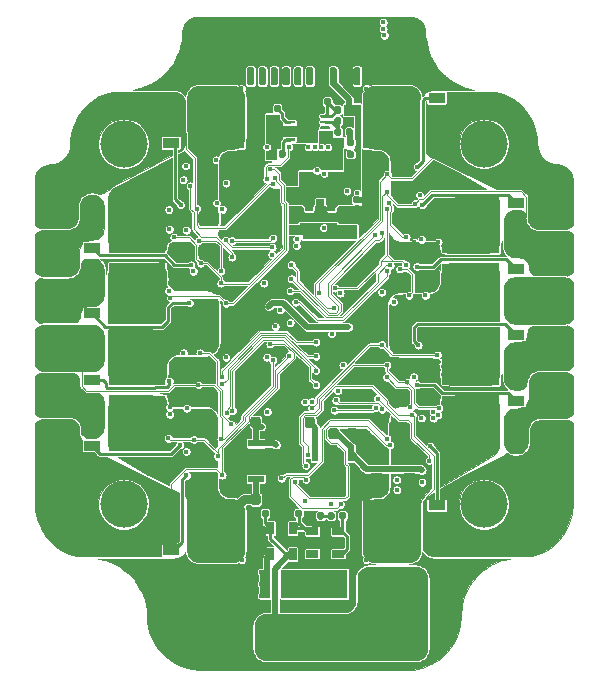
<source format=gbr>
%TF.GenerationSoftware,KiCad,Pcbnew,(5.1.6-0-10_14)*%
%TF.CreationDate,2021-04-11T14:49:42-04:00*%
%TF.ProjectId,F051_ESC-4in1-V2,46303531-5f45-4534-932d-34696e312d56,rev?*%
%TF.SameCoordinates,Original*%
%TF.FileFunction,Copper,L1,Top*%
%TF.FilePolarity,Positive*%
%FSLAX46Y46*%
G04 Gerber Fmt 4.6, Leading zero omitted, Abs format (unit mm)*
G04 Created by KiCad (PCBNEW (5.1.6-0-10_14)) date 2021-04-11 14:49:42*
%MOMM*%
%LPD*%
G01*
G04 APERTURE LIST*
%TA.AperFunction,SMDPad,CuDef*%
%ADD10C,0.100000*%
%TD*%
%TA.AperFunction,SMDPad,CuDef*%
%ADD11R,1.400000X0.570000*%
%TD*%
%TA.AperFunction,SMDPad,CuDef*%
%ADD12R,0.570000X1.400000*%
%TD*%
%TA.AperFunction,SMDPad,CuDef*%
%ADD13R,0.890000X2.440000*%
%TD*%
%TA.AperFunction,SMDPad,CuDef*%
%ADD14R,5.600000X2.440000*%
%TD*%
%TA.AperFunction,SMDPad,CuDef*%
%ADD15R,3.400000X0.980000*%
%TD*%
%TA.AperFunction,SMDPad,CuDef*%
%ADD16R,1.450000X0.850000*%
%TD*%
%TA.AperFunction,SMDPad,CuDef*%
%ADD17R,1.050000X0.850000*%
%TD*%
%TA.AperFunction,SMDPad,CuDef*%
%ADD18R,3.750000X4.700000*%
%TD*%
%TA.AperFunction,SMDPad,CuDef*%
%ADD19R,1.700000X2.500000*%
%TD*%
%TA.AperFunction,SMDPad,CuDef*%
%ADD20R,1.060000X0.650000*%
%TD*%
%TA.AperFunction,SMDPad,CuDef*%
%ADD21R,0.650000X1.060000*%
%TD*%
%TA.AperFunction,SMDPad,CuDef*%
%ADD22R,1.100000X1.100000*%
%TD*%
%TA.AperFunction,ComponentPad*%
%ADD23C,4.000000*%
%TD*%
%TA.AperFunction,ViaPad*%
%ADD24C,0.457200*%
%TD*%
%TA.AperFunction,ViaPad*%
%ADD25C,0.450000*%
%TD*%
%TA.AperFunction,Conductor*%
%ADD26C,0.250000*%
%TD*%
%TA.AperFunction,Conductor*%
%ADD27C,0.500000*%
%TD*%
%TA.AperFunction,Conductor*%
%ADD28C,0.100000*%
%TD*%
%TA.AperFunction,Conductor*%
%ADD29C,0.750000*%
%TD*%
G04 APERTURE END LIST*
%TO.P,J2,2*%
%TO.N,GND*%
%TA.AperFunction,SMDPad,CuDef*%
G36*
G01*
X134790000Y-62994600D02*
X134790000Y-64295400D01*
G75*
G02*
X134540400Y-64545000I-249600J0D01*
G01*
X133839600Y-64545000D01*
G75*
G02*
X133590000Y-64295400I0J249600D01*
G01*
X133590000Y-62994600D01*
G75*
G02*
X133839600Y-62745000I249600J0D01*
G01*
X134540400Y-62745000D01*
G75*
G02*
X134790000Y-62994600I0J-249600D01*
G01*
G37*
%TD.AperFunction*%
%TA.AperFunction,SMDPad,CuDef*%
G36*
G01*
X146390000Y-62994600D02*
X146390000Y-64295400D01*
G75*
G02*
X146140400Y-64545000I-249600J0D01*
G01*
X145439600Y-64545000D01*
G75*
G02*
X145190000Y-64295400I0J249600D01*
G01*
X145190000Y-62994600D01*
G75*
G02*
X145439600Y-62745000I249600J0D01*
G01*
X146140400Y-62745000D01*
G75*
G02*
X146390000Y-62994600I0J-249600D01*
G01*
G37*
%TD.AperFunction*%
%TO.P,J2,10*%
%TO.N,/PWM_4*%
%TA.AperFunction,SMDPad,CuDef*%
G36*
G01*
X135790000Y-66895000D02*
X135790000Y-68145000D01*
G75*
G02*
X135640000Y-68295000I-150000J0D01*
G01*
X135340000Y-68295000D01*
G75*
G02*
X135190000Y-68145000I0J150000D01*
G01*
X135190000Y-66895000D01*
G75*
G02*
X135340000Y-66745000I150000J0D01*
G01*
X135640000Y-66745000D01*
G75*
G02*
X135790000Y-66895000I0J-150000D01*
G01*
G37*
%TD.AperFunction*%
%TO.P,J2,9*%
%TO.N,/PWM_3*%
%TA.AperFunction,SMDPad,CuDef*%
G36*
G01*
X136790000Y-66895000D02*
X136790000Y-68145000D01*
G75*
G02*
X136640000Y-68295000I-150000J0D01*
G01*
X136340000Y-68295000D01*
G75*
G02*
X136190000Y-68145000I0J150000D01*
G01*
X136190000Y-66895000D01*
G75*
G02*
X136340000Y-66745000I150000J0D01*
G01*
X136640000Y-66745000D01*
G75*
G02*
X136790000Y-66895000I0J-150000D01*
G01*
G37*
%TD.AperFunction*%
%TO.P,J2,8*%
%TO.N,/PWM_2*%
%TA.AperFunction,SMDPad,CuDef*%
G36*
G01*
X137790000Y-66895000D02*
X137790000Y-68145000D01*
G75*
G02*
X137640000Y-68295000I-150000J0D01*
G01*
X137340000Y-68295000D01*
G75*
G02*
X137190000Y-68145000I0J150000D01*
G01*
X137190000Y-66895000D01*
G75*
G02*
X137340000Y-66745000I150000J0D01*
G01*
X137640000Y-66745000D01*
G75*
G02*
X137790000Y-66895000I0J-150000D01*
G01*
G37*
%TD.AperFunction*%
%TO.P,J2,7*%
%TO.N,/PWM_1*%
%TA.AperFunction,SMDPad,CuDef*%
G36*
G01*
X138790000Y-66895000D02*
X138790000Y-68145000D01*
G75*
G02*
X138640000Y-68295000I-150000J0D01*
G01*
X138340000Y-68295000D01*
G75*
G02*
X138190000Y-68145000I0J150000D01*
G01*
X138190000Y-66895000D01*
G75*
G02*
X138340000Y-66745000I150000J0D01*
G01*
X138640000Y-66745000D01*
G75*
G02*
X138790000Y-66895000I0J-150000D01*
G01*
G37*
%TD.AperFunction*%
%TO.P,J2,6*%
%TO.N,/Curent Sense/CURR*%
%TA.AperFunction,SMDPad,CuDef*%
G36*
G01*
X139790000Y-66895000D02*
X139790000Y-68145000D01*
G75*
G02*
X139640000Y-68295000I-150000J0D01*
G01*
X139340000Y-68295000D01*
G75*
G02*
X139190000Y-68145000I0J150000D01*
G01*
X139190000Y-66895000D01*
G75*
G02*
X139340000Y-66745000I150000J0D01*
G01*
X139640000Y-66745000D01*
G75*
G02*
X139790000Y-66895000I0J-150000D01*
G01*
G37*
%TD.AperFunction*%
%TO.P,J2,5*%
%TO.N,N/C*%
%TA.AperFunction,SMDPad,CuDef*%
G36*
G01*
X140790000Y-66895000D02*
X140790000Y-68145000D01*
G75*
G02*
X140640000Y-68295000I-150000J0D01*
G01*
X140340000Y-68295000D01*
G75*
G02*
X140190000Y-68145000I0J150000D01*
G01*
X140190000Y-66895000D01*
G75*
G02*
X140340000Y-66745000I150000J0D01*
G01*
X140640000Y-66745000D01*
G75*
G02*
X140790000Y-66895000I0J-150000D01*
G01*
G37*
%TD.AperFunction*%
%TO.P,J2,4*%
%TO.N,GND*%
%TA.AperFunction,SMDPad,CuDef*%
G36*
G01*
X141790000Y-66895000D02*
X141790000Y-68145000D01*
G75*
G02*
X141640000Y-68295000I-150000J0D01*
G01*
X141340000Y-68295000D01*
G75*
G02*
X141190000Y-68145000I0J150000D01*
G01*
X141190000Y-66895000D01*
G75*
G02*
X141340000Y-66745000I150000J0D01*
G01*
X141640000Y-66745000D01*
G75*
G02*
X141790000Y-66895000I0J-150000D01*
G01*
G37*
%TD.AperFunction*%
%TO.P,J2,3*%
%TO.N,+5V*%
%TA.AperFunction,SMDPad,CuDef*%
G36*
G01*
X142790000Y-66895000D02*
X142790000Y-68145000D01*
G75*
G02*
X142640000Y-68295000I-150000J0D01*
G01*
X142340000Y-68295000D01*
G75*
G02*
X142190000Y-68145000I0J150000D01*
G01*
X142190000Y-66895000D01*
G75*
G02*
X142340000Y-66745000I150000J0D01*
G01*
X142640000Y-66745000D01*
G75*
G02*
X142790000Y-66895000I0J-150000D01*
G01*
G37*
%TD.AperFunction*%
%TO.P,J2,2*%
%TO.N,GND*%
%TA.AperFunction,SMDPad,CuDef*%
G36*
G01*
X143790000Y-66895000D02*
X143790000Y-68145000D01*
G75*
G02*
X143640000Y-68295000I-150000J0D01*
G01*
X143340000Y-68295000D01*
G75*
G02*
X143190000Y-68145000I0J150000D01*
G01*
X143190000Y-66895000D01*
G75*
G02*
X143340000Y-66745000I150000J0D01*
G01*
X143640000Y-66745000D01*
G75*
G02*
X143790000Y-66895000I0J-150000D01*
G01*
G37*
%TD.AperFunction*%
%TO.P,J2,1*%
%TO.N,VCC_Shunt*%
%TA.AperFunction,SMDPad,CuDef*%
G36*
G01*
X144790000Y-66895000D02*
X144790000Y-68145000D01*
G75*
G02*
X144640000Y-68295000I-150000J0D01*
G01*
X144340000Y-68295000D01*
G75*
G02*
X144190000Y-68145000I0J150000D01*
G01*
X144190000Y-66895000D01*
G75*
G02*
X144340000Y-66745000I150000J0D01*
G01*
X144640000Y-66745000D01*
G75*
G02*
X144790000Y-66895000I0J-150000D01*
G01*
G37*
%TD.AperFunction*%
%TD*%
%TO.P,J10,3*%
%TO.N,/MCU_4/PhaseA*%
%TA.AperFunction,ComponentPad*%
G36*
G01*
X120050000Y-80000000D02*
X117950000Y-80000000D01*
G75*
G02*
X117500000Y-79550000I0J450000D01*
G01*
X117500000Y-77450000D01*
G75*
G02*
X117950000Y-77000000I450000J0D01*
G01*
X120050000Y-77000000D01*
G75*
G02*
X120500000Y-77450000I0J-450000D01*
G01*
X120500000Y-79550000D01*
G75*
G02*
X120050000Y-80000000I-450000J0D01*
G01*
G37*
%TD.AperFunction*%
%TO.P,J10,2*%
%TO.N,/MCU_4/PhaseB*%
%TA.AperFunction,ComponentPad*%
G36*
G01*
X120050000Y-84000000D02*
X117950000Y-84000000D01*
G75*
G02*
X117500000Y-83550000I0J450000D01*
G01*
X117500000Y-81450000D01*
G75*
G02*
X117950000Y-81000000I450000J0D01*
G01*
X120050000Y-81000000D01*
G75*
G02*
X120500000Y-81450000I0J-450000D01*
G01*
X120500000Y-83550000D01*
G75*
G02*
X120050000Y-84000000I-450000J0D01*
G01*
G37*
%TD.AperFunction*%
%TO.P,J10,1*%
%TO.N,/MCU_4/PhaseC*%
%TA.AperFunction,ComponentPad*%
G36*
G01*
X120050000Y-88000000D02*
X117950000Y-88000000D01*
G75*
G02*
X117500000Y-87550000I0J450000D01*
G01*
X117500000Y-85450000D01*
G75*
G02*
X117950000Y-85000000I450000J0D01*
G01*
X120050000Y-85000000D01*
G75*
G02*
X120500000Y-85450000I0J-450000D01*
G01*
X120500000Y-87550000D01*
G75*
G02*
X120050000Y-88000000I-450000J0D01*
G01*
G37*
%TD.AperFunction*%
%TD*%
%TO.P,J6,3*%
%TO.N,/MCU_1/PhaseA*%
%TA.AperFunction,ComponentPad*%
G36*
G01*
X159950000Y-97000000D02*
X162050000Y-97000000D01*
G75*
G02*
X162500000Y-97450000I0J-450000D01*
G01*
X162500000Y-99550000D01*
G75*
G02*
X162050000Y-100000000I-450000J0D01*
G01*
X159950000Y-100000000D01*
G75*
G02*
X159500000Y-99550000I0J450000D01*
G01*
X159500000Y-97450000D01*
G75*
G02*
X159950000Y-97000000I450000J0D01*
G01*
G37*
%TD.AperFunction*%
%TO.P,J6,2*%
%TO.N,/MCU_1/PhaseB*%
%TA.AperFunction,ComponentPad*%
G36*
G01*
X159950000Y-93000000D02*
X162050000Y-93000000D01*
G75*
G02*
X162500000Y-93450000I0J-450000D01*
G01*
X162500000Y-95550000D01*
G75*
G02*
X162050000Y-96000000I-450000J0D01*
G01*
X159950000Y-96000000D01*
G75*
G02*
X159500000Y-95550000I0J450000D01*
G01*
X159500000Y-93450000D01*
G75*
G02*
X159950000Y-93000000I450000J0D01*
G01*
G37*
%TD.AperFunction*%
%TO.P,J6,1*%
%TO.N,/MCU_1/PhaseC*%
%TA.AperFunction,ComponentPad*%
G36*
G01*
X159950000Y-89000000D02*
X162050000Y-89000000D01*
G75*
G02*
X162500000Y-89450000I0J-450000D01*
G01*
X162500000Y-91550000D01*
G75*
G02*
X162050000Y-92000000I-450000J0D01*
G01*
X159950000Y-92000000D01*
G75*
G02*
X159500000Y-91550000I0J450000D01*
G01*
X159500000Y-89450000D01*
G75*
G02*
X159950000Y-89000000I450000J0D01*
G01*
G37*
%TD.AperFunction*%
%TD*%
%TA.AperFunction,SMDPad,CuDef*%
D10*
%TO.P,U13,2*%
%TO.N,GND*%
G36*
X137120000Y-101100000D02*
G01*
X136445000Y-100425000D01*
X135220000Y-100425000D01*
X135220000Y-99775000D01*
X136455000Y-99775000D01*
X137120000Y-99100000D01*
X139570000Y-99100000D01*
X139570000Y-101100000D01*
X137120000Y-101100000D01*
G37*
%TD.AperFunction*%
D11*
%TO.P,U13,3*%
%TO.N,VCC_Shunt*%
X135920000Y-101595000D03*
%TO.P,U13,1*%
%TO.N,+12V_1*%
X135920000Y-98605000D03*
%TD*%
%TA.AperFunction,SMDPad,CuDef*%
D10*
%TO.P,U3,2*%
%TO.N,GND*%
G36*
X141460000Y-100650000D02*
G01*
X142135000Y-99975000D01*
X142135000Y-98750000D01*
X142785000Y-98750000D01*
X142785000Y-99985000D01*
X143460000Y-100650000D01*
X143460000Y-103100000D01*
X141460000Y-103100000D01*
X141460000Y-100650000D01*
G37*
%TD.AperFunction*%
D12*
%TO.P,U3,3*%
%TO.N,VCC_Shunt*%
X140965000Y-99450000D03*
%TO.P,U3,1*%
%TO.N,+12V_2*%
X143955000Y-99450000D03*
%TD*%
D13*
%TO.P,R1,2*%
%TO.N,VCC_Shunt*%
X136750000Y-110520000D03*
%TO.P,R1,1*%
%TO.N,VCC*%
X136750000Y-115480000D03*
D14*
%TO.P,R1,2*%
%TO.N,VCC_Shunt*%
X140890000Y-110520000D03*
%TO.P,R1,1*%
%TO.N,VCC*%
X140890000Y-115480000D03*
%TD*%
D15*
%TO.P,L1,2*%
%TO.N,+5V*%
X141580000Y-76725000D03*
%TO.P,L1,1*%
%TO.N,Net-(C70-Pad1)*%
X141580000Y-74355000D03*
%TD*%
%TO.P,C55,2*%
%TO.N,VCC_Shunt*%
%TA.AperFunction,SMDPad,CuDef*%
G36*
G01*
X132175000Y-74495000D02*
X132175000Y-75745000D01*
G75*
G02*
X131925000Y-75995000I-250000J0D01*
G01*
X131175000Y-75995000D01*
G75*
G02*
X130925000Y-75745000I0J250000D01*
G01*
X130925000Y-74495000D01*
G75*
G02*
X131175000Y-74245000I250000J0D01*
G01*
X131925000Y-74245000D01*
G75*
G02*
X132175000Y-74495000I0J-250000D01*
G01*
G37*
%TD.AperFunction*%
%TO.P,C55,1*%
%TO.N,GND*%
%TA.AperFunction,SMDPad,CuDef*%
G36*
G01*
X134975000Y-74495000D02*
X134975000Y-75745000D01*
G75*
G02*
X134725000Y-75995000I-250000J0D01*
G01*
X133975000Y-75995000D01*
G75*
G02*
X133725000Y-75745000I0J250000D01*
G01*
X133725000Y-74495000D01*
G75*
G02*
X133975000Y-74245000I250000J0D01*
G01*
X134725000Y-74245000D01*
G75*
G02*
X134975000Y-74495000I0J-250000D01*
G01*
G37*
%TD.AperFunction*%
%TD*%
%TO.P,C67,2*%
%TO.N,VCC_Shunt*%
%TA.AperFunction,SMDPad,CuDef*%
G36*
G01*
X129025000Y-96815000D02*
X130275000Y-96815000D01*
G75*
G02*
X130525000Y-97065000I0J-250000D01*
G01*
X130525000Y-97815000D01*
G75*
G02*
X130275000Y-98065000I-250000J0D01*
G01*
X129025000Y-98065000D01*
G75*
G02*
X128775000Y-97815000I0J250000D01*
G01*
X128775000Y-97065000D01*
G75*
G02*
X129025000Y-96815000I250000J0D01*
G01*
G37*
%TD.AperFunction*%
%TO.P,C67,1*%
%TO.N,GND*%
%TA.AperFunction,SMDPad,CuDef*%
G36*
G01*
X129025000Y-94015000D02*
X130275000Y-94015000D01*
G75*
G02*
X130525000Y-94265000I0J-250000D01*
G01*
X130525000Y-95015000D01*
G75*
G02*
X130275000Y-95265000I-250000J0D01*
G01*
X129025000Y-95265000D01*
G75*
G02*
X128775000Y-95015000I0J250000D01*
G01*
X128775000Y-94265000D01*
G75*
G02*
X129025000Y-94015000I250000J0D01*
G01*
G37*
%TD.AperFunction*%
%TD*%
%TO.P,C66,2*%
%TO.N,VCC_Shunt*%
%TA.AperFunction,SMDPad,CuDef*%
G36*
G01*
X147525000Y-86995000D02*
X148775000Y-86995000D01*
G75*
G02*
X149025000Y-87245000I0J-250000D01*
G01*
X149025000Y-87995000D01*
G75*
G02*
X148775000Y-88245000I-250000J0D01*
G01*
X147525000Y-88245000D01*
G75*
G02*
X147275000Y-87995000I0J250000D01*
G01*
X147275000Y-87245000D01*
G75*
G02*
X147525000Y-86995000I250000J0D01*
G01*
G37*
%TD.AperFunction*%
%TO.P,C66,1*%
%TO.N,GND*%
%TA.AperFunction,SMDPad,CuDef*%
G36*
G01*
X147525000Y-84195000D02*
X148775000Y-84195000D01*
G75*
G02*
X149025000Y-84445000I0J-250000D01*
G01*
X149025000Y-85195000D01*
G75*
G02*
X148775000Y-85445000I-250000J0D01*
G01*
X147525000Y-85445000D01*
G75*
G02*
X147275000Y-85195000I0J250000D01*
G01*
X147275000Y-84445000D01*
G75*
G02*
X147525000Y-84195000I250000J0D01*
G01*
G37*
%TD.AperFunction*%
%TD*%
%TO.P,C65,2*%
%TO.N,VCC_Shunt*%
%TA.AperFunction,SMDPad,CuDef*%
G36*
G01*
X148975000Y-80195000D02*
X147725000Y-80195000D01*
G75*
G02*
X147475000Y-79945000I0J250000D01*
G01*
X147475000Y-79195000D01*
G75*
G02*
X147725000Y-78945000I250000J0D01*
G01*
X148975000Y-78945000D01*
G75*
G02*
X149225000Y-79195000I0J-250000D01*
G01*
X149225000Y-79945000D01*
G75*
G02*
X148975000Y-80195000I-250000J0D01*
G01*
G37*
%TD.AperFunction*%
%TO.P,C65,1*%
%TO.N,GND*%
%TA.AperFunction,SMDPad,CuDef*%
G36*
G01*
X148975000Y-82995000D02*
X147725000Y-82995000D01*
G75*
G02*
X147475000Y-82745000I0J250000D01*
G01*
X147475000Y-81995000D01*
G75*
G02*
X147725000Y-81745000I250000J0D01*
G01*
X148975000Y-81745000D01*
G75*
G02*
X149225000Y-81995000I0J-250000D01*
G01*
X149225000Y-82745000D01*
G75*
G02*
X148975000Y-82995000I-250000J0D01*
G01*
G37*
%TD.AperFunction*%
%TD*%
%TO.P,C64,2*%
%TO.N,VCC_Shunt*%
%TA.AperFunction,SMDPad,CuDef*%
G36*
G01*
X131165000Y-96815000D02*
X132415000Y-96815000D01*
G75*
G02*
X132665000Y-97065000I0J-250000D01*
G01*
X132665000Y-97815000D01*
G75*
G02*
X132415000Y-98065000I-250000J0D01*
G01*
X131165000Y-98065000D01*
G75*
G02*
X130915000Y-97815000I0J250000D01*
G01*
X130915000Y-97065000D01*
G75*
G02*
X131165000Y-96815000I250000J0D01*
G01*
G37*
%TD.AperFunction*%
%TO.P,C64,1*%
%TO.N,GND*%
%TA.AperFunction,SMDPad,CuDef*%
G36*
G01*
X131165000Y-94015000D02*
X132415000Y-94015000D01*
G75*
G02*
X132665000Y-94265000I0J-250000D01*
G01*
X132665000Y-95015000D01*
G75*
G02*
X132415000Y-95265000I-250000J0D01*
G01*
X131165000Y-95265000D01*
G75*
G02*
X130915000Y-95015000I0J250000D01*
G01*
X130915000Y-94265000D01*
G75*
G02*
X131165000Y-94015000I250000J0D01*
G01*
G37*
%TD.AperFunction*%
%TD*%
%TO.P,C63,2*%
%TO.N,VCC_Shunt*%
%TA.AperFunction,SMDPad,CuDef*%
G36*
G01*
X132275000Y-89995000D02*
X131025000Y-89995000D01*
G75*
G02*
X130775000Y-89745000I0J250000D01*
G01*
X130775000Y-88995000D01*
G75*
G02*
X131025000Y-88745000I250000J0D01*
G01*
X132275000Y-88745000D01*
G75*
G02*
X132525000Y-88995000I0J-250000D01*
G01*
X132525000Y-89745000D01*
G75*
G02*
X132275000Y-89995000I-250000J0D01*
G01*
G37*
%TD.AperFunction*%
%TO.P,C63,1*%
%TO.N,GND*%
%TA.AperFunction,SMDPad,CuDef*%
G36*
G01*
X132275000Y-92795000D02*
X131025000Y-92795000D01*
G75*
G02*
X130775000Y-92545000I0J250000D01*
G01*
X130775000Y-91795000D01*
G75*
G02*
X131025000Y-91545000I250000J0D01*
G01*
X132275000Y-91545000D01*
G75*
G02*
X132525000Y-91795000I0J-250000D01*
G01*
X132525000Y-92545000D01*
G75*
G02*
X132275000Y-92795000I-250000J0D01*
G01*
G37*
%TD.AperFunction*%
%TD*%
%TO.P,C62,2*%
%TO.N,VCC_Shunt*%
%TA.AperFunction,SMDPad,CuDef*%
G36*
G01*
X149715000Y-96795000D02*
X150965000Y-96795000D01*
G75*
G02*
X151215000Y-97045000I0J-250000D01*
G01*
X151215000Y-97795000D01*
G75*
G02*
X150965000Y-98045000I-250000J0D01*
G01*
X149715000Y-98045000D01*
G75*
G02*
X149465000Y-97795000I0J250000D01*
G01*
X149465000Y-97045000D01*
G75*
G02*
X149715000Y-96795000I250000J0D01*
G01*
G37*
%TD.AperFunction*%
%TO.P,C62,1*%
%TO.N,GND*%
%TA.AperFunction,SMDPad,CuDef*%
G36*
G01*
X149715000Y-93995000D02*
X150965000Y-93995000D01*
G75*
G02*
X151215000Y-94245000I0J-250000D01*
G01*
X151215000Y-94995000D01*
G75*
G02*
X150965000Y-95245000I-250000J0D01*
G01*
X149715000Y-95245000D01*
G75*
G02*
X149465000Y-94995000I0J250000D01*
G01*
X149465000Y-94245000D01*
G75*
G02*
X149715000Y-93995000I250000J0D01*
G01*
G37*
%TD.AperFunction*%
%TD*%
%TO.P,C61,2*%
%TO.N,VCC_Shunt*%
%TA.AperFunction,SMDPad,CuDef*%
G36*
G01*
X131915000Y-101255000D02*
X131915000Y-102505000D01*
G75*
G02*
X131665000Y-102755000I-250000J0D01*
G01*
X130915000Y-102755000D01*
G75*
G02*
X130665000Y-102505000I0J250000D01*
G01*
X130665000Y-101255000D01*
G75*
G02*
X130915000Y-101005000I250000J0D01*
G01*
X131665000Y-101005000D01*
G75*
G02*
X131915000Y-101255000I0J-250000D01*
G01*
G37*
%TD.AperFunction*%
%TO.P,C61,1*%
%TO.N,GND*%
%TA.AperFunction,SMDPad,CuDef*%
G36*
G01*
X134715000Y-101255000D02*
X134715000Y-102505000D01*
G75*
G02*
X134465000Y-102755000I-250000J0D01*
G01*
X133715000Y-102755000D01*
G75*
G02*
X133465000Y-102505000I0J250000D01*
G01*
X133465000Y-101255000D01*
G75*
G02*
X133715000Y-101005000I250000J0D01*
G01*
X134465000Y-101005000D01*
G75*
G02*
X134715000Y-101255000I0J-250000D01*
G01*
G37*
%TD.AperFunction*%
%TD*%
%TO.P,C60,2*%
%TO.N,VCC_Shunt*%
%TA.AperFunction,SMDPad,CuDef*%
G36*
G01*
X148315000Y-102605000D02*
X148315000Y-101355000D01*
G75*
G02*
X148565000Y-101105000I250000J0D01*
G01*
X149315000Y-101105000D01*
G75*
G02*
X149565000Y-101355000I0J-250000D01*
G01*
X149565000Y-102605000D01*
G75*
G02*
X149315000Y-102855000I-250000J0D01*
G01*
X148565000Y-102855000D01*
G75*
G02*
X148315000Y-102605000I0J250000D01*
G01*
G37*
%TD.AperFunction*%
%TO.P,C60,1*%
%TO.N,GND*%
%TA.AperFunction,SMDPad,CuDef*%
G36*
G01*
X145515000Y-102605000D02*
X145515000Y-101355000D01*
G75*
G02*
X145765000Y-101105000I250000J0D01*
G01*
X146515000Y-101105000D01*
G75*
G02*
X146765000Y-101355000I0J-250000D01*
G01*
X146765000Y-102605000D01*
G75*
G02*
X146515000Y-102855000I-250000J0D01*
G01*
X145765000Y-102855000D01*
G75*
G02*
X145515000Y-102605000I0J250000D01*
G01*
G37*
%TD.AperFunction*%
%TD*%
%TO.P,C59,2*%
%TO.N,VCC_Shunt*%
%TA.AperFunction,SMDPad,CuDef*%
G36*
G01*
X132575000Y-80185000D02*
X131325000Y-80185000D01*
G75*
G02*
X131075000Y-79935000I0J250000D01*
G01*
X131075000Y-79185000D01*
G75*
G02*
X131325000Y-78935000I250000J0D01*
G01*
X132575000Y-78935000D01*
G75*
G02*
X132825000Y-79185000I0J-250000D01*
G01*
X132825000Y-79935000D01*
G75*
G02*
X132575000Y-80185000I-250000J0D01*
G01*
G37*
%TD.AperFunction*%
%TO.P,C59,1*%
%TO.N,GND*%
%TA.AperFunction,SMDPad,CuDef*%
G36*
G01*
X132575000Y-82985000D02*
X131325000Y-82985000D01*
G75*
G02*
X131075000Y-82735000I0J250000D01*
G01*
X131075000Y-81985000D01*
G75*
G02*
X131325000Y-81735000I250000J0D01*
G01*
X132575000Y-81735000D01*
G75*
G02*
X132825000Y-81985000I0J-250000D01*
G01*
X132825000Y-82735000D01*
G75*
G02*
X132575000Y-82985000I-250000J0D01*
G01*
G37*
%TD.AperFunction*%
%TD*%
%TO.P,C58,2*%
%TO.N,VCC_Shunt*%
%TA.AperFunction,SMDPad,CuDef*%
G36*
G01*
X148315000Y-100145000D02*
X148315000Y-98895000D01*
G75*
G02*
X148565000Y-98645000I250000J0D01*
G01*
X149315000Y-98645000D01*
G75*
G02*
X149565000Y-98895000I0J-250000D01*
G01*
X149565000Y-100145000D01*
G75*
G02*
X149315000Y-100395000I-250000J0D01*
G01*
X148565000Y-100395000D01*
G75*
G02*
X148315000Y-100145000I0J250000D01*
G01*
G37*
%TD.AperFunction*%
%TO.P,C58,1*%
%TO.N,GND*%
%TA.AperFunction,SMDPad,CuDef*%
G36*
G01*
X145515000Y-100145000D02*
X145515000Y-98895000D01*
G75*
G02*
X145765000Y-98645000I250000J0D01*
G01*
X146515000Y-98645000D01*
G75*
G02*
X146765000Y-98895000I0J-250000D01*
G01*
X146765000Y-100145000D01*
G75*
G02*
X146515000Y-100395000I-250000J0D01*
G01*
X145765000Y-100395000D01*
G75*
G02*
X145515000Y-100145000I0J250000D01*
G01*
G37*
%TD.AperFunction*%
%TD*%
%TO.P,C57,2*%
%TO.N,VCC_Shunt*%
%TA.AperFunction,SMDPad,CuDef*%
G36*
G01*
X130285000Y-80185000D02*
X129035000Y-80185000D01*
G75*
G02*
X128785000Y-79935000I0J250000D01*
G01*
X128785000Y-79185000D01*
G75*
G02*
X129035000Y-78935000I250000J0D01*
G01*
X130285000Y-78935000D01*
G75*
G02*
X130535000Y-79185000I0J-250000D01*
G01*
X130535000Y-79935000D01*
G75*
G02*
X130285000Y-80185000I-250000J0D01*
G01*
G37*
%TD.AperFunction*%
%TO.P,C57,1*%
%TO.N,GND*%
%TA.AperFunction,SMDPad,CuDef*%
G36*
G01*
X130285000Y-82985000D02*
X129035000Y-82985000D01*
G75*
G02*
X128785000Y-82735000I0J250000D01*
G01*
X128785000Y-81985000D01*
G75*
G02*
X129035000Y-81735000I250000J0D01*
G01*
X130285000Y-81735000D01*
G75*
G02*
X130535000Y-81985000I0J-250000D01*
G01*
X130535000Y-82735000D01*
G75*
G02*
X130285000Y-82985000I-250000J0D01*
G01*
G37*
%TD.AperFunction*%
%TD*%
%TO.P,C56,2*%
%TO.N,VCC_Shunt*%
%TA.AperFunction,SMDPad,CuDef*%
G36*
G01*
X130185000Y-89995000D02*
X128935000Y-89995000D01*
G75*
G02*
X128685000Y-89745000I0J250000D01*
G01*
X128685000Y-88995000D01*
G75*
G02*
X128935000Y-88745000I250000J0D01*
G01*
X130185000Y-88745000D01*
G75*
G02*
X130435000Y-88995000I0J-250000D01*
G01*
X130435000Y-89745000D01*
G75*
G02*
X130185000Y-89995000I-250000J0D01*
G01*
G37*
%TD.AperFunction*%
%TO.P,C56,1*%
%TO.N,GND*%
%TA.AperFunction,SMDPad,CuDef*%
G36*
G01*
X130185000Y-92795000D02*
X128935000Y-92795000D01*
G75*
G02*
X128685000Y-92545000I0J250000D01*
G01*
X128685000Y-91795000D01*
G75*
G02*
X128935000Y-91545000I250000J0D01*
G01*
X130185000Y-91545000D01*
G75*
G02*
X130435000Y-91795000I0J-250000D01*
G01*
X130435000Y-92545000D01*
G75*
G02*
X130185000Y-92795000I-250000J0D01*
G01*
G37*
%TD.AperFunction*%
%TD*%
%TO.P,C54,2*%
%TO.N,VCC_Shunt*%
%TA.AperFunction,SMDPad,CuDef*%
G36*
G01*
X128995000Y-87035000D02*
X130245000Y-87035000D01*
G75*
G02*
X130495000Y-87285000I0J-250000D01*
G01*
X130495000Y-88035000D01*
G75*
G02*
X130245000Y-88285000I-250000J0D01*
G01*
X128995000Y-88285000D01*
G75*
G02*
X128745000Y-88035000I0J250000D01*
G01*
X128745000Y-87285000D01*
G75*
G02*
X128995000Y-87035000I250000J0D01*
G01*
G37*
%TD.AperFunction*%
%TO.P,C54,1*%
%TO.N,GND*%
%TA.AperFunction,SMDPad,CuDef*%
G36*
G01*
X128995000Y-84235000D02*
X130245000Y-84235000D01*
G75*
G02*
X130495000Y-84485000I0J-250000D01*
G01*
X130495000Y-85235000D01*
G75*
G02*
X130245000Y-85485000I-250000J0D01*
G01*
X128995000Y-85485000D01*
G75*
G02*
X128745000Y-85235000I0J250000D01*
G01*
X128745000Y-84485000D01*
G75*
G02*
X128995000Y-84235000I250000J0D01*
G01*
G37*
%TD.AperFunction*%
%TD*%
%TO.P,C53,2*%
%TO.N,VCC_Shunt*%
%TA.AperFunction,SMDPad,CuDef*%
G36*
G01*
X131915000Y-98965000D02*
X131915000Y-100215000D01*
G75*
G02*
X131665000Y-100465000I-250000J0D01*
G01*
X130915000Y-100465000D01*
G75*
G02*
X130665000Y-100215000I0J250000D01*
G01*
X130665000Y-98965000D01*
G75*
G02*
X130915000Y-98715000I250000J0D01*
G01*
X131665000Y-98715000D01*
G75*
G02*
X131915000Y-98965000I0J-250000D01*
G01*
G37*
%TD.AperFunction*%
%TO.P,C53,1*%
%TO.N,GND*%
%TA.AperFunction,SMDPad,CuDef*%
G36*
G01*
X134715000Y-98965000D02*
X134715000Y-100215000D01*
G75*
G02*
X134465000Y-100465000I-250000J0D01*
G01*
X133715000Y-100465000D01*
G75*
G02*
X133465000Y-100215000I0J250000D01*
G01*
X133465000Y-98965000D01*
G75*
G02*
X133715000Y-98715000I250000J0D01*
G01*
X134465000Y-98715000D01*
G75*
G02*
X134715000Y-98965000I0J-250000D01*
G01*
G37*
%TD.AperFunction*%
%TD*%
%TO.P,C52,2*%
%TO.N,VCC_Shunt*%
%TA.AperFunction,SMDPad,CuDef*%
G36*
G01*
X132175000Y-76785000D02*
X132175000Y-78035000D01*
G75*
G02*
X131925000Y-78285000I-250000J0D01*
G01*
X131175000Y-78285000D01*
G75*
G02*
X130925000Y-78035000I0J250000D01*
G01*
X130925000Y-76785000D01*
G75*
G02*
X131175000Y-76535000I250000J0D01*
G01*
X131925000Y-76535000D01*
G75*
G02*
X132175000Y-76785000I0J-250000D01*
G01*
G37*
%TD.AperFunction*%
%TO.P,C52,1*%
%TO.N,GND*%
%TA.AperFunction,SMDPad,CuDef*%
G36*
G01*
X134975000Y-76785000D02*
X134975000Y-78035000D01*
G75*
G02*
X134725000Y-78285000I-250000J0D01*
G01*
X133975000Y-78285000D01*
G75*
G02*
X133725000Y-78035000I0J250000D01*
G01*
X133725000Y-76785000D01*
G75*
G02*
X133975000Y-76535000I250000J0D01*
G01*
X134725000Y-76535000D01*
G75*
G02*
X134975000Y-76785000I0J-250000D01*
G01*
G37*
%TD.AperFunction*%
%TD*%
%TO.P,C51,2*%
%TO.N,VCC_Shunt*%
%TA.AperFunction,SMDPad,CuDef*%
G36*
G01*
X147425000Y-96795000D02*
X148675000Y-96795000D01*
G75*
G02*
X148925000Y-97045000I0J-250000D01*
G01*
X148925000Y-97795000D01*
G75*
G02*
X148675000Y-98045000I-250000J0D01*
G01*
X147425000Y-98045000D01*
G75*
G02*
X147175000Y-97795000I0J250000D01*
G01*
X147175000Y-97045000D01*
G75*
G02*
X147425000Y-96795000I250000J0D01*
G01*
G37*
%TD.AperFunction*%
%TO.P,C51,1*%
%TO.N,GND*%
%TA.AperFunction,SMDPad,CuDef*%
G36*
G01*
X147425000Y-93995000D02*
X148675000Y-93995000D01*
G75*
G02*
X148925000Y-94245000I0J-250000D01*
G01*
X148925000Y-94995000D01*
G75*
G02*
X148675000Y-95245000I-250000J0D01*
G01*
X147425000Y-95245000D01*
G75*
G02*
X147175000Y-94995000I0J250000D01*
G01*
X147175000Y-94245000D01*
G75*
G02*
X147425000Y-93995000I250000J0D01*
G01*
G37*
%TD.AperFunction*%
%TD*%
%TO.P,C50,2*%
%TO.N,VCC_Shunt*%
%TA.AperFunction,SMDPad,CuDef*%
G36*
G01*
X131085000Y-87035000D02*
X132335000Y-87035000D01*
G75*
G02*
X132585000Y-87285000I0J-250000D01*
G01*
X132585000Y-88035000D01*
G75*
G02*
X132335000Y-88285000I-250000J0D01*
G01*
X131085000Y-88285000D01*
G75*
G02*
X130835000Y-88035000I0J250000D01*
G01*
X130835000Y-87285000D01*
G75*
G02*
X131085000Y-87035000I250000J0D01*
G01*
G37*
%TD.AperFunction*%
%TO.P,C50,1*%
%TO.N,GND*%
%TA.AperFunction,SMDPad,CuDef*%
G36*
G01*
X131085000Y-84235000D02*
X132335000Y-84235000D01*
G75*
G02*
X132585000Y-84485000I0J-250000D01*
G01*
X132585000Y-85235000D01*
G75*
G02*
X132335000Y-85485000I-250000J0D01*
G01*
X131085000Y-85485000D01*
G75*
G02*
X130835000Y-85235000I0J250000D01*
G01*
X130835000Y-84485000D01*
G75*
G02*
X131085000Y-84235000I250000J0D01*
G01*
G37*
%TD.AperFunction*%
%TD*%
%TO.P,C21,2*%
%TO.N,VCC_Shunt*%
%TA.AperFunction,SMDPad,CuDef*%
G36*
G01*
X149715000Y-86995000D02*
X150965000Y-86995000D01*
G75*
G02*
X151215000Y-87245000I0J-250000D01*
G01*
X151215000Y-87995000D01*
G75*
G02*
X150965000Y-88245000I-250000J0D01*
G01*
X149715000Y-88245000D01*
G75*
G02*
X149465000Y-87995000I0J250000D01*
G01*
X149465000Y-87245000D01*
G75*
G02*
X149715000Y-86995000I250000J0D01*
G01*
G37*
%TD.AperFunction*%
%TO.P,C21,1*%
%TO.N,GND*%
%TA.AperFunction,SMDPad,CuDef*%
G36*
G01*
X149715000Y-84195000D02*
X150965000Y-84195000D01*
G75*
G02*
X151215000Y-84445000I0J-250000D01*
G01*
X151215000Y-85195000D01*
G75*
G02*
X150965000Y-85445000I-250000J0D01*
G01*
X149715000Y-85445000D01*
G75*
G02*
X149465000Y-85195000I0J250000D01*
G01*
X149465000Y-84445000D01*
G75*
G02*
X149715000Y-84195000I250000J0D01*
G01*
G37*
%TD.AperFunction*%
%TD*%
%TO.P,C20,2*%
%TO.N,VCC_Shunt*%
%TA.AperFunction,SMDPad,CuDef*%
G36*
G01*
X147835000Y-78035000D02*
X147835000Y-76785000D01*
G75*
G02*
X148085000Y-76535000I250000J0D01*
G01*
X148835000Y-76535000D01*
G75*
G02*
X149085000Y-76785000I0J-250000D01*
G01*
X149085000Y-78035000D01*
G75*
G02*
X148835000Y-78285000I-250000J0D01*
G01*
X148085000Y-78285000D01*
G75*
G02*
X147835000Y-78035000I0J250000D01*
G01*
G37*
%TD.AperFunction*%
%TO.P,C20,1*%
%TO.N,GND*%
%TA.AperFunction,SMDPad,CuDef*%
G36*
G01*
X145035000Y-78035000D02*
X145035000Y-76785000D01*
G75*
G02*
X145285000Y-76535000I250000J0D01*
G01*
X146035000Y-76535000D01*
G75*
G02*
X146285000Y-76785000I0J-250000D01*
G01*
X146285000Y-78035000D01*
G75*
G02*
X146035000Y-78285000I-250000J0D01*
G01*
X145285000Y-78285000D01*
G75*
G02*
X145035000Y-78035000I0J250000D01*
G01*
G37*
%TD.AperFunction*%
%TD*%
%TO.P,C19,2*%
%TO.N,VCC_Shunt*%
%TA.AperFunction,SMDPad,CuDef*%
G36*
G01*
X151075000Y-89955000D02*
X149825000Y-89955000D01*
G75*
G02*
X149575000Y-89705000I0J250000D01*
G01*
X149575000Y-88955000D01*
G75*
G02*
X149825000Y-88705000I250000J0D01*
G01*
X151075000Y-88705000D01*
G75*
G02*
X151325000Y-88955000I0J-250000D01*
G01*
X151325000Y-89705000D01*
G75*
G02*
X151075000Y-89955000I-250000J0D01*
G01*
G37*
%TD.AperFunction*%
%TO.P,C19,1*%
%TO.N,GND*%
%TA.AperFunction,SMDPad,CuDef*%
G36*
G01*
X151075000Y-92755000D02*
X149825000Y-92755000D01*
G75*
G02*
X149575000Y-92505000I0J250000D01*
G01*
X149575000Y-91755000D01*
G75*
G02*
X149825000Y-91505000I250000J0D01*
G01*
X151075000Y-91505000D01*
G75*
G02*
X151325000Y-91755000I0J-250000D01*
G01*
X151325000Y-92505000D01*
G75*
G02*
X151075000Y-92755000I-250000J0D01*
G01*
G37*
%TD.AperFunction*%
%TD*%
%TO.P,C18,2*%
%TO.N,VCC_Shunt*%
%TA.AperFunction,SMDPad,CuDef*%
G36*
G01*
X151015000Y-80195000D02*
X149765000Y-80195000D01*
G75*
G02*
X149515000Y-79945000I0J250000D01*
G01*
X149515000Y-79195000D01*
G75*
G02*
X149765000Y-78945000I250000J0D01*
G01*
X151015000Y-78945000D01*
G75*
G02*
X151265000Y-79195000I0J-250000D01*
G01*
X151265000Y-79945000D01*
G75*
G02*
X151015000Y-80195000I-250000J0D01*
G01*
G37*
%TD.AperFunction*%
%TO.P,C18,1*%
%TO.N,GND*%
%TA.AperFunction,SMDPad,CuDef*%
G36*
G01*
X151015000Y-82995000D02*
X149765000Y-82995000D01*
G75*
G02*
X149515000Y-82745000I0J250000D01*
G01*
X149515000Y-81995000D01*
G75*
G02*
X149765000Y-81745000I250000J0D01*
G01*
X151015000Y-81745000D01*
G75*
G02*
X151265000Y-81995000I0J-250000D01*
G01*
X151265000Y-82745000D01*
G75*
G02*
X151015000Y-82995000I-250000J0D01*
G01*
G37*
%TD.AperFunction*%
%TD*%
%TO.P,C17,2*%
%TO.N,VCC_Shunt*%
%TA.AperFunction,SMDPad,CuDef*%
G36*
G01*
X147835000Y-75745000D02*
X147835000Y-74495000D01*
G75*
G02*
X148085000Y-74245000I250000J0D01*
G01*
X148835000Y-74245000D01*
G75*
G02*
X149085000Y-74495000I0J-250000D01*
G01*
X149085000Y-75745000D01*
G75*
G02*
X148835000Y-75995000I-250000J0D01*
G01*
X148085000Y-75995000D01*
G75*
G02*
X147835000Y-75745000I0J250000D01*
G01*
G37*
%TD.AperFunction*%
%TO.P,C17,1*%
%TO.N,GND*%
%TA.AperFunction,SMDPad,CuDef*%
G36*
G01*
X145035000Y-75745000D02*
X145035000Y-74495000D01*
G75*
G02*
X145285000Y-74245000I250000J0D01*
G01*
X146035000Y-74245000D01*
G75*
G02*
X146285000Y-74495000I0J-250000D01*
G01*
X146285000Y-75745000D01*
G75*
G02*
X146035000Y-75995000I-250000J0D01*
G01*
X145285000Y-75995000D01*
G75*
G02*
X145035000Y-75745000I0J250000D01*
G01*
G37*
%TD.AperFunction*%
%TD*%
%TO.P,C16,2*%
%TO.N,VCC_Shunt*%
%TA.AperFunction,SMDPad,CuDef*%
G36*
G01*
X148865000Y-89955000D02*
X147615000Y-89955000D01*
G75*
G02*
X147365000Y-89705000I0J250000D01*
G01*
X147365000Y-88955000D01*
G75*
G02*
X147615000Y-88705000I250000J0D01*
G01*
X148865000Y-88705000D01*
G75*
G02*
X149115000Y-88955000I0J-250000D01*
G01*
X149115000Y-89705000D01*
G75*
G02*
X148865000Y-89955000I-250000J0D01*
G01*
G37*
%TD.AperFunction*%
%TO.P,C16,1*%
%TO.N,GND*%
%TA.AperFunction,SMDPad,CuDef*%
G36*
G01*
X148865000Y-92755000D02*
X147615000Y-92755000D01*
G75*
G02*
X147365000Y-92505000I0J250000D01*
G01*
X147365000Y-91755000D01*
G75*
G02*
X147615000Y-91505000I250000J0D01*
G01*
X148865000Y-91505000D01*
G75*
G02*
X149115000Y-91755000I0J-250000D01*
G01*
X149115000Y-92505000D01*
G75*
G02*
X148865000Y-92755000I-250000J0D01*
G01*
G37*
%TD.AperFunction*%
%TD*%
D16*
%TO.P,Q23,1*%
%TO.N,/MCU_4/PhaseC*%
X122060000Y-83790000D03*
%TO.P,Q23,2*%
X122060000Y-85060000D03*
%TO.P,Q23,3*%
X122060000Y-86330000D03*
%TO.P,Q23,4*%
%TO.N,Net-(Q23-Pad4)*%
X122060000Y-87600000D03*
D17*
%TO.P,Q23,5*%
%TO.N,VCC_Shunt*%
X127760000Y-87600000D03*
%TO.P,Q23,6*%
X127760000Y-86330000D03*
%TO.P,Q23,7*%
X127760000Y-85060000D03*
%TO.P,Q23,8*%
X127760000Y-83790000D03*
D18*
%TO.P,Q23,9*%
X125360000Y-85695000D03*
%TD*%
D16*
%TO.P,Q21,1*%
%TO.N,/MCU_4/PhaseB*%
X122060000Y-78205000D03*
%TO.P,Q21,2*%
X122060000Y-79475000D03*
%TO.P,Q21,3*%
X122060000Y-80745000D03*
%TO.P,Q21,4*%
%TO.N,Net-(Q21-Pad4)*%
X122060000Y-82015000D03*
D17*
%TO.P,Q21,5*%
%TO.N,VCC_Shunt*%
X127760000Y-82015000D03*
%TO.P,Q21,6*%
X127760000Y-80745000D03*
%TO.P,Q21,7*%
X127760000Y-79475000D03*
%TO.P,Q21,8*%
X127760000Y-78205000D03*
D18*
%TO.P,Q21,9*%
X125360000Y-80110000D03*
%TD*%
D16*
%TO.P,Q19,1*%
%TO.N,/MCU_4/PhaseA*%
X128750000Y-69345000D03*
%TO.P,Q19,2*%
X128750000Y-70615000D03*
%TO.P,Q19,3*%
X128750000Y-71885000D03*
%TO.P,Q19,4*%
%TO.N,Net-(Q19-Pad4)*%
X128750000Y-73155000D03*
D17*
%TO.P,Q19,5*%
%TO.N,VCC_Shunt*%
X134450000Y-73155000D03*
%TO.P,Q19,6*%
X134450000Y-71885000D03*
%TO.P,Q19,7*%
X134450000Y-70615000D03*
%TO.P,Q19,8*%
X134450000Y-69345000D03*
D18*
%TO.P,Q19,9*%
X132050000Y-71250000D03*
%TD*%
D16*
%TO.P,Q5,1*%
%TO.N,/MCU_1/PhaseC*%
X157940000Y-93205000D03*
%TO.P,Q5,2*%
X157940000Y-91935000D03*
%TO.P,Q5,3*%
X157940000Y-90665000D03*
%TO.P,Q5,4*%
%TO.N,Net-(Q5-Pad4)*%
X157940000Y-89395000D03*
D17*
%TO.P,Q5,5*%
%TO.N,VCC_Shunt*%
X152240000Y-89395000D03*
%TO.P,Q5,6*%
X152240000Y-90665000D03*
%TO.P,Q5,7*%
X152240000Y-91935000D03*
%TO.P,Q5,8*%
X152240000Y-93205000D03*
D18*
%TO.P,Q5,9*%
X154640000Y-91300000D03*
%TD*%
D16*
%TO.P,Q3,1*%
%TO.N,/MCU_1/PhaseB*%
X157940000Y-98795000D03*
%TO.P,Q3,2*%
X157940000Y-97525000D03*
%TO.P,Q3,3*%
X157940000Y-96255000D03*
%TO.P,Q3,4*%
%TO.N,Net-(Q3-Pad4)*%
X157940000Y-94985000D03*
D17*
%TO.P,Q3,5*%
%TO.N,VCC_Shunt*%
X152240000Y-94985000D03*
%TO.P,Q3,6*%
X152240000Y-96255000D03*
%TO.P,Q3,7*%
X152240000Y-97525000D03*
%TO.P,Q3,8*%
X152240000Y-98795000D03*
D18*
%TO.P,Q3,9*%
X154640000Y-96890000D03*
%TD*%
D16*
%TO.P,Q1,1*%
%TO.N,/MCU_1/PhaseA*%
X151250000Y-107655000D03*
%TO.P,Q1,2*%
X151250000Y-106385000D03*
%TO.P,Q1,3*%
X151250000Y-105115000D03*
%TO.P,Q1,4*%
%TO.N,Net-(Q1-Pad4)*%
X151250000Y-103845000D03*
D17*
%TO.P,Q1,5*%
%TO.N,VCC_Shunt*%
X145550000Y-103845000D03*
%TO.P,Q1,6*%
X145550000Y-105115000D03*
%TO.P,Q1,7*%
X145550000Y-106385000D03*
%TO.P,Q1,8*%
X145550000Y-107655000D03*
D18*
%TO.P,Q1,9*%
X147950000Y-105750000D03*
%TD*%
D16*
%TO.P,Q11,1*%
%TO.N,/MCU_2/PhaseC*%
X151250000Y-73155000D03*
%TO.P,Q11,2*%
X151250000Y-71885000D03*
%TO.P,Q11,3*%
X151250000Y-70615000D03*
%TO.P,Q11,4*%
%TO.N,Net-(Q11-Pad4)*%
X151250000Y-69345000D03*
D17*
%TO.P,Q11,5*%
%TO.N,VCC_Shunt*%
X145550000Y-69345000D03*
%TO.P,Q11,6*%
X145550000Y-70615000D03*
%TO.P,Q11,7*%
X145550000Y-71885000D03*
%TO.P,Q11,8*%
X145550000Y-73155000D03*
D18*
%TO.P,Q11,9*%
X147950000Y-71250000D03*
%TD*%
D16*
%TO.P,Q9,1*%
%TO.N,/MCU_2/PhaseB*%
X157940000Y-82015000D03*
%TO.P,Q9,2*%
X157940000Y-80745000D03*
%TO.P,Q9,3*%
X157940000Y-79475000D03*
%TO.P,Q9,4*%
%TO.N,Net-(Q9-Pad4)*%
X157940000Y-78205000D03*
D17*
%TO.P,Q9,5*%
%TO.N,VCC_Shunt*%
X152240000Y-78205000D03*
%TO.P,Q9,6*%
X152240000Y-79475000D03*
%TO.P,Q9,7*%
X152240000Y-80745000D03*
%TO.P,Q9,8*%
X152240000Y-82015000D03*
D18*
%TO.P,Q9,9*%
X154640000Y-80110000D03*
%TD*%
D16*
%TO.P,Q7,1*%
%TO.N,/MCU_2/PhaseA*%
X157940000Y-87605000D03*
%TO.P,Q7,2*%
X157940000Y-86335000D03*
%TO.P,Q7,3*%
X157940000Y-85065000D03*
%TO.P,Q7,4*%
%TO.N,Net-(Q7-Pad4)*%
X157940000Y-83795000D03*
D17*
%TO.P,Q7,5*%
%TO.N,VCC_Shunt*%
X152240000Y-83795000D03*
%TO.P,Q7,6*%
X152240000Y-85065000D03*
%TO.P,Q7,7*%
X152240000Y-86335000D03*
%TO.P,Q7,8*%
X152240000Y-87605000D03*
D18*
%TO.P,Q7,9*%
X154640000Y-85700000D03*
%TD*%
D16*
%TO.P,Q17,1*%
%TO.N,/MCU 3/PhaseC*%
X128750000Y-103845000D03*
%TO.P,Q17,2*%
X128750000Y-105115000D03*
%TO.P,Q17,3*%
X128750000Y-106385000D03*
%TO.P,Q17,4*%
%TO.N,Net-(Q17-Pad4)*%
X128750000Y-107655000D03*
D17*
%TO.P,Q17,5*%
%TO.N,VCC_Shunt*%
X134450000Y-107655000D03*
%TO.P,Q17,6*%
X134450000Y-106385000D03*
%TO.P,Q17,7*%
X134450000Y-105115000D03*
%TO.P,Q17,8*%
X134450000Y-103845000D03*
D18*
%TO.P,Q17,9*%
X132050000Y-105750000D03*
%TD*%
D16*
%TO.P,Q15,1*%
%TO.N,/MCU 3/PhaseB*%
X122060000Y-94985000D03*
%TO.P,Q15,2*%
X122060000Y-96255000D03*
%TO.P,Q15,3*%
X122060000Y-97525000D03*
%TO.P,Q15,4*%
%TO.N,Net-(Q15-Pad4)*%
X122060000Y-98795000D03*
D17*
%TO.P,Q15,5*%
%TO.N,VCC_Shunt*%
X127760000Y-98795000D03*
%TO.P,Q15,6*%
X127760000Y-97525000D03*
%TO.P,Q15,7*%
X127760000Y-96255000D03*
%TO.P,Q15,8*%
X127760000Y-94985000D03*
D18*
%TO.P,Q15,9*%
X125360000Y-96890000D03*
%TD*%
D16*
%TO.P,Q13,1*%
%TO.N,/MCU 3/PhaseA*%
X122060000Y-89395000D03*
%TO.P,Q13,2*%
X122060000Y-90665000D03*
%TO.P,Q13,3*%
X122060000Y-91935000D03*
%TO.P,Q13,4*%
%TO.N,Net-(Q13-Pad4)*%
X122060000Y-93205000D03*
D17*
%TO.P,Q13,5*%
%TO.N,VCC_Shunt*%
X127760000Y-93205000D03*
%TO.P,Q13,6*%
X127760000Y-91935000D03*
%TO.P,Q13,7*%
X127760000Y-90665000D03*
%TO.P,Q13,8*%
X127760000Y-89395000D03*
D18*
%TO.P,Q13,9*%
X125360000Y-91300000D03*
%TD*%
%TO.P,C73,2*%
%TO.N,GND*%
%TA.AperFunction,SMDPad,CuDef*%
G36*
G01*
X136362500Y-72653750D02*
X136362500Y-73166250D01*
G75*
G02*
X136143750Y-73385000I-218750J0D01*
G01*
X135706250Y-73385000D01*
G75*
G02*
X135487500Y-73166250I0J218750D01*
G01*
X135487500Y-72653750D01*
G75*
G02*
X135706250Y-72435000I218750J0D01*
G01*
X136143750Y-72435000D01*
G75*
G02*
X136362500Y-72653750I0J-218750D01*
G01*
G37*
%TD.AperFunction*%
%TO.P,C73,1*%
%TO.N,VCC_Shunt*%
%TA.AperFunction,SMDPad,CuDef*%
G36*
G01*
X137937500Y-72653750D02*
X137937500Y-73166250D01*
G75*
G02*
X137718750Y-73385000I-218750J0D01*
G01*
X137281250Y-73385000D01*
G75*
G02*
X137062500Y-73166250I0J218750D01*
G01*
X137062500Y-72653750D01*
G75*
G02*
X137281250Y-72435000I218750J0D01*
G01*
X137718750Y-72435000D01*
G75*
G02*
X137937500Y-72653750I0J-218750D01*
G01*
G37*
%TD.AperFunction*%
%TD*%
%TO.P,C72,2*%
%TO.N,GND*%
%TA.AperFunction,SMDPad,CuDef*%
G36*
G01*
X136360000Y-71193750D02*
X136360000Y-71706250D01*
G75*
G02*
X136141250Y-71925000I-218750J0D01*
G01*
X135703750Y-71925000D01*
G75*
G02*
X135485000Y-71706250I0J218750D01*
G01*
X135485000Y-71193750D01*
G75*
G02*
X135703750Y-70975000I218750J0D01*
G01*
X136141250Y-70975000D01*
G75*
G02*
X136360000Y-71193750I0J-218750D01*
G01*
G37*
%TD.AperFunction*%
%TO.P,C72,1*%
%TO.N,VCC_Shunt*%
%TA.AperFunction,SMDPad,CuDef*%
G36*
G01*
X137935000Y-71193750D02*
X137935000Y-71706250D01*
G75*
G02*
X137716250Y-71925000I-218750J0D01*
G01*
X137278750Y-71925000D01*
G75*
G02*
X137060000Y-71706250I0J218750D01*
G01*
X137060000Y-71193750D01*
G75*
G02*
X137278750Y-70975000I218750J0D01*
G01*
X137716250Y-70975000D01*
G75*
G02*
X137935000Y-71193750I0J-218750D01*
G01*
G37*
%TD.AperFunction*%
%TD*%
%TO.P,C71,2*%
%TO.N,GND*%
%TA.AperFunction,SMDPad,CuDef*%
G36*
G01*
X137752500Y-77403750D02*
X137752500Y-77916250D01*
G75*
G02*
X137533750Y-78135000I-218750J0D01*
G01*
X137096250Y-78135000D01*
G75*
G02*
X136877500Y-77916250I0J218750D01*
G01*
X136877500Y-77403750D01*
G75*
G02*
X137096250Y-77185000I218750J0D01*
G01*
X137533750Y-77185000D01*
G75*
G02*
X137752500Y-77403750I0J-218750D01*
G01*
G37*
%TD.AperFunction*%
%TO.P,C71,1*%
%TO.N,+5V*%
%TA.AperFunction,SMDPad,CuDef*%
G36*
G01*
X139327500Y-77403750D02*
X139327500Y-77916250D01*
G75*
G02*
X139108750Y-78135000I-218750J0D01*
G01*
X138671250Y-78135000D01*
G75*
G02*
X138452500Y-77916250I0J218750D01*
G01*
X138452500Y-77403750D01*
G75*
G02*
X138671250Y-77185000I218750J0D01*
G01*
X139108750Y-77185000D01*
G75*
G02*
X139327500Y-77403750I0J-218750D01*
G01*
G37*
%TD.AperFunction*%
%TD*%
%TO.P,C69,2*%
%TO.N,GND*%
%TA.AperFunction,SMDPad,CuDef*%
G36*
G01*
X137050000Y-97076250D02*
X137050000Y-96563750D01*
G75*
G02*
X137268750Y-96345000I218750J0D01*
G01*
X137706250Y-96345000D01*
G75*
G02*
X137925000Y-96563750I0J-218750D01*
G01*
X137925000Y-97076250D01*
G75*
G02*
X137706250Y-97295000I-218750J0D01*
G01*
X137268750Y-97295000D01*
G75*
G02*
X137050000Y-97076250I0J218750D01*
G01*
G37*
%TD.AperFunction*%
%TO.P,C69,1*%
%TO.N,+12V_1*%
%TA.AperFunction,SMDPad,CuDef*%
G36*
G01*
X135475000Y-97076250D02*
X135475000Y-96563750D01*
G75*
G02*
X135693750Y-96345000I218750J0D01*
G01*
X136131250Y-96345000D01*
G75*
G02*
X136350000Y-96563750I0J-218750D01*
G01*
X136350000Y-97076250D01*
G75*
G02*
X136131250Y-97295000I-218750J0D01*
G01*
X135693750Y-97295000D01*
G75*
G02*
X135475000Y-97076250I0J218750D01*
G01*
G37*
%TD.AperFunction*%
%TD*%
%TO.P,C68,2*%
%TO.N,GND*%
%TA.AperFunction,SMDPad,CuDef*%
G36*
G01*
X137050000Y-103586250D02*
X137050000Y-103073750D01*
G75*
G02*
X137268750Y-102855000I218750J0D01*
G01*
X137706250Y-102855000D01*
G75*
G02*
X137925000Y-103073750I0J-218750D01*
G01*
X137925000Y-103586250D01*
G75*
G02*
X137706250Y-103805000I-218750J0D01*
G01*
X137268750Y-103805000D01*
G75*
G02*
X137050000Y-103586250I0J218750D01*
G01*
G37*
%TD.AperFunction*%
%TO.P,C68,1*%
%TO.N,VCC_Shunt*%
%TA.AperFunction,SMDPad,CuDef*%
G36*
G01*
X135475000Y-103586250D02*
X135475000Y-103073750D01*
G75*
G02*
X135693750Y-102855000I218750J0D01*
G01*
X136131250Y-102855000D01*
G75*
G02*
X136350000Y-103073750I0J-218750D01*
G01*
X136350000Y-103586250D01*
G75*
G02*
X136131250Y-103805000I-218750J0D01*
G01*
X135693750Y-103805000D01*
G75*
G02*
X135475000Y-103586250I0J218750D01*
G01*
G37*
%TD.AperFunction*%
%TD*%
%TO.P,C24,2*%
%TO.N,GND*%
%TA.AperFunction,SMDPad,CuDef*%
G36*
G01*
X144166250Y-79562500D02*
X143653750Y-79562500D01*
G75*
G02*
X143435000Y-79343750I0J218750D01*
G01*
X143435000Y-78906250D01*
G75*
G02*
X143653750Y-78687500I218750J0D01*
G01*
X144166250Y-78687500D01*
G75*
G02*
X144385000Y-78906250I0J-218750D01*
G01*
X144385000Y-79343750D01*
G75*
G02*
X144166250Y-79562500I-218750J0D01*
G01*
G37*
%TD.AperFunction*%
%TO.P,C24,1*%
%TO.N,+3V3*%
%TA.AperFunction,SMDPad,CuDef*%
G36*
G01*
X144166250Y-81137500D02*
X143653750Y-81137500D01*
G75*
G02*
X143435000Y-80918750I0J218750D01*
G01*
X143435000Y-80481250D01*
G75*
G02*
X143653750Y-80262500I218750J0D01*
G01*
X144166250Y-80262500D01*
G75*
G02*
X144385000Y-80481250I0J-218750D01*
G01*
X144385000Y-80918750D01*
G75*
G02*
X144166250Y-81137500I-218750J0D01*
G01*
G37*
%TD.AperFunction*%
%TD*%
%TO.P,C5,2*%
%TO.N,GND*%
%TA.AperFunction,SMDPad,CuDef*%
G36*
G01*
X143640000Y-98026250D02*
X143640000Y-97513750D01*
G75*
G02*
X143858750Y-97295000I218750J0D01*
G01*
X144296250Y-97295000D01*
G75*
G02*
X144515000Y-97513750I0J-218750D01*
G01*
X144515000Y-98026250D01*
G75*
G02*
X144296250Y-98245000I-218750J0D01*
G01*
X143858750Y-98245000D01*
G75*
G02*
X143640000Y-98026250I0J218750D01*
G01*
G37*
%TD.AperFunction*%
%TO.P,C5,1*%
%TO.N,+12V_2*%
%TA.AperFunction,SMDPad,CuDef*%
G36*
G01*
X142065000Y-98026250D02*
X142065000Y-97513750D01*
G75*
G02*
X142283750Y-97295000I218750J0D01*
G01*
X142721250Y-97295000D01*
G75*
G02*
X142940000Y-97513750I0J-218750D01*
G01*
X142940000Y-98026250D01*
G75*
G02*
X142721250Y-98245000I-218750J0D01*
G01*
X142283750Y-98245000D01*
G75*
G02*
X142065000Y-98026250I0J218750D01*
G01*
G37*
%TD.AperFunction*%
%TD*%
%TO.P,C4,2*%
%TO.N,GND*%
%TA.AperFunction,SMDPad,CuDef*%
G36*
G01*
X139360000Y-96563750D02*
X139360000Y-97076250D01*
G75*
G02*
X139141250Y-97295000I-218750J0D01*
G01*
X138703750Y-97295000D01*
G75*
G02*
X138485000Y-97076250I0J218750D01*
G01*
X138485000Y-96563750D01*
G75*
G02*
X138703750Y-96345000I218750J0D01*
G01*
X139141250Y-96345000D01*
G75*
G02*
X139360000Y-96563750I0J-218750D01*
G01*
G37*
%TD.AperFunction*%
%TO.P,C4,1*%
%TO.N,VCC_Shunt*%
%TA.AperFunction,SMDPad,CuDef*%
G36*
G01*
X140935000Y-96563750D02*
X140935000Y-97076250D01*
G75*
G02*
X140716250Y-97295000I-218750J0D01*
G01*
X140278750Y-97295000D01*
G75*
G02*
X140060000Y-97076250I0J218750D01*
G01*
X140060000Y-96563750D01*
G75*
G02*
X140278750Y-96345000I218750J0D01*
G01*
X140716250Y-96345000D01*
G75*
G02*
X140935000Y-96563750I0J-218750D01*
G01*
G37*
%TD.AperFunction*%
%TD*%
%TO.P,R77,2*%
%TO.N,GND*%
%TA.AperFunction,SMDPad,CuDef*%
G36*
G01*
X143777500Y-73820000D02*
X144122500Y-73820000D01*
G75*
G02*
X144270000Y-73967500I0J-147500D01*
G01*
X144270000Y-74262500D01*
G75*
G02*
X144122500Y-74410000I-147500J0D01*
G01*
X143777500Y-74410000D01*
G75*
G02*
X143630000Y-74262500I0J147500D01*
G01*
X143630000Y-73967500D01*
G75*
G02*
X143777500Y-73820000I147500J0D01*
G01*
G37*
%TD.AperFunction*%
%TO.P,R77,1*%
%TO.N,Net-(C75-Pad2)*%
%TA.AperFunction,SMDPad,CuDef*%
G36*
G01*
X143777500Y-72850000D02*
X144122500Y-72850000D01*
G75*
G02*
X144270000Y-72997500I0J-147500D01*
G01*
X144270000Y-73292500D01*
G75*
G02*
X144122500Y-73440000I-147500J0D01*
G01*
X143777500Y-73440000D01*
G75*
G02*
X143630000Y-73292500I0J147500D01*
G01*
X143630000Y-72997500D01*
G75*
G02*
X143777500Y-72850000I147500J0D01*
G01*
G37*
%TD.AperFunction*%
%TD*%
%TO.P,R76,2*%
%TO.N,GND*%
%TA.AperFunction,SMDPad,CuDef*%
G36*
G01*
X137070000Y-70077500D02*
X137070000Y-70422500D01*
G75*
G02*
X136922500Y-70570000I-147500J0D01*
G01*
X136627500Y-70570000D01*
G75*
G02*
X136480000Y-70422500I0J147500D01*
G01*
X136480000Y-70077500D01*
G75*
G02*
X136627500Y-69930000I147500J0D01*
G01*
X136922500Y-69930000D01*
G75*
G02*
X137070000Y-70077500I0J-147500D01*
G01*
G37*
%TD.AperFunction*%
%TO.P,R76,1*%
%TO.N,Net-(R76-Pad1)*%
%TA.AperFunction,SMDPad,CuDef*%
G36*
G01*
X138040000Y-70077500D02*
X138040000Y-70422500D01*
G75*
G02*
X137892500Y-70570000I-147500J0D01*
G01*
X137597500Y-70570000D01*
G75*
G02*
X137450000Y-70422500I0J147500D01*
G01*
X137450000Y-70077500D01*
G75*
G02*
X137597500Y-69930000I147500J0D01*
G01*
X137892500Y-69930000D01*
G75*
G02*
X138040000Y-70077500I0J-147500D01*
G01*
G37*
%TD.AperFunction*%
%TD*%
%TO.P,R74,2*%
%TO.N,GND*%
%TA.AperFunction,SMDPad,CuDef*%
G36*
G01*
X141310000Y-69497500D02*
X141310000Y-69842500D01*
G75*
G02*
X141162500Y-69990000I-147500J0D01*
G01*
X140867500Y-69990000D01*
G75*
G02*
X140720000Y-69842500I0J147500D01*
G01*
X140720000Y-69497500D01*
G75*
G02*
X140867500Y-69350000I147500J0D01*
G01*
X141162500Y-69350000D01*
G75*
G02*
X141310000Y-69497500I0J-147500D01*
G01*
G37*
%TD.AperFunction*%
%TO.P,R74,1*%
%TO.N,Net-(R73-Pad2)*%
%TA.AperFunction,SMDPad,CuDef*%
G36*
G01*
X142280000Y-69497500D02*
X142280000Y-69842500D01*
G75*
G02*
X142132500Y-69990000I-147500J0D01*
G01*
X141837500Y-69990000D01*
G75*
G02*
X141690000Y-69842500I0J147500D01*
G01*
X141690000Y-69497500D01*
G75*
G02*
X141837500Y-69350000I147500J0D01*
G01*
X142132500Y-69350000D01*
G75*
G02*
X142280000Y-69497500I0J-147500D01*
G01*
G37*
%TD.AperFunction*%
%TD*%
%TO.P,R73,2*%
%TO.N,Net-(R73-Pad2)*%
%TA.AperFunction,SMDPad,CuDef*%
G36*
G01*
X143170000Y-70177500D02*
X143170000Y-70522500D01*
G75*
G02*
X143022500Y-70670000I-147500J0D01*
G01*
X142727500Y-70670000D01*
G75*
G02*
X142580000Y-70522500I0J147500D01*
G01*
X142580000Y-70177500D01*
G75*
G02*
X142727500Y-70030000I147500J0D01*
G01*
X143022500Y-70030000D01*
G75*
G02*
X143170000Y-70177500I0J-147500D01*
G01*
G37*
%TD.AperFunction*%
%TO.P,R73,1*%
%TO.N,+5V*%
%TA.AperFunction,SMDPad,CuDef*%
G36*
G01*
X144140000Y-70177500D02*
X144140000Y-70522500D01*
G75*
G02*
X143992500Y-70670000I-147500J0D01*
G01*
X143697500Y-70670000D01*
G75*
G02*
X143550000Y-70522500I0J147500D01*
G01*
X143550000Y-70177500D01*
G75*
G02*
X143697500Y-70030000I147500J0D01*
G01*
X143992500Y-70030000D01*
G75*
G02*
X144140000Y-70177500I0J-147500D01*
G01*
G37*
%TD.AperFunction*%
%TD*%
%TO.P,R3,2*%
%TO.N,Net-(R3-Pad2)*%
%TA.AperFunction,SMDPad,CuDef*%
G36*
G01*
X142980000Y-104902500D02*
X142980000Y-104557500D01*
G75*
G02*
X143127500Y-104410000I147500J0D01*
G01*
X143422500Y-104410000D01*
G75*
G02*
X143570000Y-104557500I0J-147500D01*
G01*
X143570000Y-104902500D01*
G75*
G02*
X143422500Y-105050000I-147500J0D01*
G01*
X143127500Y-105050000D01*
G75*
G02*
X142980000Y-104902500I0J147500D01*
G01*
G37*
%TD.AperFunction*%
%TO.P,R3,1*%
%TO.N,/Curent Sense/CURR*%
%TA.AperFunction,SMDPad,CuDef*%
G36*
G01*
X142010000Y-104902500D02*
X142010000Y-104557500D01*
G75*
G02*
X142157500Y-104410000I147500J0D01*
G01*
X142452500Y-104410000D01*
G75*
G02*
X142600000Y-104557500I0J-147500D01*
G01*
X142600000Y-104902500D01*
G75*
G02*
X142452500Y-105050000I-147500J0D01*
G01*
X142157500Y-105050000D01*
G75*
G02*
X142010000Y-104902500I0J147500D01*
G01*
G37*
%TD.AperFunction*%
%TD*%
%TO.P,R2,2*%
%TO.N,GND*%
%TA.AperFunction,SMDPad,CuDef*%
G36*
G01*
X138880000Y-104357500D02*
X138880000Y-104702500D01*
G75*
G02*
X138732500Y-104850000I-147500J0D01*
G01*
X138437500Y-104850000D01*
G75*
G02*
X138290000Y-104702500I0J147500D01*
G01*
X138290000Y-104357500D01*
G75*
G02*
X138437500Y-104210000I147500J0D01*
G01*
X138732500Y-104210000D01*
G75*
G02*
X138880000Y-104357500I0J-147500D01*
G01*
G37*
%TD.AperFunction*%
%TO.P,R2,1*%
%TO.N,Net-(R2-Pad1)*%
%TA.AperFunction,SMDPad,CuDef*%
G36*
G01*
X139850000Y-104357500D02*
X139850000Y-104702500D01*
G75*
G02*
X139702500Y-104850000I-147500J0D01*
G01*
X139407500Y-104850000D01*
G75*
G02*
X139260000Y-104702500I0J147500D01*
G01*
X139260000Y-104357500D01*
G75*
G02*
X139407500Y-104210000I147500J0D01*
G01*
X139702500Y-104210000D01*
G75*
G02*
X139850000Y-104357500I0J-147500D01*
G01*
G37*
%TD.AperFunction*%
%TD*%
%TO.P,J8,3*%
%TO.N,/MCU_2/PhaseA*%
%TA.AperFunction,ComponentPad*%
G36*
G01*
X159950000Y-85000000D02*
X162050000Y-85000000D01*
G75*
G02*
X162500000Y-85450000I0J-450000D01*
G01*
X162500000Y-87550000D01*
G75*
G02*
X162050000Y-88000000I-450000J0D01*
G01*
X159950000Y-88000000D01*
G75*
G02*
X159500000Y-87550000I0J450000D01*
G01*
X159500000Y-85450000D01*
G75*
G02*
X159950000Y-85000000I450000J0D01*
G01*
G37*
%TD.AperFunction*%
%TO.P,J8,2*%
%TO.N,/MCU_2/PhaseB*%
%TA.AperFunction,ComponentPad*%
G36*
G01*
X159950000Y-81000000D02*
X162050000Y-81000000D01*
G75*
G02*
X162500000Y-81450000I0J-450000D01*
G01*
X162500000Y-83550000D01*
G75*
G02*
X162050000Y-84000000I-450000J0D01*
G01*
X159950000Y-84000000D01*
G75*
G02*
X159500000Y-83550000I0J450000D01*
G01*
X159500000Y-81450000D01*
G75*
G02*
X159950000Y-81000000I450000J0D01*
G01*
G37*
%TD.AperFunction*%
%TO.P,J8,1*%
%TO.N,/MCU_2/PhaseC*%
%TA.AperFunction,ComponentPad*%
G36*
G01*
X159950000Y-77000000D02*
X162050000Y-77000000D01*
G75*
G02*
X162500000Y-77450000I0J-450000D01*
G01*
X162500000Y-79550000D01*
G75*
G02*
X162050000Y-80000000I-450000J0D01*
G01*
X159950000Y-80000000D01*
G75*
G02*
X159500000Y-79550000I0J450000D01*
G01*
X159500000Y-77450000D01*
G75*
G02*
X159950000Y-77000000I450000J0D01*
G01*
G37*
%TD.AperFunction*%
%TD*%
%TO.P,C70,2*%
%TO.N,Net-(C70-Pad2)*%
%TA.AperFunction,SMDPad,CuDef*%
G36*
G01*
X138460000Y-73937500D02*
X138460000Y-74282500D01*
G75*
G02*
X138312500Y-74430000I-147500J0D01*
G01*
X138017500Y-74430000D01*
G75*
G02*
X137870000Y-74282500I0J147500D01*
G01*
X137870000Y-73937500D01*
G75*
G02*
X138017500Y-73790000I147500J0D01*
G01*
X138312500Y-73790000D01*
G75*
G02*
X138460000Y-73937500I0J-147500D01*
G01*
G37*
%TD.AperFunction*%
%TO.P,C70,1*%
%TO.N,Net-(C70-Pad1)*%
%TA.AperFunction,SMDPad,CuDef*%
G36*
G01*
X139430000Y-73937500D02*
X139430000Y-74282500D01*
G75*
G02*
X139282500Y-74430000I-147500J0D01*
G01*
X138987500Y-74430000D01*
G75*
G02*
X138840000Y-74282500I0J147500D01*
G01*
X138840000Y-73937500D01*
G75*
G02*
X138987500Y-73790000I147500J0D01*
G01*
X139282500Y-73790000D01*
G75*
G02*
X139430000Y-73937500I0J-147500D01*
G01*
G37*
%TD.AperFunction*%
%TD*%
D19*
%TO.P,U14,6*%
%TO.N,GND*%
X140310000Y-71890000D03*
%TO.P,U14,10*%
%TO.N,Net-(C70-Pad2)*%
%TA.AperFunction,SMDPad,CuDef*%
G36*
G01*
X139260000Y-72827500D02*
X139260000Y-72952500D01*
G75*
G02*
X139197500Y-73015000I-62500J0D01*
G01*
X138497500Y-73015000D01*
G75*
G02*
X138435000Y-72952500I0J62500D01*
G01*
X138435000Y-72827500D01*
G75*
G02*
X138497500Y-72765000I62500J0D01*
G01*
X139197500Y-72765000D01*
G75*
G02*
X139260000Y-72827500I0J-62500D01*
G01*
G37*
%TD.AperFunction*%
%TO.P,U14,9*%
%TO.N,VCC_Shunt*%
%TA.AperFunction,SMDPad,CuDef*%
G36*
G01*
X139260000Y-72327500D02*
X139260000Y-72452500D01*
G75*
G02*
X139197500Y-72515000I-62500J0D01*
G01*
X138497500Y-72515000D01*
G75*
G02*
X138435000Y-72452500I0J62500D01*
G01*
X138435000Y-72327500D01*
G75*
G02*
X138497500Y-72265000I62500J0D01*
G01*
X139197500Y-72265000D01*
G75*
G02*
X139260000Y-72327500I0J-62500D01*
G01*
G37*
%TD.AperFunction*%
%TO.P,U14,8*%
%TA.AperFunction,SMDPad,CuDef*%
G36*
G01*
X139260000Y-71827500D02*
X139260000Y-71952500D01*
G75*
G02*
X139197500Y-72015000I-62500J0D01*
G01*
X138497500Y-72015000D01*
G75*
G02*
X138435000Y-71952500I0J62500D01*
G01*
X138435000Y-71827500D01*
G75*
G02*
X138497500Y-71765000I62500J0D01*
G01*
X139197500Y-71765000D01*
G75*
G02*
X139260000Y-71827500I0J-62500D01*
G01*
G37*
%TD.AperFunction*%
%TO.P,U14,7*%
%TO.N,Net-(R76-Pad1)*%
%TA.AperFunction,SMDPad,CuDef*%
G36*
G01*
X139260000Y-71327500D02*
X139260000Y-71452500D01*
G75*
G02*
X139197500Y-71515000I-62500J0D01*
G01*
X138497500Y-71515000D01*
G75*
G02*
X138435000Y-71452500I0J62500D01*
G01*
X138435000Y-71327500D01*
G75*
G02*
X138497500Y-71265000I62500J0D01*
G01*
X139197500Y-71265000D01*
G75*
G02*
X139260000Y-71327500I0J-62500D01*
G01*
G37*
%TD.AperFunction*%
%TO.P,U14,6*%
%TO.N,GND*%
%TA.AperFunction,SMDPad,CuDef*%
G36*
G01*
X139260000Y-70827500D02*
X139260000Y-70952500D01*
G75*
G02*
X139197500Y-71015000I-62500J0D01*
G01*
X138497500Y-71015000D01*
G75*
G02*
X138435000Y-70952500I0J62500D01*
G01*
X138435000Y-70827500D01*
G75*
G02*
X138497500Y-70765000I62500J0D01*
G01*
X139197500Y-70765000D01*
G75*
G02*
X139260000Y-70827500I0J-62500D01*
G01*
G37*
%TD.AperFunction*%
%TO.P,U14,5*%
%TO.N,Net-(R73-Pad2)*%
%TA.AperFunction,SMDPad,CuDef*%
G36*
G01*
X142185000Y-70827500D02*
X142185000Y-70952500D01*
G75*
G02*
X142122500Y-71015000I-62500J0D01*
G01*
X141422500Y-71015000D01*
G75*
G02*
X141360000Y-70952500I0J62500D01*
G01*
X141360000Y-70827500D01*
G75*
G02*
X141422500Y-70765000I62500J0D01*
G01*
X142122500Y-70765000D01*
G75*
G02*
X142185000Y-70827500I0J-62500D01*
G01*
G37*
%TD.AperFunction*%
%TO.P,U14,4*%
%TO.N,Net-(C75-Pad1)*%
%TA.AperFunction,SMDPad,CuDef*%
G36*
G01*
X142185000Y-71327500D02*
X142185000Y-71452500D01*
G75*
G02*
X142122500Y-71515000I-62500J0D01*
G01*
X141422500Y-71515000D01*
G75*
G02*
X141360000Y-71452500I0J62500D01*
G01*
X141360000Y-71327500D01*
G75*
G02*
X141422500Y-71265000I62500J0D01*
G01*
X142122500Y-71265000D01*
G75*
G02*
X142185000Y-71327500I0J-62500D01*
G01*
G37*
%TD.AperFunction*%
%TO.P,U14,3*%
%TO.N,N/C*%
%TA.AperFunction,SMDPad,CuDef*%
G36*
G01*
X142185000Y-71827500D02*
X142185000Y-71952500D01*
G75*
G02*
X142122500Y-72015000I-62500J0D01*
G01*
X141422500Y-72015000D01*
G75*
G02*
X141360000Y-71952500I0J62500D01*
G01*
X141360000Y-71827500D01*
G75*
G02*
X141422500Y-71765000I62500J0D01*
G01*
X142122500Y-71765000D01*
G75*
G02*
X142185000Y-71827500I0J-62500D01*
G01*
G37*
%TD.AperFunction*%
%TO.P,U14,2*%
%TO.N,Net-(C70-Pad1)*%
%TA.AperFunction,SMDPad,CuDef*%
G36*
G01*
X142185000Y-72327500D02*
X142185000Y-72452500D01*
G75*
G02*
X142122500Y-72515000I-62500J0D01*
G01*
X141422500Y-72515000D01*
G75*
G02*
X141360000Y-72452500I0J62500D01*
G01*
X141360000Y-72327500D01*
G75*
G02*
X141422500Y-72265000I62500J0D01*
G01*
X142122500Y-72265000D01*
G75*
G02*
X142185000Y-72327500I0J-62500D01*
G01*
G37*
%TD.AperFunction*%
%TO.P,U14,1*%
%TA.AperFunction,SMDPad,CuDef*%
G36*
G01*
X142185000Y-72827500D02*
X142185000Y-72952500D01*
G75*
G02*
X142122500Y-73015000I-62500J0D01*
G01*
X141422500Y-73015000D01*
G75*
G02*
X141360000Y-72952500I0J62500D01*
G01*
X141360000Y-72827500D01*
G75*
G02*
X141422500Y-72765000I62500J0D01*
G01*
X142122500Y-72765000D01*
G75*
G02*
X142185000Y-72827500I0J-62500D01*
G01*
G37*
%TD.AperFunction*%
%TD*%
D20*
%TO.P,U7,5*%
%TO.N,+3V3*%
X140720000Y-107950000D03*
%TO.P,U7,4*%
%TO.N,Net-(R2-Pad1)*%
X140720000Y-106050000D03*
%TO.P,U7,3*%
%TO.N,Net-(R3-Pad2)*%
X142920000Y-106050000D03*
%TO.P,U7,2*%
%TO.N,GND*%
X142920000Y-107000000D03*
%TO.P,U7,1*%
%TO.N,Net-(R3-Pad2)*%
X142920000Y-107950000D03*
%TD*%
D21*
%TO.P,U5,5*%
%TO.N,VCC*%
X139060000Y-108000000D03*
%TO.P,U5,4*%
%TO.N,VCC_Shunt*%
X137160000Y-108000000D03*
%TO.P,U5,3*%
%TO.N,VCC*%
X137160000Y-105800000D03*
%TO.P,U5,2*%
%TO.N,GND*%
X138110000Y-105800000D03*
%TO.P,U5,1*%
%TO.N,Net-(R2-Pad1)*%
X139060000Y-105800000D03*
%TD*%
%TO.P,U4,5*%
%TO.N,+3V3*%
X142330000Y-80590000D03*
%TO.P,U4,4*%
X140430000Y-80590000D03*
%TO.P,U4,3*%
%TO.N,+5V*%
X140430000Y-78390000D03*
%TO.P,U4,2*%
%TO.N,GND*%
X141380000Y-78390000D03*
%TO.P,U4,1*%
%TO.N,+5V*%
X142330000Y-78390000D03*
%TD*%
D22*
%TO.P,D13,2*%
%TO.N,GND*%
X135980000Y-75580000D03*
%TO.P,D13,1*%
%TO.N,Net-(C70-Pad1)*%
X138780000Y-75580000D03*
%TD*%
%TO.P,C76,2*%
%TO.N,GND*%
%TA.AperFunction,SMDPad,CuDef*%
G36*
G01*
X143550000Y-71462500D02*
X143550000Y-71117500D01*
G75*
G02*
X143697500Y-70970000I147500J0D01*
G01*
X143992500Y-70970000D01*
G75*
G02*
X144140000Y-71117500I0J-147500D01*
G01*
X144140000Y-71462500D01*
G75*
G02*
X143992500Y-71610000I-147500J0D01*
G01*
X143697500Y-71610000D01*
G75*
G02*
X143550000Y-71462500I0J147500D01*
G01*
G37*
%TD.AperFunction*%
%TO.P,C76,1*%
%TO.N,Net-(C75-Pad1)*%
%TA.AperFunction,SMDPad,CuDef*%
G36*
G01*
X142580000Y-71462500D02*
X142580000Y-71117500D01*
G75*
G02*
X142727500Y-70970000I147500J0D01*
G01*
X143022500Y-70970000D01*
G75*
G02*
X143170000Y-71117500I0J-147500D01*
G01*
X143170000Y-71462500D01*
G75*
G02*
X143022500Y-71610000I-147500J0D01*
G01*
X142727500Y-71610000D01*
G75*
G02*
X142580000Y-71462500I0J147500D01*
G01*
G37*
%TD.AperFunction*%
%TD*%
%TO.P,C75,2*%
%TO.N,Net-(C75-Pad2)*%
%TA.AperFunction,SMDPad,CuDef*%
G36*
G01*
X143550000Y-72402500D02*
X143550000Y-72057500D01*
G75*
G02*
X143697500Y-71910000I147500J0D01*
G01*
X143992500Y-71910000D01*
G75*
G02*
X144140000Y-72057500I0J-147500D01*
G01*
X144140000Y-72402500D01*
G75*
G02*
X143992500Y-72550000I-147500J0D01*
G01*
X143697500Y-72550000D01*
G75*
G02*
X143550000Y-72402500I0J147500D01*
G01*
G37*
%TD.AperFunction*%
%TO.P,C75,1*%
%TO.N,Net-(C75-Pad1)*%
%TA.AperFunction,SMDPad,CuDef*%
G36*
G01*
X142580000Y-72402500D02*
X142580000Y-72057500D01*
G75*
G02*
X142727500Y-71910000I147500J0D01*
G01*
X143022500Y-71910000D01*
G75*
G02*
X143170000Y-72057500I0J-147500D01*
G01*
X143170000Y-72402500D01*
G75*
G02*
X143022500Y-72550000I-147500J0D01*
G01*
X142727500Y-72550000D01*
G75*
G02*
X142580000Y-72402500I0J147500D01*
G01*
G37*
%TD.AperFunction*%
%TD*%
%TO.P,C74,2*%
%TO.N,GND*%
%TA.AperFunction,SMDPad,CuDef*%
G36*
G01*
X136600000Y-73937500D02*
X136600000Y-74282500D01*
G75*
G02*
X136452500Y-74430000I-147500J0D01*
G01*
X136157500Y-74430000D01*
G75*
G02*
X136010000Y-74282500I0J147500D01*
G01*
X136010000Y-73937500D01*
G75*
G02*
X136157500Y-73790000I147500J0D01*
G01*
X136452500Y-73790000D01*
G75*
G02*
X136600000Y-73937500I0J-147500D01*
G01*
G37*
%TD.AperFunction*%
%TO.P,C74,1*%
%TO.N,VCC_Shunt*%
%TA.AperFunction,SMDPad,CuDef*%
G36*
G01*
X137570000Y-73937500D02*
X137570000Y-74282500D01*
G75*
G02*
X137422500Y-74430000I-147500J0D01*
G01*
X137127500Y-74430000D01*
G75*
G02*
X136980000Y-74282500I0J147500D01*
G01*
X136980000Y-73937500D01*
G75*
G02*
X137127500Y-73790000I147500J0D01*
G01*
X137422500Y-73790000D01*
G75*
G02*
X137570000Y-73937500I0J-147500D01*
G01*
G37*
%TD.AperFunction*%
%TD*%
%TO.P,C23,2*%
%TO.N,GND*%
%TA.AperFunction,SMDPad,CuDef*%
G36*
G01*
X139282500Y-79830000D02*
X138937500Y-79830000D01*
G75*
G02*
X138790000Y-79682500I0J147500D01*
G01*
X138790000Y-79387500D01*
G75*
G02*
X138937500Y-79240000I147500J0D01*
G01*
X139282500Y-79240000D01*
G75*
G02*
X139430000Y-79387500I0J-147500D01*
G01*
X139430000Y-79682500D01*
G75*
G02*
X139282500Y-79830000I-147500J0D01*
G01*
G37*
%TD.AperFunction*%
%TO.P,C23,1*%
%TO.N,+3V3*%
%TA.AperFunction,SMDPad,CuDef*%
G36*
G01*
X139282500Y-80800000D02*
X138937500Y-80800000D01*
G75*
G02*
X138790000Y-80652500I0J147500D01*
G01*
X138790000Y-80357500D01*
G75*
G02*
X138937500Y-80210000I147500J0D01*
G01*
X139282500Y-80210000D01*
G75*
G02*
X139430000Y-80357500I0J-147500D01*
G01*
X139430000Y-80652500D01*
G75*
G02*
X139282500Y-80800000I-147500J0D01*
G01*
G37*
%TD.AperFunction*%
%TD*%
%TO.P,C22,2*%
%TO.N,GND*%
%TA.AperFunction,SMDPad,CuDef*%
G36*
G01*
X144150000Y-78132500D02*
X144150000Y-77787500D01*
G75*
G02*
X144297500Y-77640000I147500J0D01*
G01*
X144592500Y-77640000D01*
G75*
G02*
X144740000Y-77787500I0J-147500D01*
G01*
X144740000Y-78132500D01*
G75*
G02*
X144592500Y-78280000I-147500J0D01*
G01*
X144297500Y-78280000D01*
G75*
G02*
X144150000Y-78132500I0J147500D01*
G01*
G37*
%TD.AperFunction*%
%TO.P,C22,1*%
%TO.N,+5V*%
%TA.AperFunction,SMDPad,CuDef*%
G36*
G01*
X143180000Y-78132500D02*
X143180000Y-77787500D01*
G75*
G02*
X143327500Y-77640000I147500J0D01*
G01*
X143622500Y-77640000D01*
G75*
G02*
X143770000Y-77787500I0J-147500D01*
G01*
X143770000Y-78132500D01*
G75*
G02*
X143622500Y-78280000I-147500J0D01*
G01*
X143327500Y-78280000D01*
G75*
G02*
X143180000Y-78132500I0J147500D01*
G01*
G37*
%TD.AperFunction*%
%TD*%
%TO.P,C8,2*%
%TO.N,/Curent Sense/CURR*%
%TA.AperFunction,SMDPad,CuDef*%
G36*
G01*
X141120000Y-104902500D02*
X141120000Y-104557500D01*
G75*
G02*
X141267500Y-104410000I147500J0D01*
G01*
X141562500Y-104410000D01*
G75*
G02*
X141710000Y-104557500I0J-147500D01*
G01*
X141710000Y-104902500D01*
G75*
G02*
X141562500Y-105050000I-147500J0D01*
G01*
X141267500Y-105050000D01*
G75*
G02*
X141120000Y-104902500I0J147500D01*
G01*
G37*
%TD.AperFunction*%
%TO.P,C8,1*%
%TO.N,GND*%
%TA.AperFunction,SMDPad,CuDef*%
G36*
G01*
X140150000Y-104902500D02*
X140150000Y-104557500D01*
G75*
G02*
X140297500Y-104410000I147500J0D01*
G01*
X140592500Y-104410000D01*
G75*
G02*
X140740000Y-104557500I0J-147500D01*
G01*
X140740000Y-104902500D01*
G75*
G02*
X140592500Y-105050000I-147500J0D01*
G01*
X140297500Y-105050000D01*
G75*
G02*
X140150000Y-104902500I0J147500D01*
G01*
G37*
%TD.AperFunction*%
%TD*%
%TO.P,C7,2*%
%TO.N,VCC*%
%TA.AperFunction,SMDPad,CuDef*%
G36*
G01*
X137020000Y-104357500D02*
X137020000Y-104702500D01*
G75*
G02*
X136872500Y-104850000I-147500J0D01*
G01*
X136577500Y-104850000D01*
G75*
G02*
X136430000Y-104702500I0J147500D01*
G01*
X136430000Y-104357500D01*
G75*
G02*
X136577500Y-104210000I147500J0D01*
G01*
X136872500Y-104210000D01*
G75*
G02*
X137020000Y-104357500I0J-147500D01*
G01*
G37*
%TD.AperFunction*%
%TO.P,C7,1*%
%TO.N,GND*%
%TA.AperFunction,SMDPad,CuDef*%
G36*
G01*
X137990000Y-104357500D02*
X137990000Y-104702500D01*
G75*
G02*
X137842500Y-104850000I-147500J0D01*
G01*
X137547500Y-104850000D01*
G75*
G02*
X137400000Y-104702500I0J147500D01*
G01*
X137400000Y-104357500D01*
G75*
G02*
X137547500Y-104210000I147500J0D01*
G01*
X137842500Y-104210000D01*
G75*
G02*
X137990000Y-104357500I0J-147500D01*
G01*
G37*
%TD.AperFunction*%
%TD*%
D23*
%TO.P,H4,1*%
%TO.N,GND*%
X124750000Y-73250000D03*
%TD*%
%TO.P,J1,1*%
%TO.N,VCC*%
%TA.AperFunction,ComponentPad*%
G36*
G01*
X150000000Y-110750000D02*
X150000000Y-115250000D01*
G75*
G02*
X148750000Y-116500000I-1250000J0D01*
G01*
X146250000Y-116500000D01*
G75*
G02*
X145000000Y-115250000I0J1250000D01*
G01*
X145000000Y-110750000D01*
G75*
G02*
X146250000Y-109500000I1250000J0D01*
G01*
X148750000Y-109500000D01*
G75*
G02*
X150000000Y-110750000I0J-1250000D01*
G01*
G37*
%TD.AperFunction*%
%TO.P,J1,2*%
%TO.N,GND*%
%TA.AperFunction,ComponentPad*%
G36*
G01*
X135000000Y-110750000D02*
X135000000Y-115250000D01*
G75*
G02*
X133750000Y-116500000I-1250000J0D01*
G01*
X131250000Y-116500000D01*
G75*
G02*
X130000000Y-115250000I0J1250000D01*
G01*
X130000000Y-110750000D01*
G75*
G02*
X131250000Y-109500000I1250000J0D01*
G01*
X133750000Y-109500000D01*
G75*
G02*
X135000000Y-110750000I0J-1250000D01*
G01*
G37*
%TD.AperFunction*%
%TD*%
%TO.P,H3,1*%
%TO.N,GND*%
X124750000Y-103750000D03*
%TD*%
%TO.P,H2,1*%
%TO.N,GND*%
X155250000Y-73250000D03*
%TD*%
%TO.P,H1,1*%
%TO.N,GND*%
X155250000Y-103750000D03*
%TD*%
%TO.P,J11,3*%
%TO.N,/MCU 3/PhaseA*%
%TA.AperFunction,ComponentPad*%
G36*
G01*
X120050000Y-92000000D02*
X117950000Y-92000000D01*
G75*
G02*
X117500000Y-91550000I0J450000D01*
G01*
X117500000Y-89450000D01*
G75*
G02*
X117950000Y-89000000I450000J0D01*
G01*
X120050000Y-89000000D01*
G75*
G02*
X120500000Y-89450000I0J-450000D01*
G01*
X120500000Y-91550000D01*
G75*
G02*
X120050000Y-92000000I-450000J0D01*
G01*
G37*
%TD.AperFunction*%
%TO.P,J11,2*%
%TO.N,/MCU 3/PhaseB*%
%TA.AperFunction,ComponentPad*%
G36*
G01*
X120050000Y-96000000D02*
X117950000Y-96000000D01*
G75*
G02*
X117500000Y-95550000I0J450000D01*
G01*
X117500000Y-93450000D01*
G75*
G02*
X117950000Y-93000000I450000J0D01*
G01*
X120050000Y-93000000D01*
G75*
G02*
X120500000Y-93450000I0J-450000D01*
G01*
X120500000Y-95550000D01*
G75*
G02*
X120050000Y-96000000I-450000J0D01*
G01*
G37*
%TD.AperFunction*%
%TO.P,J11,1*%
%TO.N,/MCU 3/PhaseC*%
%TA.AperFunction,ComponentPad*%
G36*
G01*
X120050000Y-100000000D02*
X117950000Y-100000000D01*
G75*
G02*
X117500000Y-99550000I0J450000D01*
G01*
X117500000Y-97450000D01*
G75*
G02*
X117950000Y-97000000I450000J0D01*
G01*
X120050000Y-97000000D01*
G75*
G02*
X120500000Y-97450000I0J-450000D01*
G01*
X120500000Y-99550000D01*
G75*
G02*
X120050000Y-100000000I-450000J0D01*
G01*
G37*
%TD.AperFunction*%
%TD*%
D24*
%TO.N,VCC*%
X147490000Y-114500000D03*
X147490000Y-116000000D03*
X148240000Y-115250000D03*
X148990000Y-116000000D03*
X148990000Y-114500000D03*
X149740000Y-115250000D03*
X149740000Y-110750000D03*
X149740000Y-112250000D03*
X149740000Y-113750000D03*
X148240000Y-113750000D03*
X148990000Y-113000000D03*
X148240000Y-112250000D03*
X148990000Y-111500000D03*
X148240000Y-110750000D03*
X148990000Y-110000000D03*
X147490000Y-111500000D03*
X147490000Y-110000000D03*
X146740000Y-112250000D03*
X146740000Y-110750000D03*
X145990000Y-110000000D03*
X145990000Y-111500000D03*
X145990000Y-113000000D03*
X145240000Y-112250000D03*
X145240000Y-110750000D03*
X145240000Y-113750000D03*
X145240000Y-115250000D03*
X145990000Y-116000000D03*
X145990000Y-114500000D03*
X146740000Y-113750000D03*
X146740000Y-115250000D03*
X147500000Y-113000000D03*
D25*
%TO.N,GND*%
X135900000Y-71490000D03*
X142940000Y-107020000D03*
X138140000Y-105780000D03*
X137690000Y-104550000D03*
X138560000Y-104540000D03*
X134200000Y-84100000D03*
X133600000Y-84100000D03*
X130220000Y-81880000D03*
X128910000Y-81870000D03*
X151040000Y-95110000D03*
X149830000Y-95110000D03*
X135000000Y-94200000D03*
X134400000Y-94200000D03*
X134400000Y-93600000D03*
X135900000Y-92900000D03*
X135300000Y-92300000D03*
X135900000Y-92300000D03*
X136500000Y-92300000D03*
X134700000Y-79800000D03*
X134100000Y-80400000D03*
X134700000Y-80400000D03*
X135300000Y-80400000D03*
X135900000Y-80400000D03*
X136500000Y-80400000D03*
X136500000Y-79800000D03*
X135900000Y-79800000D03*
X135300000Y-79800000D03*
X135300000Y-79200000D03*
X135900000Y-79200000D03*
X136500000Y-79200000D03*
X135960000Y-75480000D03*
X133170000Y-74550000D03*
X129990000Y-75110000D03*
X132490000Y-82150000D03*
X132590000Y-82610000D03*
X132100000Y-81910000D03*
X129410000Y-91790000D03*
X137950000Y-96930000D03*
X137450000Y-96660000D03*
X142090000Y-94990000D03*
X143400000Y-84700000D03*
X144000000Y-84700000D03*
X144000000Y-84100000D03*
X145000000Y-83100000D03*
X145600000Y-83100000D03*
X145600000Y-82500000D03*
X146200000Y-82500000D03*
X146200000Y-81900000D03*
X143850000Y-73960000D03*
X143850000Y-71280000D03*
X151070000Y-82410000D03*
X144300000Y-92500000D03*
X145000000Y-92500000D03*
X145700000Y-92500000D03*
X146400000Y-92500000D03*
X146400000Y-93200000D03*
X145700000Y-93200000D03*
X145000000Y-93200000D03*
X144300000Y-93200000D03*
X145910000Y-96470000D03*
X146330000Y-96870000D03*
X145400000Y-97760000D03*
X144930000Y-97530000D03*
X145500000Y-98280000D03*
X144930000Y-98170000D03*
X145130000Y-98910000D03*
X144580000Y-98700000D03*
X144750000Y-99360000D03*
X146120000Y-102360000D03*
X145700000Y-102720000D03*
X144280000Y-102650000D03*
X141850000Y-100590000D03*
X142260000Y-100200000D03*
X150500000Y-84870000D03*
X150900000Y-85210000D03*
X139760000Y-79320000D03*
X142240000Y-91430000D03*
X150010000Y-101890000D03*
X146910000Y-102520000D03*
X147870000Y-102530000D03*
X140260000Y-102510000D03*
X139970000Y-94190000D03*
X133340000Y-89330000D03*
X134250000Y-89220000D03*
X134250000Y-90170000D03*
X139950000Y-89310000D03*
X140070000Y-87700000D03*
X143830000Y-86810000D03*
X145760000Y-86850000D03*
X145770000Y-87760000D03*
X146640000Y-87670000D03*
X147600000Y-86610000D03*
D24*
X134010000Y-110000000D03*
X133260000Y-110750000D03*
X134010000Y-111500000D03*
X133260000Y-112250000D03*
X134010000Y-113000000D03*
X133260000Y-113750000D03*
X134760000Y-113750000D03*
X134760000Y-112250000D03*
X134760000Y-110750000D03*
X134760000Y-115250000D03*
X134010000Y-114500000D03*
X134010000Y-116000000D03*
X133260000Y-115250000D03*
X132510000Y-116000000D03*
X132510000Y-114500000D03*
X131760000Y-115250000D03*
X131760000Y-113750000D03*
X131010000Y-114500000D03*
X131010000Y-116000000D03*
X130260000Y-115250000D03*
X130260000Y-113750000D03*
X130260000Y-110750000D03*
X130260000Y-112250000D03*
X131010000Y-113000000D03*
X131010000Y-111500000D03*
X131010000Y-110000000D03*
X131760000Y-110750000D03*
X131760000Y-112250000D03*
X132510000Y-110000000D03*
X132510000Y-111500000D03*
D25*
X148000000Y-85240000D03*
X148130000Y-85690000D03*
X149360000Y-81570000D03*
X149360000Y-82070000D03*
X141680000Y-78690000D03*
X137855906Y-81890906D03*
X141679998Y-80340000D03*
X148030000Y-91780000D03*
X151070000Y-81930000D03*
X145500000Y-78600000D03*
X144500000Y-78600000D03*
X146000000Y-78000000D03*
X145500000Y-77400000D03*
X144500000Y-77400000D03*
X144600000Y-84700000D03*
X137970000Y-96280000D03*
X129510000Y-92620000D03*
X129270000Y-92230000D03*
X130640000Y-94510000D03*
X130750000Y-94990000D03*
X132580000Y-74590000D03*
X136230000Y-75090000D03*
X128620000Y-80470000D03*
X128570000Y-78810000D03*
X128870000Y-94610000D03*
X151330000Y-91690000D03*
X151330000Y-92390000D03*
X139760000Y-82590000D03*
X150960000Y-95930000D03*
X151390000Y-96200000D03*
X150970000Y-96460000D03*
X130770000Y-84760000D03*
X130630000Y-85250000D03*
X131970000Y-85210000D03*
X128560000Y-85680000D03*
X128700000Y-85060000D03*
X128670000Y-84390000D03*
X128640000Y-96140000D03*
X128630000Y-95550000D03*
X128760000Y-95070000D03*
X151250000Y-84870000D03*
X151380000Y-81570000D03*
X134800000Y-84100000D03*
X134800000Y-84700000D03*
X134200000Y-84700000D03*
X133600000Y-84700000D03*
X134200000Y-85500000D03*
X133600000Y-85500000D03*
X145000000Y-78000000D03*
X135840000Y-72380000D03*
D24*
X132500000Y-113000000D03*
D25*
X136455315Y-90494339D03*
%TO.N,+3V3*%
X143090000Y-80802500D03*
X137294388Y-82620282D03*
X139371753Y-80505000D03*
X133410000Y-91325000D03*
X142342500Y-103712500D03*
X147860000Y-101680003D03*
X133410000Y-76562500D03*
X136910000Y-95920000D03*
X136851897Y-73510000D03*
X143770000Y-88740000D03*
X142860000Y-94150000D03*
X146590000Y-85790000D03*
X140720000Y-107950000D03*
X137010000Y-87010000D03*
%TO.N,Net-(Q1-Pad4)*%
X150694767Y-98854421D03*
%TO.N,Net-(Q3-Pad4)*%
X149610000Y-93640000D03*
%TO.N,Net-(Q5-Pad4)*%
X149674493Y-90283019D03*
%TO.N,VCC_Shunt*%
X130750000Y-99430000D03*
X151070000Y-89220000D03*
X150640000Y-88930000D03*
X126500000Y-89200000D03*
X126500000Y-92200000D03*
X126500000Y-91200000D03*
X126500000Y-90200000D03*
X126500000Y-86500000D03*
X131220000Y-74330000D03*
X137720000Y-71700000D03*
X137270000Y-71180000D03*
X148380000Y-87600000D03*
X150980000Y-87150000D03*
X150740000Y-87650000D03*
X129450000Y-97800000D03*
X132530000Y-97300000D03*
X150970000Y-97040000D03*
X146720000Y-63500000D03*
X146810000Y-64050000D03*
X146720000Y-62940000D03*
X141400000Y-110500000D03*
X140400000Y-110500000D03*
X138400000Y-110500000D03*
X139400000Y-110500000D03*
X138900000Y-110000000D03*
X138400000Y-109500000D03*
X139400000Y-109500000D03*
X140400000Y-109500000D03*
X141400000Y-109500000D03*
X140900000Y-110000000D03*
X139900000Y-110000000D03*
X140900000Y-111000000D03*
X139900000Y-111000000D03*
X138900000Y-111000000D03*
X139400000Y-111500000D03*
X138400000Y-111500000D03*
X141400000Y-111500000D03*
X140400000Y-111500000D03*
X143400000Y-110500000D03*
X142400000Y-110500000D03*
X142400000Y-109500000D03*
X143400000Y-109500000D03*
X142900000Y-110000000D03*
X141900000Y-110000000D03*
X143400000Y-111500000D03*
X142400000Y-111500000D03*
X141900000Y-111000000D03*
X142900000Y-111000000D03*
X136400000Y-110500000D03*
X136900000Y-110000000D03*
X136400000Y-109500000D03*
X136400000Y-111500000D03*
X136900000Y-111000000D03*
X144500000Y-67405000D03*
X144500000Y-66930000D03*
X144500000Y-67910000D03*
X148030000Y-77130000D03*
X149190000Y-77790000D03*
X147790000Y-79850000D03*
X150570000Y-98310000D03*
X140290000Y-96570000D03*
X140650000Y-96960000D03*
X134710000Y-68550000D03*
X148550000Y-102450000D03*
X132130000Y-101830000D03*
X132530000Y-97750000D03*
X129440000Y-96730000D03*
X130470000Y-101870000D03*
X149000000Y-102670000D03*
X149440000Y-102480000D03*
X149360000Y-100080000D03*
X148270000Y-100150000D03*
X134210000Y-68550000D03*
X133710000Y-68550000D03*
X133210000Y-68550000D03*
X132710000Y-68550000D03*
X137080000Y-72470000D03*
X137810000Y-72450000D03*
X131730000Y-76850000D03*
X126500000Y-85500000D03*
X126500000Y-84500000D03*
X126500000Y-83500000D03*
X126500000Y-79900000D03*
X126500000Y-80900000D03*
X126500000Y-78900000D03*
X126500000Y-77900000D03*
X126500000Y-95800000D03*
X126500000Y-96800000D03*
X126500000Y-97800000D03*
X126500000Y-94800000D03*
X153500000Y-97000000D03*
X153500000Y-98000000D03*
X153500000Y-99000000D03*
X153500000Y-96000000D03*
X153500000Y-90400000D03*
X153500000Y-92400000D03*
X153500000Y-93400000D03*
X153500000Y-91400000D03*
X153500000Y-84800000D03*
X153500000Y-87800000D03*
X153500000Y-86800000D03*
X153500000Y-85800000D03*
X153500000Y-80200000D03*
X153500000Y-82200000D03*
X153500000Y-81200000D03*
X153500000Y-79200000D03*
X153500000Y-78200000D03*
X153500000Y-83800000D03*
X153500000Y-89300000D03*
X153500000Y-95000000D03*
X126500000Y-98800000D03*
X126500000Y-93200000D03*
X126500000Y-87500000D03*
X126500000Y-81900000D03*
X146800000Y-68560000D03*
X145800000Y-68560000D03*
X146300000Y-68560000D03*
X145300000Y-68560000D03*
X147300000Y-68560000D03*
X130690000Y-99900000D03*
X131960000Y-99880000D03*
X149560000Y-80400000D03*
X134240000Y-108440000D03*
X133240000Y-108440000D03*
X133740000Y-108440000D03*
X132740000Y-108440000D03*
X134740000Y-108440000D03*
X145790000Y-108440000D03*
X147290000Y-108440000D03*
X146290000Y-108440000D03*
X146790000Y-108440000D03*
X145290000Y-108440000D03*
X148030000Y-98900000D03*
%TO.N,/Curent Sense/CURR*%
X141415000Y-104730000D03*
X139490000Y-67425000D03*
X142040000Y-73539984D03*
%TO.N,Net-(Q7-Pad4)*%
X149575811Y-83625817D03*
%TO.N,Net-(Q9-Pad4)*%
X150030000Y-78385014D03*
%TO.N,Net-(Q11-Pad4)*%
X149580000Y-75170000D03*
%TO.N,Net-(Q13-Pad4)*%
X128610012Y-93330000D03*
%TO.N,Net-(Q15-Pad4)*%
X129504900Y-98715586D03*
%TO.N,Net-(Q17-Pad4)*%
X130060000Y-101310000D03*
%TO.N,/PWM_2*%
X137490000Y-67425000D03*
X140939978Y-73539988D03*
X138010000Y-87300000D03*
%TO.N,/PWM_1*%
X138490000Y-67425000D03*
X140127324Y-103462676D03*
X141489989Y-73539984D03*
%TO.N,Net-(R42-Pad1)*%
X137580000Y-88700000D03*
X136875934Y-91308338D03*
%TO.N,/MCU 3/PhaseA*%
X119500000Y-91000000D03*
X119000000Y-90500000D03*
X119500000Y-90000000D03*
X120000000Y-89500000D03*
X120000000Y-90500000D03*
X118500000Y-90000000D03*
X118000000Y-89500000D03*
X118500000Y-91000000D03*
X119000000Y-89500000D03*
X118000000Y-91500000D03*
X120000000Y-91500000D03*
X118000000Y-90500000D03*
X119000000Y-91500000D03*
X132980000Y-98220000D03*
X137370000Y-91550000D03*
X131071930Y-93652698D03*
%TO.N,/MOSFET Driver 3/VB1*%
X131200000Y-90940000D03*
X133843582Y-96999150D03*
%TO.N,/MCU 3/PhaseB*%
X119500000Y-94000000D03*
X118000000Y-93500000D03*
X118500000Y-95000000D03*
X120000000Y-94500000D03*
X120000000Y-93500000D03*
X119500000Y-95000000D03*
X118500000Y-94000000D03*
X119000000Y-93500000D03*
X118000000Y-95500000D03*
X120000000Y-95500000D03*
X118000000Y-94500000D03*
X119000000Y-95500000D03*
X132697500Y-99700000D03*
X138780000Y-91160000D03*
X128536766Y-98164477D03*
X130675014Y-98274990D03*
X119000000Y-94500000D03*
%TO.N,/MCU 3/PhaseC*%
X119500000Y-98000000D03*
X118500000Y-99000000D03*
X118000000Y-97500000D03*
X120000000Y-98500000D03*
X120000000Y-97500000D03*
X119000000Y-98500000D03*
X119500000Y-99000000D03*
X118500000Y-98000000D03*
X119000000Y-97500000D03*
X118000000Y-99500000D03*
X120000000Y-99500000D03*
X118000000Y-98500000D03*
X119000000Y-99500000D03*
X133080000Y-101290000D03*
X137120000Y-90190012D03*
%TO.N,/PWM_4*%
X135490000Y-67425000D03*
%TO.N,/PWM_3*%
X138843406Y-88384980D03*
X136490000Y-67425000D03*
X140389965Y-73539988D03*
%TO.N,/MCU 3/SWDIO*%
X133960000Y-95820000D03*
X141030000Y-93630000D03*
%TO.N,/MCU 3/SWCLK*%
X133460000Y-96050000D03*
X141030000Y-92430000D03*
%TO.N,/MCU 3/USART1_TX*%
X133110000Y-93560000D03*
X141030000Y-91230000D03*
%TO.N,/MCU 3/USART1_RX*%
X133080000Y-93000000D03*
X141030000Y-90030000D03*
%TO.N,Net-(Q19-Pad4)*%
X129560010Y-78396799D03*
%TO.N,Net-(Q21-Pad4)*%
X130450000Y-83480000D03*
%TO.N,Net-(Q23-Pad4)*%
X130310000Y-86710000D03*
%TO.N,+5V*%
X142490000Y-67425020D03*
%TO.N,+12V_2*%
X150290000Y-86070000D03*
X149950000Y-96460000D03*
X149960000Y-81320000D03*
X149990000Y-100870000D03*
X143660000Y-77250000D03*
X149300000Y-92960000D03*
X149797889Y-77567889D03*
X143308398Y-91968398D03*
%TO.N,+12V_1*%
X129790000Y-76290000D03*
X129810000Y-90940000D03*
X130050000Y-80550000D03*
X130080000Y-95620000D03*
X136420000Y-97180000D03*
X136622500Y-85040000D03*
X130640000Y-84030000D03*
X130040000Y-99290000D03*
X137650000Y-98770000D03*
%TO.N,Net-(R25-Pad1)*%
X143080000Y-85880000D03*
X142350000Y-89315000D03*
%TO.N,/MCU_2/PhaseA*%
X161000000Y-86500000D03*
X160500000Y-87000000D03*
X161500000Y-86000000D03*
X160000000Y-85500000D03*
X162000000Y-86500000D03*
X162000000Y-85500000D03*
X161500000Y-87000000D03*
X160500000Y-86000000D03*
X161000000Y-85500000D03*
X160000000Y-87500000D03*
X162000000Y-87500000D03*
X160000000Y-86500000D03*
X161000000Y-87500000D03*
X147020000Y-78780000D03*
X148630000Y-83480000D03*
X142635021Y-85450002D03*
%TO.N,/MOSFET_Driver_2/VB1*%
X148110000Y-83860000D03*
X148910000Y-86060000D03*
%TO.N,/MCU_2/PhaseB*%
X160500000Y-83000000D03*
X162000000Y-82500000D03*
X162000000Y-81500000D03*
X161500000Y-82000000D03*
X161000000Y-82500000D03*
X161500000Y-83000000D03*
X160000000Y-81500000D03*
X160500000Y-82000000D03*
X161000000Y-81500000D03*
X160000000Y-83500000D03*
X162000000Y-83500000D03*
X160000000Y-82500000D03*
X161000000Y-83500000D03*
X147015026Y-77310000D03*
X141325010Y-85840000D03*
X149430000Y-78290000D03*
%TO.N,/MOSFET_Driver_2/VB2*%
X147174898Y-78250000D03*
X148670000Y-81130000D03*
%TO.N,/MCU_2/PhaseC*%
X162000000Y-79500000D03*
X160000000Y-79500000D03*
X160000000Y-78500000D03*
X161000000Y-79500000D03*
X162000000Y-77500000D03*
X160500000Y-79000000D03*
X160500000Y-78000000D03*
X161000000Y-78500000D03*
X160000000Y-77500000D03*
X161500000Y-78000000D03*
X161500000Y-79000000D03*
X162000000Y-78500000D03*
X161000000Y-77500000D03*
X147064999Y-75825001D03*
X142543404Y-87163393D03*
%TO.N,/MCU_2/USART1_TX*%
X138830000Y-85690000D03*
X147312014Y-83525010D03*
%TO.N,/MCU_2/USART1_RX*%
X147037672Y-84001717D03*
X139300000Y-86640000D03*
%TO.N,/MCU_2/SWDIO*%
X138940000Y-83470000D03*
X146051486Y-80998168D03*
%TO.N,/MCU_2/SWCLK*%
X146650000Y-80802500D03*
X138940000Y-84670000D03*
%TO.N,/MOSFET_Driver_1/VB1*%
X146240172Y-94800174D03*
X150610000Y-100050000D03*
%TO.N,/MOSFET_Driver_1/VB2*%
X147015040Y-93010000D03*
X149020000Y-95560000D03*
%TO.N,/MCU_1/PhaseA*%
X161000000Y-98500000D03*
X160500000Y-99000000D03*
X161500000Y-98000000D03*
X160000000Y-97500000D03*
X162000000Y-98500000D03*
X162000000Y-97500000D03*
X161500000Y-99000000D03*
X160500000Y-98000000D03*
X161000000Y-97500000D03*
X160000000Y-99500000D03*
X162000000Y-99500000D03*
X160000000Y-98500000D03*
X161000000Y-99500000D03*
X140350000Y-99580000D03*
X149184773Y-96197509D03*
%TO.N,/MCU_1/PhaseB*%
X160000000Y-94500000D03*
X160000000Y-93500000D03*
X162000000Y-95500000D03*
X160000000Y-95500000D03*
X162000000Y-94500000D03*
X161000000Y-93500000D03*
X160500000Y-94000000D03*
X162000000Y-93500000D03*
X161500000Y-95000000D03*
X161000000Y-94500000D03*
X161500000Y-94000000D03*
X160500000Y-95000000D03*
X161000000Y-95500000D03*
X147020000Y-91960000D03*
X148770000Y-93420000D03*
X140175021Y-100473493D03*
X151450000Y-95600000D03*
%TO.N,/MCU_1/PhaseC*%
X160500000Y-91000000D03*
X161500000Y-90000000D03*
X161000000Y-90500000D03*
X162000000Y-89500000D03*
X160500000Y-90000000D03*
X162000000Y-90500000D03*
X161000000Y-89500000D03*
X161500000Y-91000000D03*
X160000000Y-91500000D03*
X160000000Y-89500000D03*
X162000000Y-91500000D03*
X160000000Y-90500000D03*
X161000000Y-91500000D03*
X146590000Y-90247500D03*
X140672507Y-95619969D03*
X151300001Y-91110000D03*
%TO.N,/MCU_1/USART1_TX*%
X147020000Y-98210000D03*
X138100000Y-101550000D03*
%TO.N,/MCU_1/USART1_RX*%
X147300000Y-98750000D03*
X139250002Y-101835021D03*
%TO.N,/MCU_1/SWDIO*%
X146090000Y-95562500D03*
X142580000Y-95790000D03*
X140669750Y-95069964D03*
%TO.N,/MCU_1/SWCLK*%
X146619813Y-95710146D03*
X142714917Y-94950000D03*
X140080000Y-95100000D03*
%TO.N,/MCU_1/SenseCOM*%
X143110000Y-103760000D03*
X140180000Y-101660000D03*
%TO.N,/MOSFET_Driver_4/VB1*%
X133910000Y-82830000D03*
X130380000Y-76800000D03*
%TO.N,/MOSFET_Driver_4/VB2*%
X131100000Y-81430000D03*
X132984988Y-84020000D03*
%TO.N,/MCU_4/PhaseA*%
X119000000Y-78500000D03*
X119000000Y-77500000D03*
X118500000Y-79000000D03*
X118000000Y-79500000D03*
X120000000Y-79500000D03*
X118000000Y-78500000D03*
X119000000Y-79500000D03*
X118000000Y-77500000D03*
X120000000Y-78500000D03*
X118500000Y-78000000D03*
X120000000Y-77500000D03*
X119500000Y-78000000D03*
X119500000Y-79000000D03*
X130950000Y-78720000D03*
X137368846Y-76630724D03*
%TO.N,/MCU_4/PhaseB*%
X132980000Y-85040000D03*
X119000000Y-82500000D03*
X119000000Y-83500000D03*
X119500000Y-83000000D03*
X118000000Y-81500000D03*
X119000000Y-81500000D03*
X120000000Y-83500000D03*
X118000000Y-82500000D03*
X118000000Y-83500000D03*
X118500000Y-83000000D03*
X120000000Y-81500000D03*
X118500000Y-82000000D03*
X120000000Y-82500000D03*
X119500000Y-82000000D03*
X131260000Y-83337500D03*
X137526317Y-76103742D03*
X129000000Y-81160000D03*
%TO.N,/MCU_4/PhaseC*%
X119000000Y-86500000D03*
X119500000Y-86000000D03*
X120000000Y-85500000D03*
X120000000Y-86500000D03*
X118500000Y-86000000D03*
X119500000Y-87000000D03*
X118000000Y-85500000D03*
X118500000Y-87000000D03*
X119000000Y-85500000D03*
X118000000Y-87500000D03*
X120000000Y-87500000D03*
X118000000Y-86500000D03*
X119000000Y-87500000D03*
X133410000Y-86750000D03*
X137160009Y-75370010D03*
X128710000Y-86262989D03*
%TO.N,/MCU_4/USART1_TX*%
X133109998Y-78780000D03*
X141714990Y-75750000D03*
%TO.N,/MCU_4/USART1_RX*%
X132610000Y-78250000D03*
X141090000Y-75490000D03*
%TO.N,/MCU_4/SWDIO*%
X133922038Y-81438247D03*
X137365692Y-81236670D03*
X139400000Y-81310000D03*
%TO.N,/MCU_4/SWCLK*%
X133373083Y-81404178D03*
X139371763Y-81859285D03*
X137316948Y-82000621D03*
%TO.N,Net-(R65-Pad1)*%
X136870000Y-76252510D03*
X138720000Y-73490000D03*
%TD*%
D26*
%TO.N,VCC*%
X139060000Y-108000000D02*
X138485000Y-108000000D01*
X138485000Y-108000000D02*
X137160000Y-106675000D01*
X137160000Y-106675000D02*
X137160000Y-105800000D01*
X136725000Y-105365000D02*
X137160000Y-105800000D01*
X136725000Y-104530000D02*
X136725000Y-105365000D01*
D27*
X137545001Y-114684999D02*
X136750000Y-115480000D01*
X137545001Y-109214997D02*
X137545001Y-114684999D01*
X138759998Y-108000000D02*
X137545001Y-109214997D01*
X139060000Y-108000000D02*
X138759998Y-108000000D01*
%TO.N,GND*%
X150890000Y-91690000D02*
X150450000Y-92130000D01*
X151330000Y-91690000D02*
X150890000Y-91690000D01*
X150710000Y-92390000D02*
X150450000Y-92130000D01*
X151330000Y-92390000D02*
X150710000Y-92390000D01*
X144960000Y-77960000D02*
X145000000Y-78000000D01*
X144445000Y-77960000D02*
X144960000Y-77960000D01*
D26*
%TO.N,+3V3*%
X143192500Y-80700000D02*
X143090000Y-80802500D01*
X143910000Y-80700000D02*
X143192500Y-80700000D01*
D27*
X140291002Y-88740000D02*
X138276001Y-86724999D01*
X143770000Y-88740000D02*
X140291002Y-88740000D01*
X137295001Y-86724999D02*
X137010000Y-87010000D01*
X138276001Y-86724999D02*
X137295001Y-86724999D01*
D26*
%TO.N,Net-(Q1-Pad4)*%
X151260013Y-99419667D02*
X150694767Y-98854421D01*
X151250000Y-103845000D02*
X151260013Y-103834987D01*
X151260013Y-103834987D02*
X151260013Y-99419667D01*
%TO.N,Net-(Q3-Pad4)*%
X151734999Y-94314999D02*
X151060000Y-93640000D01*
X151060000Y-93640000D02*
X149610000Y-93640000D01*
X157269999Y-94314999D02*
X151734999Y-94314999D01*
X157940000Y-94985000D02*
X157269999Y-94314999D01*
%TO.N,Net-(Q5-Pad4)*%
X157940000Y-89395000D02*
X157024990Y-88479990D01*
X149340000Y-89948526D02*
X149674493Y-90283019D01*
X149340000Y-88768232D02*
X149340000Y-89948526D01*
X157024990Y-88479990D02*
X149628242Y-88479990D01*
X149628242Y-88479990D02*
X149340000Y-88768232D01*
D28*
%TO.N,VCC_Shunt*%
X131260000Y-97997500D02*
X131260000Y-97320000D01*
X131567500Y-97997500D02*
X131260000Y-97997500D01*
D27*
X140965000Y-97287500D02*
X140965000Y-99450000D01*
X140497500Y-96820000D02*
X140497500Y-96820000D01*
X135920000Y-103322500D02*
X135912500Y-103330000D01*
X135920000Y-101595000D02*
X135920000Y-103322500D01*
X140497500Y-96820000D02*
X140965000Y-97287500D01*
X130480000Y-101880000D02*
X130470000Y-101870000D01*
X131290000Y-101880000D02*
X130480000Y-101880000D01*
X131340000Y-101830000D02*
X131290000Y-101880000D01*
X132130000Y-101830000D02*
X131340000Y-101830000D01*
D29*
X134965000Y-103330000D02*
X134450000Y-103845000D01*
X135912500Y-103330000D02*
X134965000Y-103330000D01*
D27*
X148310000Y-100150000D02*
X148940000Y-99520000D01*
X148270000Y-100150000D02*
X148310000Y-100150000D01*
X137080000Y-72490000D02*
X137500000Y-72910000D01*
X137080000Y-72470000D02*
X137080000Y-72490000D01*
X137500000Y-72760000D02*
X137810000Y-72450000D01*
X137500000Y-72910000D02*
X137500000Y-72760000D01*
X136900000Y-108260000D02*
X136900000Y-109500000D01*
X137160000Y-108000000D02*
X136900000Y-108260000D01*
D26*
%TO.N,/Curent Sense/CURR*%
X141415000Y-104730000D02*
X142305000Y-104730000D01*
%TO.N,Net-(R2-Pad1)*%
X140570000Y-105800000D02*
X140720000Y-105950000D01*
X139060000Y-105800000D02*
X140570000Y-105800000D01*
X139555000Y-105305000D02*
X139060000Y-105800000D01*
X139555000Y-104530000D02*
X139555000Y-105305000D01*
X140200000Y-105950000D02*
X139555000Y-105305000D01*
X140720000Y-105950000D02*
X140200000Y-105950000D01*
%TO.N,Net-(R3-Pad2)*%
X143275000Y-105695000D02*
X142920000Y-106050000D01*
X143275000Y-104730000D02*
X143275000Y-105695000D01*
X143230002Y-106050000D02*
X142920000Y-106050000D01*
X143675001Y-107505001D02*
X143675001Y-106494999D01*
X143230002Y-107950000D02*
X143675001Y-107505001D01*
X143675001Y-106494999D02*
X143230002Y-106050000D01*
X142920000Y-107950000D02*
X143230002Y-107950000D01*
%TO.N,Net-(Q7-Pad4)*%
X150974183Y-83625817D02*
X149575811Y-83625817D01*
X157940000Y-83795000D02*
X157145000Y-83000000D01*
X157145000Y-83000000D02*
X151600000Y-83000000D01*
X151600000Y-83000000D02*
X150974183Y-83625817D01*
%TO.N,Net-(Q9-Pad4)*%
X157940000Y-78205000D02*
X157269999Y-77534999D01*
X157269999Y-77534999D02*
X150880015Y-77534999D01*
X150880015Y-77534999D02*
X150030000Y-78385014D01*
%TO.N,Net-(Q11-Pad4)*%
X150054999Y-69565001D02*
X150054999Y-74695001D01*
X151250000Y-69345000D02*
X150275000Y-69345000D01*
X150275000Y-69345000D02*
X150054999Y-69565001D01*
X150054999Y-74695001D02*
X149580000Y-75170000D01*
%TO.N,Net-(Q13-Pad4)*%
X127435000Y-93855000D02*
X128403210Y-93855000D01*
X123305000Y-93875000D02*
X127415000Y-93875000D01*
X123259999Y-93504990D02*
X123260000Y-93830000D01*
X128610012Y-93648198D02*
X128610012Y-93330000D01*
X128403210Y-93855000D02*
X128610012Y-93648198D01*
X122060000Y-93210000D02*
X122965009Y-93210000D01*
X123260000Y-93830000D02*
X123305000Y-93875000D01*
X122965009Y-93210000D02*
X123259999Y-93504990D01*
X127415000Y-93875000D02*
X127435000Y-93855000D01*
%TO.N,Net-(Q15-Pad4)*%
X128755485Y-99465001D02*
X129504900Y-98715586D01*
X122730001Y-99465001D02*
X128755485Y-99465001D01*
X122060000Y-98795000D02*
X122730001Y-99465001D01*
%TO.N,Net-(Q17-Pad4)*%
X129035002Y-107655000D02*
X128750000Y-107655000D01*
X129700001Y-101669999D02*
X129700001Y-106990001D01*
X129700001Y-106990001D02*
X129035002Y-107655000D01*
X130060000Y-101310000D02*
X129700001Y-101669999D01*
D28*
%TO.N,/MCU 3/PhaseA*%
X131071930Y-93652698D02*
X128994434Y-93652698D01*
X121585008Y-94150010D02*
X121184999Y-93750001D01*
X128994434Y-93652698D02*
X128497122Y-94150010D01*
X128497122Y-94150010D02*
X121585008Y-94150010D01*
X121184999Y-93750001D02*
X121184999Y-91985001D01*
X121184999Y-91985001D02*
X121235000Y-91935000D01*
X121235000Y-91935000D02*
X122060000Y-91935000D01*
X132880000Y-94162858D02*
X132369840Y-93652698D01*
X132369840Y-93652698D02*
X131071930Y-93652698D01*
X133040000Y-98160000D02*
X133040000Y-96470000D01*
X133040000Y-96470000D02*
X132880000Y-96310000D01*
X132980000Y-98220000D02*
X133040000Y-98160000D01*
X132880000Y-96310000D02*
X132880000Y-94162858D01*
X134819999Y-96260001D02*
X137370000Y-93710000D01*
X132980000Y-98220000D02*
X133237142Y-98220000D01*
X137370000Y-93710000D02*
X137370000Y-91550000D01*
X134819999Y-96637143D02*
X134819999Y-96260001D01*
X133237142Y-98220000D02*
X134819999Y-96637143D01*
%TO.N,/MOSFET Driver 3/VB1*%
X133843582Y-96990724D02*
X133843582Y-96999150D01*
X131200000Y-90940000D02*
X131985702Y-90940000D01*
X132670000Y-92715702D02*
X132670000Y-93670000D01*
X132670000Y-93670000D02*
X133084999Y-94084999D01*
X132675010Y-91629308D02*
X132675010Y-92710692D01*
X133084999Y-94084999D02*
X133084999Y-96232141D01*
X132675010Y-92710692D02*
X132670000Y-92715702D01*
X131985702Y-90940000D02*
X132675010Y-91629308D01*
X133084999Y-96232141D02*
X133843582Y-96990724D01*
%TO.N,/MCU 3/PhaseB*%
X132697500Y-99700000D02*
X132697500Y-99431798D01*
X130764990Y-98264990D02*
X130685014Y-98264990D01*
X132697500Y-99431798D02*
X131540692Y-98274990D01*
X128536766Y-98164477D02*
X128647279Y-98274990D01*
X131540692Y-98274990D02*
X130675014Y-98274990D01*
X130685014Y-98264990D02*
X130675014Y-98274990D01*
X128647279Y-98274990D02*
X130675014Y-98274990D01*
X137570011Y-93792847D02*
X135020010Y-96342848D01*
X135020010Y-96719990D02*
X132697500Y-99042500D01*
X138780000Y-91160000D02*
X137570011Y-92369989D01*
X135020010Y-96342848D02*
X135020010Y-96719990D01*
X132697500Y-99042500D02*
X132697500Y-99700000D01*
X137570011Y-92369989D02*
X137570011Y-93792847D01*
%TO.N,/MCU 3/PhaseC*%
X128750000Y-103845000D02*
X128750000Y-102064998D01*
X130034998Y-100780000D02*
X132570000Y-100780000D01*
X128750000Y-102064998D02*
X130034998Y-100780000D01*
X132570000Y-100780000D02*
X133080000Y-101290000D01*
X135324990Y-96320726D02*
X137770022Y-93875694D01*
X139155001Y-90979999D02*
X138365014Y-90190012D01*
X139155001Y-91340001D02*
X139155001Y-90979999D01*
X133080000Y-101290000D02*
X133080000Y-98942856D01*
X137770022Y-93875694D02*
X137770022Y-92724980D01*
X138365014Y-90190012D02*
X137120000Y-90190012D01*
X133080000Y-98942856D02*
X135324990Y-96697866D01*
X135324990Y-96697866D02*
X135324990Y-96320726D01*
X137770022Y-92724980D02*
X139155001Y-91340001D01*
%TO.N,/MCU 3/SWDIO*%
X138272860Y-89815002D02*
X140530001Y-92072143D01*
X133960000Y-95820000D02*
X133960000Y-92434652D01*
X133960000Y-92434652D02*
X136579650Y-89815002D01*
X136579650Y-89815002D02*
X138272860Y-89815002D01*
X140530001Y-93130001D02*
X141030000Y-93630000D01*
X140530001Y-92072143D02*
X140530001Y-93130001D01*
%TO.N,/MCU 3/SWCLK*%
X136496802Y-89614992D02*
X138355708Y-89614992D01*
X138355708Y-89614992D02*
X141030000Y-92289286D01*
X133460000Y-96050000D02*
X133460000Y-95731802D01*
X133759989Y-92351805D02*
X136496802Y-89614992D01*
X133759989Y-95431813D02*
X133759989Y-92351805D01*
X133460000Y-95731802D02*
X133759989Y-95431813D01*
X141030000Y-92289286D02*
X141030000Y-92430000D01*
%TO.N,/MCU 3/USART1_TX*%
X140253572Y-91230000D02*
X141030000Y-91230000D01*
X133559979Y-93110021D02*
X133559979Y-92268957D01*
X138438554Y-89414980D02*
X140253572Y-91230000D01*
X133559979Y-92268957D02*
X136413956Y-89414980D01*
X136413956Y-89414980D02*
X138438554Y-89414980D01*
X133110000Y-93560000D02*
X133559979Y-93110021D01*
%TO.N,/MCU 3/USART1_RX*%
X133080000Y-93000000D02*
X133080000Y-92466078D01*
X133080000Y-92466078D02*
X136331108Y-89214970D01*
X136331108Y-89214970D02*
X138521402Y-89214970D01*
X138521402Y-89214970D02*
X139336431Y-90030000D01*
X139336431Y-90030000D02*
X141030000Y-90030000D01*
D26*
%TO.N,Net-(Q19-Pad4)*%
X129110000Y-77946789D02*
X129560010Y-78396799D01*
X129110000Y-73515000D02*
X129110000Y-77946789D01*
X128750000Y-73155000D02*
X129110000Y-73515000D01*
%TO.N,Net-(Q21-Pad4)*%
X122060000Y-82015000D02*
X122730001Y-82685001D01*
X128235001Y-82685001D02*
X129030000Y-83480000D01*
X122730001Y-82685001D02*
X128235001Y-82685001D01*
X129030000Y-83480000D02*
X130450000Y-83480000D01*
%TO.N,Net-(Q23-Pad4)*%
X128519990Y-88205001D02*
X128519990Y-87088242D01*
X128519990Y-87088242D02*
X128898232Y-86710000D01*
X128014991Y-88710000D02*
X128519990Y-88205001D01*
X128898232Y-86710000D02*
X130310000Y-86710000D01*
X123170000Y-88710000D02*
X128014991Y-88710000D01*
X122060000Y-87600000D02*
X123170000Y-88710000D01*
D29*
%TO.N,+5V*%
X142760000Y-77960000D02*
X142330000Y-78390000D01*
X143475000Y-77960000D02*
X142760000Y-77960000D01*
X139700000Y-77660000D02*
X140430000Y-78390000D01*
X138890000Y-77660000D02*
X139700000Y-77660000D01*
D27*
X142490000Y-68100000D02*
X142490000Y-67425000D01*
X143845000Y-69455000D02*
X142490000Y-68100000D01*
X143845000Y-70350000D02*
X143845000Y-69455000D01*
D26*
%TO.N,Net-(C70-Pad2)*%
X138435000Y-72890000D02*
X138847500Y-72890000D01*
X138250000Y-73075000D02*
X138435000Y-72890000D01*
X138250000Y-74025000D02*
X138250000Y-73075000D01*
X138165000Y-74110000D02*
X138250000Y-74025000D01*
D27*
%TO.N,Net-(C75-Pad2)*%
X143950000Y-72335000D02*
X143845000Y-72230000D01*
X143950000Y-73145000D02*
X143950000Y-72335000D01*
D26*
%TO.N,Net-(C75-Pad1)*%
X142775000Y-71390000D02*
X142875000Y-71290000D01*
X141772500Y-71390000D02*
X142775000Y-71390000D01*
X142875000Y-71290000D02*
X142875000Y-72230000D01*
X142355000Y-71390000D02*
X141772500Y-71390000D01*
X142875000Y-71910000D02*
X142355000Y-71390000D01*
X142875000Y-72230000D02*
X142875000Y-71910000D01*
%TO.N,Net-(R73-Pad2)*%
X142335000Y-70890000D02*
X142875000Y-70350000D01*
X141772500Y-70890000D02*
X142335000Y-70890000D01*
X142665000Y-70350000D02*
X141985000Y-69670000D01*
X142875000Y-70350000D02*
X142665000Y-70350000D01*
X141985000Y-70677500D02*
X141772500Y-70890000D01*
X141985000Y-69670000D02*
X141985000Y-70677500D01*
%TO.N,Net-(R76-Pad1)*%
X138160010Y-71021612D02*
X138160010Y-70665010D01*
X138528398Y-71390000D02*
X138160010Y-71021612D01*
X138160010Y-70665010D02*
X137745000Y-70250000D01*
X138847500Y-71390000D02*
X138528398Y-71390000D01*
D27*
%TO.N,+12V_2*%
X143955000Y-98935000D02*
X143955000Y-99450000D01*
X142790000Y-97770000D02*
X143955000Y-98935000D01*
X142502500Y-97770000D02*
X142790000Y-97770000D01*
X149874990Y-100754990D02*
X149990000Y-100870000D01*
X145259990Y-100754990D02*
X149874990Y-100754990D01*
X143955000Y-99450000D02*
X145259990Y-100754990D01*
%TO.N,+12V_1*%
X135920000Y-96827500D02*
X135912500Y-96820000D01*
X135920000Y-98605000D02*
X135920000Y-96827500D01*
X136272500Y-97180000D02*
X135912500Y-96820000D01*
X136420000Y-97180000D02*
X136272500Y-97180000D01*
X137505010Y-98605000D02*
X137650000Y-98749990D01*
X135920000Y-98605000D02*
X137505010Y-98605000D01*
D28*
%TO.N,/MCU_2/PhaseA*%
X148300000Y-83150000D02*
X148630000Y-83480000D01*
X147560000Y-83150000D02*
X148300000Y-83150000D01*
X147030000Y-82620000D02*
X147560000Y-83150000D01*
X147030000Y-78824984D02*
X147030000Y-82620000D01*
X147015016Y-78810000D02*
X147030000Y-78824984D01*
X146514999Y-83135001D02*
X147030000Y-82620000D01*
X144519998Y-85450002D02*
X142635021Y-85450002D01*
X146514999Y-83455001D02*
X144519998Y-85450002D01*
X146514999Y-83135001D02*
X146514999Y-83455001D01*
X146529998Y-83150000D02*
X146514999Y-83135001D01*
X147560000Y-83150000D02*
X146529998Y-83150000D01*
%TO.N,/MOSFET_Driver_2/VB1*%
X149175010Y-85794990D02*
X148910000Y-86060000D01*
X148755702Y-83860000D02*
X149175010Y-84279308D01*
X149175010Y-84279308D02*
X149175010Y-85794990D01*
X148110000Y-83860000D02*
X148755702Y-83860000D01*
%TO.N,/MCU_2/PhaseB*%
X149284990Y-78435010D02*
X149430000Y-78290000D01*
X147015026Y-77530728D02*
X147919308Y-78435010D01*
X147919308Y-78435010D02*
X149284990Y-78435010D01*
X147015026Y-77310000D02*
X147015026Y-77530728D01*
X141325010Y-85053592D02*
X141325010Y-85840000D01*
X146640000Y-77685026D02*
X146640000Y-79738602D01*
X146640000Y-79738602D02*
X141325010Y-85053592D01*
X147015026Y-77310000D02*
X146640000Y-77685026D01*
X158815001Y-79424999D02*
X158765000Y-79475000D01*
X158815001Y-77715001D02*
X158815001Y-79424999D01*
X158359989Y-77259989D02*
X158815001Y-77715001D01*
X150766103Y-77259989D02*
X158359989Y-77259989D01*
X149777110Y-77942890D02*
X150083202Y-77942890D01*
X158765000Y-79475000D02*
X157940000Y-79475000D01*
X150083202Y-77942890D02*
X150766103Y-77259989D01*
X149430000Y-78290000D02*
X149777110Y-77942890D01*
%TO.N,/MOSFET_Driver_2/VB2*%
X147324990Y-80110692D02*
X148344298Y-81130000D01*
X147174898Y-78250000D02*
X147399897Y-78474999D01*
X147399897Y-78474999D02*
X147399897Y-78940103D01*
X147324990Y-79015010D02*
X147324990Y-80110692D01*
X147399897Y-78940103D02*
X147324990Y-79015010D01*
X148344298Y-81130000D02*
X148670000Y-81130000D01*
%TO.N,/MCU_2/PhaseC*%
X149159992Y-76145010D02*
X151250000Y-74055002D01*
X151250000Y-74055002D02*
X151250000Y-73155000D01*
X147385008Y-76145010D02*
X149159992Y-76145010D01*
X147064999Y-75825001D02*
X147385008Y-76145010D01*
X147064999Y-75825001D02*
X146439989Y-76450011D01*
X140950000Y-86114284D02*
X141999109Y-87163393D01*
X141999109Y-87163393D02*
X142543404Y-87163393D01*
X140950000Y-85140000D02*
X140950000Y-86114284D01*
X146439989Y-76450011D02*
X146439989Y-79650011D01*
X146439989Y-79650011D02*
X140950000Y-85140000D01*
%TO.N,/MCU_2/USART1_TX*%
X146953400Y-83525010D02*
X147312014Y-83525010D01*
X141902847Y-87939989D02*
X143247153Y-87939989D01*
X139652858Y-85690000D02*
X141902847Y-87939989D01*
X138830000Y-85690000D02*
X139652858Y-85690000D01*
X143247153Y-87939989D02*
X146252851Y-84934291D01*
X146252851Y-84934291D02*
X146252851Y-84225559D01*
X146252851Y-84225559D02*
X146953400Y-83525010D01*
%TO.N,/MCU_2/USART1_RX*%
X139618198Y-86640000D02*
X139300000Y-86640000D01*
X141118198Y-88140000D02*
X139618198Y-86640000D01*
X147037672Y-84432328D02*
X143330000Y-88140000D01*
X147037672Y-84001717D02*
X147037672Y-84432328D01*
X143330000Y-88140000D02*
X141118198Y-88140000D01*
%TO.N,/MCU_2/SWDIO*%
X142920000Y-87317142D02*
X142920000Y-86984998D01*
X138940000Y-83470000D02*
X139439999Y-83969999D01*
X139439999Y-83969999D02*
X139439999Y-84887141D01*
X139439999Y-84887141D02*
X142092825Y-87539967D01*
X142092825Y-87539967D02*
X142697175Y-87539967D01*
X142697175Y-87539967D02*
X142920000Y-87317142D01*
X142920000Y-86984998D02*
X142060000Y-86124998D01*
X142060000Y-84989654D02*
X146051486Y-80998168D01*
X142060000Y-86124998D02*
X142060000Y-84989654D01*
%TO.N,/MCU_2/SWCLK*%
X142260011Y-85162847D02*
X142260011Y-85940011D01*
X146650000Y-80802500D02*
X146650000Y-81120698D01*
X146650000Y-81120698D02*
X146355697Y-81415001D01*
X146355697Y-81415001D02*
X146007857Y-81415001D01*
X146007857Y-81415001D02*
X142260011Y-85162847D01*
X142009978Y-87739978D02*
X138940000Y-84670000D01*
X142780022Y-87739978D02*
X142009978Y-87739978D01*
X143130000Y-86810000D02*
X143130000Y-87390000D01*
X143130000Y-87390000D02*
X142780022Y-87739978D01*
X142260011Y-85940011D02*
X143130000Y-86810000D01*
%TO.N,/MOSFET_Driver_1/VB1*%
X149109990Y-96914288D02*
X149109990Y-98124288D01*
X146240172Y-94800174D02*
X148084988Y-96644990D01*
X148084988Y-96644990D02*
X148840692Y-96644990D01*
X148840692Y-96644990D02*
X149109990Y-96914288D01*
X150610000Y-99624298D02*
X150610000Y-100050000D01*
X149109990Y-98124288D02*
X150610000Y-99624298D01*
%TO.N,/MOSFET_Driver_1/VB2*%
X149075010Y-95504990D02*
X149020000Y-95560000D01*
X149075010Y-94075010D02*
X149075010Y-95504990D01*
X148795002Y-93795002D02*
X149075010Y-94075010D01*
X147810042Y-93795002D02*
X148795002Y-93795002D01*
X147015040Y-93000000D02*
X147810042Y-93795002D01*
%TO.N,/MCU_1/PhaseA*%
X147024990Y-95260692D02*
X147961807Y-96197509D01*
X147961807Y-96197509D02*
X149184773Y-96197509D01*
X147225000Y-95460702D02*
X147024990Y-95260692D01*
X140126002Y-96194990D02*
X141035010Y-96194990D01*
X139909990Y-96411002D02*
X140126002Y-96194990D01*
X141480000Y-94974998D02*
X142679999Y-93774999D01*
X142679999Y-93774999D02*
X145769999Y-93774999D01*
X147024990Y-95029990D02*
X147024990Y-95260692D01*
X145769999Y-93774999D02*
X147024990Y-95029990D01*
X141035010Y-96194990D02*
X141480000Y-95750000D01*
X140350000Y-98809998D02*
X139909991Y-98369989D01*
X139909991Y-98369989D02*
X139909990Y-96411002D01*
X140350000Y-99580000D02*
X140350000Y-98809998D01*
X141480000Y-95750000D02*
X141480000Y-94974998D01*
X150985002Y-102494998D02*
X150374999Y-103105001D01*
X150985002Y-99675002D02*
X150985002Y-102494998D01*
X149184773Y-96197509D02*
X149310000Y-96322736D01*
X150425000Y-105115000D02*
X151250000Y-105115000D01*
X150374999Y-105064999D02*
X150425000Y-105115000D01*
X149310001Y-98000001D02*
X150985002Y-99675002D01*
X149310000Y-96322736D02*
X149310001Y-98000001D01*
X150374999Y-103105001D02*
X150374999Y-105064999D01*
%TO.N,/MCU_1/PhaseB*%
X148770000Y-93535002D02*
X148770000Y-93420000D01*
X147020000Y-92475702D02*
X147964298Y-93420000D01*
X147020000Y-91960000D02*
X147020000Y-92475702D01*
X147964298Y-93420000D02*
X148770000Y-93420000D01*
X140902539Y-95994979D02*
X140043155Y-95994979D01*
X141279989Y-94810011D02*
X141279989Y-95617529D01*
X140043155Y-95994979D02*
X139709980Y-96328154D01*
X139709980Y-96328154D02*
X139709980Y-98579936D01*
X139950022Y-100248494D02*
X140175021Y-100473493D01*
X139950022Y-98819978D02*
X139950022Y-100248494D01*
X147020000Y-91960000D02*
X144130000Y-91960000D01*
X144130000Y-91960000D02*
X141279989Y-94810011D01*
X141279989Y-95617529D02*
X140902539Y-95994979D01*
X139709980Y-98579936D02*
X139950022Y-98819978D01*
X151404999Y-95554999D02*
X151450000Y-95600000D01*
X149709297Y-95554999D02*
X151404999Y-95554999D01*
X148770000Y-93420000D02*
X149314990Y-93964990D01*
X149314990Y-95160692D02*
X149709297Y-95554999D01*
X149314990Y-93964990D02*
X149314990Y-95160692D01*
%TO.N,/MCU_1/PhaseC*%
X146590000Y-90247500D02*
X145559642Y-90247500D01*
X145559642Y-90247500D02*
X141079202Y-94727940D01*
X141079202Y-94727940D02*
X141079202Y-95213274D01*
X141079202Y-95213274D02*
X140672507Y-95619969D01*
X147452500Y-91110000D02*
X151300001Y-91110000D01*
X146590000Y-90247500D02*
X147452500Y-91110000D01*
%TO.N,/MCU_1/USART1_TX*%
X138180000Y-101550000D02*
X138100000Y-101550000D01*
X141500000Y-100120000D02*
X140360000Y-101260000D01*
X140360000Y-101260000D02*
X138470000Y-101260000D01*
X141500000Y-97370000D02*
X141500000Y-100120000D01*
X142210000Y-96660000D02*
X141500000Y-97370000D01*
X138470000Y-101260000D02*
X138180000Y-101550000D01*
X147020000Y-98210000D02*
X145470000Y-96660000D01*
X145470000Y-96660000D02*
X142210000Y-96660000D01*
%TO.N,/MCU_1/USART1_RX*%
X140445008Y-103250010D02*
X139250002Y-102055004D01*
X143704999Y-100524999D02*
X143704999Y-103067149D01*
X145376792Y-97144990D02*
X142131002Y-97144990D01*
X143522138Y-103250010D02*
X140445008Y-103250010D01*
X143519999Y-99272851D02*
X143519999Y-100339999D01*
X146981802Y-98750000D02*
X145376792Y-97144990D01*
X147300000Y-98750000D02*
X146981802Y-98750000D01*
X142131002Y-97144990D02*
X141914990Y-97361002D01*
X141914990Y-97361002D02*
X141914990Y-98178998D01*
X139250002Y-102055004D02*
X139250002Y-101835021D01*
X141914990Y-98178998D02*
X142335982Y-98599990D01*
X143519999Y-100339999D02*
X143704999Y-100524999D01*
X142335982Y-98599990D02*
X142847138Y-98599990D01*
X142847138Y-98599990D02*
X143519999Y-99272851D01*
X143704999Y-103067149D02*
X143522138Y-103250010D01*
%TO.N,/MCU_1/SWDIO*%
X146090000Y-95562500D02*
X145862500Y-95790000D01*
X145862500Y-95790000D02*
X142580000Y-95790000D01*
%TO.N,/MCU_1/SWCLK*%
X142952416Y-95187499D02*
X142714917Y-94950000D01*
X146270001Y-95187499D02*
X142952416Y-95187499D01*
X146619813Y-95537311D02*
X146270001Y-95187499D01*
X146619813Y-95710146D02*
X146619813Y-95537311D01*
%TO.N,/MCU_1/SenseCOM*%
X138849999Y-103079999D02*
X139857501Y-104087501D01*
X140180000Y-101660000D02*
X139980011Y-101460011D01*
X139980011Y-101460011D02*
X139044987Y-101460011D01*
X139044987Y-101460011D02*
X138849999Y-101654999D01*
X138849999Y-101654999D02*
X138849999Y-103079999D01*
X142782499Y-104087501D02*
X143110000Y-103760000D01*
X139857501Y-104087501D02*
X142782499Y-104087501D01*
%TO.N,/MOSFET_Driver_4/VB1*%
X130380000Y-78714298D02*
X130380000Y-76800000D01*
X130685010Y-79019308D02*
X130380000Y-78714298D01*
X130685010Y-80485010D02*
X130685010Y-79019308D01*
X131320000Y-81120000D02*
X130685010Y-80485010D01*
X133910000Y-82471440D02*
X132558560Y-81120000D01*
X132558560Y-81120000D02*
X131320000Y-81120000D01*
X133910000Y-82830000D02*
X133910000Y-82471440D01*
%TO.N,/MOSFET_Driver_4/VB2*%
X132984988Y-81829286D02*
X132984988Y-84020000D01*
X131100000Y-81430000D02*
X132585702Y-81430000D01*
X132585702Y-81430000D02*
X132984988Y-81829286D01*
%TO.N,/MCU_4/PhaseA*%
X130755001Y-78525001D02*
X130950000Y-78720000D01*
X130755001Y-74425001D02*
X130755001Y-78525001D01*
X130024999Y-73694999D02*
X130755001Y-74425001D01*
X130024999Y-72334999D02*
X130024999Y-73694999D01*
X129575000Y-71885000D02*
X130024999Y-72334999D01*
X128750000Y-71885000D02*
X129575000Y-71885000D01*
X133346362Y-80335010D02*
X137050648Y-76630724D01*
X131159308Y-80335010D02*
X133346362Y-80335010D01*
X130924990Y-78745010D02*
X130924990Y-80100692D01*
X130924990Y-80100692D02*
X131159308Y-80335010D01*
X137050648Y-76630724D02*
X137368846Y-76630724D01*
X130950000Y-78720000D02*
X130924990Y-78745010D01*
%TO.N,/MCU_4/PhaseB*%
X131767500Y-83337500D02*
X131260000Y-83337500D01*
X132980000Y-84550000D02*
X131767500Y-83337500D01*
X132980000Y-85040000D02*
X132980000Y-84550000D01*
X137679977Y-76257402D02*
X137526317Y-76103742D01*
X137679977Y-76415695D02*
X137679977Y-76257402D01*
X138102479Y-78151845D02*
X138102479Y-76838197D01*
X138310000Y-81764998D02*
X138310000Y-78359366D01*
X138315001Y-81769999D02*
X138310000Y-81764998D01*
X135355002Y-85090000D02*
X138315001Y-82130001D01*
X133030000Y-85090000D02*
X135355002Y-85090000D01*
X138102479Y-76838197D02*
X137679977Y-76415695D01*
X138310000Y-78359366D02*
X138102479Y-78151845D01*
X138315001Y-82130001D02*
X138315001Y-81769999D01*
X132980000Y-85040000D02*
X133030000Y-85090000D01*
X130280000Y-81160000D02*
X129000000Y-81160000D01*
X130910000Y-81790000D02*
X130280000Y-81160000D01*
X130910000Y-82987500D02*
X130910000Y-81790000D01*
X131260000Y-83337500D02*
X130910000Y-82987500D01*
%TO.N,/MCU_4/PhaseC*%
X133410000Y-86750000D02*
X132797100Y-86137100D01*
X132797100Y-86137100D02*
X129277100Y-86137100D01*
X137478207Y-75370010D02*
X137160009Y-75370010D01*
X133410000Y-86750000D02*
X133977860Y-86750000D01*
X138510010Y-78276518D02*
X138302490Y-78068998D01*
X138515012Y-82212848D02*
X138515011Y-81687151D01*
X138302490Y-76684270D02*
X137901319Y-76283099D01*
X137901319Y-76283099D02*
X137901319Y-75793122D01*
X138515011Y-81687151D02*
X138510011Y-81682151D01*
X137901319Y-75793122D02*
X137478207Y-75370010D01*
X133977860Y-86750000D02*
X138515012Y-82212848D01*
X138510011Y-81682151D02*
X138510010Y-78276518D01*
X138302490Y-78068998D02*
X138302490Y-76684270D01*
X128835889Y-86137100D02*
X128710000Y-86262989D01*
X129277100Y-86137100D02*
X128835889Y-86137100D01*
%TO.N,/MCU_4/SWDIO*%
X133922038Y-81438247D02*
X137164115Y-81438247D01*
X137164115Y-81438247D02*
X137365692Y-81236670D01*
%TO.N,/MCU_4/SWCLK*%
X133929410Y-82000621D02*
X137316948Y-82000621D01*
X133373083Y-81404178D02*
X133373083Y-81444294D01*
X133373083Y-81444294D02*
X133929410Y-82000621D01*
%TO.N,Net-(R65-Pad1)*%
X136785008Y-76167518D02*
X136870000Y-76252510D01*
X136785008Y-75190009D02*
X136785008Y-76167518D01*
X138020735Y-74995009D02*
X136980008Y-74995009D01*
X136980008Y-74995009D02*
X136785008Y-75190009D01*
X138640000Y-74375744D02*
X138020735Y-74995009D01*
X138640000Y-73600000D02*
X138640000Y-74375744D01*
%TD*%
%TO.N,/MCU 3/PhaseC*%
G36*
X120327949Y-96570366D02*
G01*
X120496969Y-96629509D01*
X120648596Y-96724783D01*
X120775217Y-96851404D01*
X120870491Y-97003031D01*
X120929634Y-97172051D01*
X120950000Y-97352811D01*
X120950000Y-97664816D01*
X120950241Y-97669722D01*
X120969497Y-97865018D01*
X120971414Y-97874641D01*
X121028439Y-98062415D01*
X121032197Y-98071479D01*
X121124795Y-98244501D01*
X121130252Y-98252656D01*
X121191311Y-98326946D01*
X121187171Y-98340595D01*
X121184275Y-98370000D01*
X121184275Y-99220000D01*
X121187171Y-99249405D01*
X121195748Y-99277680D01*
X121209677Y-99303738D01*
X121228421Y-99326579D01*
X121251262Y-99345323D01*
X121277320Y-99359252D01*
X121305595Y-99367829D01*
X121335000Y-99370725D01*
X122246817Y-99370725D01*
X122525993Y-99649901D01*
X122534606Y-99660396D01*
X122576480Y-99694761D01*
X122624252Y-99720296D01*
X122624254Y-99720297D01*
X122676092Y-99736021D01*
X122730001Y-99741331D01*
X122743504Y-99740001D01*
X123270999Y-99740001D01*
X129417827Y-102768873D01*
X129425001Y-102773277D01*
X129425001Y-103382499D01*
X129425000Y-103382500D01*
X129425000Y-103470000D01*
X129425001Y-103470000D01*
X129425001Y-104220000D01*
X129425000Y-104220000D01*
X129425000Y-104307500D01*
X129425001Y-104307501D01*
X129425002Y-104652498D01*
X129425000Y-104652500D01*
X129425000Y-104740000D01*
X129425002Y-104740000D01*
X129425002Y-105490000D01*
X129425000Y-105490000D01*
X129425000Y-105577500D01*
X129425002Y-105577502D01*
X129425002Y-105922498D01*
X129425000Y-105922500D01*
X129425000Y-106010000D01*
X129425002Y-106010000D01*
X129425002Y-106760000D01*
X129425000Y-106760000D01*
X129425000Y-106847500D01*
X129425002Y-106847502D01*
X129425002Y-106876091D01*
X129221818Y-107079275D01*
X128025000Y-107079275D01*
X127995595Y-107082171D01*
X127967320Y-107090748D01*
X127941262Y-107104677D01*
X127918421Y-107123421D01*
X127899677Y-107146262D01*
X127885748Y-107172320D01*
X127877171Y-107200595D01*
X127874275Y-107230000D01*
X127874275Y-108080000D01*
X127877171Y-108109405D01*
X127885748Y-108137680D01*
X127892334Y-108150000D01*
X120754311Y-108150000D01*
X120128725Y-107973567D01*
X119386190Y-107607390D01*
X118722817Y-107112025D01*
X118443629Y-106810000D01*
X127974758Y-106810000D01*
X127975723Y-106819802D01*
X127978582Y-106829227D01*
X127983225Y-106837913D01*
X127989474Y-106845526D01*
X127997087Y-106851775D01*
X128005773Y-106856418D01*
X128015198Y-106859277D01*
X128025000Y-106860242D01*
X128062500Y-106860000D01*
X128075000Y-106847500D01*
X128075000Y-106760000D01*
X127987500Y-106760000D01*
X127975000Y-106772500D01*
X127974758Y-106810000D01*
X118443629Y-106810000D01*
X118160828Y-106504068D01*
X117817547Y-105960000D01*
X127974758Y-105960000D01*
X127975000Y-105997500D01*
X127987500Y-106010000D01*
X128075000Y-106010000D01*
X128075000Y-105922500D01*
X128062500Y-105910000D01*
X128025000Y-105909758D01*
X128015198Y-105910723D01*
X128005773Y-105913582D01*
X127997087Y-105918225D01*
X127989474Y-105924474D01*
X127983225Y-105932087D01*
X127978582Y-105940773D01*
X127975723Y-105950198D01*
X127974758Y-105960000D01*
X117817547Y-105960000D01*
X117719040Y-105803877D01*
X117412250Y-105034903D01*
X117249864Y-104218531D01*
X117225000Y-103744101D01*
X117225000Y-103538243D01*
X122600000Y-103538243D01*
X122600000Y-103961757D01*
X122682623Y-104377132D01*
X122844695Y-104768407D01*
X123079986Y-105120545D01*
X123379455Y-105420014D01*
X123731593Y-105655305D01*
X124122868Y-105817377D01*
X124538243Y-105900000D01*
X124961757Y-105900000D01*
X125377132Y-105817377D01*
X125768407Y-105655305D01*
X125940973Y-105540000D01*
X127974758Y-105540000D01*
X127975723Y-105549802D01*
X127978582Y-105559227D01*
X127983225Y-105567913D01*
X127989474Y-105575526D01*
X127997087Y-105581775D01*
X128005773Y-105586418D01*
X128015198Y-105589277D01*
X128025000Y-105590242D01*
X128062500Y-105590000D01*
X128075000Y-105577500D01*
X128075000Y-105490000D01*
X127987500Y-105490000D01*
X127975000Y-105502500D01*
X127974758Y-105540000D01*
X125940973Y-105540000D01*
X126120545Y-105420014D01*
X126420014Y-105120545D01*
X126655305Y-104768407D01*
X126687782Y-104690000D01*
X127974758Y-104690000D01*
X127975000Y-104727500D01*
X127987500Y-104740000D01*
X128075000Y-104740000D01*
X128075000Y-104652500D01*
X128062500Y-104640000D01*
X128025000Y-104639758D01*
X128015198Y-104640723D01*
X128005773Y-104643582D01*
X127997087Y-104648225D01*
X127989474Y-104654474D01*
X127983225Y-104662087D01*
X127978582Y-104670773D01*
X127975723Y-104680198D01*
X127974758Y-104690000D01*
X126687782Y-104690000D01*
X126817377Y-104377132D01*
X126838686Y-104270000D01*
X127974758Y-104270000D01*
X127975723Y-104279802D01*
X127978582Y-104289227D01*
X127983225Y-104297913D01*
X127989474Y-104305526D01*
X127997087Y-104311775D01*
X128005773Y-104316418D01*
X128015198Y-104319277D01*
X128025000Y-104320242D01*
X128062500Y-104320000D01*
X128075000Y-104307500D01*
X128075000Y-104220000D01*
X127987500Y-104220000D01*
X127975000Y-104232500D01*
X127974758Y-104270000D01*
X126838686Y-104270000D01*
X126900000Y-103961757D01*
X126900000Y-103538243D01*
X126876481Y-103420000D01*
X127974758Y-103420000D01*
X127975000Y-103457500D01*
X127987500Y-103470000D01*
X128075000Y-103470000D01*
X128075000Y-103382500D01*
X128062500Y-103370000D01*
X128025000Y-103369758D01*
X128015198Y-103370723D01*
X128005773Y-103373582D01*
X127997087Y-103378225D01*
X127989474Y-103384474D01*
X127983225Y-103392087D01*
X127978582Y-103400773D01*
X127975723Y-103410198D01*
X127974758Y-103420000D01*
X126876481Y-103420000D01*
X126817377Y-103122868D01*
X126655305Y-102731593D01*
X126420014Y-102379455D01*
X126120545Y-102079986D01*
X125768407Y-101844695D01*
X125377132Y-101682623D01*
X124961757Y-101600000D01*
X124538243Y-101600000D01*
X124122868Y-101682623D01*
X123731593Y-101844695D01*
X123379455Y-102079986D01*
X123079986Y-102379455D01*
X122844695Y-102731593D01*
X122682623Y-103122868D01*
X122600000Y-103538243D01*
X117225000Y-103538243D01*
X117225000Y-100000000D01*
X117449758Y-100000000D01*
X117450723Y-100009802D01*
X117453582Y-100019227D01*
X117458225Y-100027913D01*
X117464474Y-100035526D01*
X117472087Y-100041775D01*
X117480773Y-100046418D01*
X117490198Y-100049277D01*
X117500000Y-100050242D01*
X117537500Y-100050000D01*
X117550000Y-100037500D01*
X117550000Y-99950000D01*
X120450000Y-99950000D01*
X120450000Y-100037500D01*
X120462500Y-100050000D01*
X120500000Y-100050242D01*
X120509802Y-100049277D01*
X120519227Y-100046418D01*
X120527913Y-100041775D01*
X120535526Y-100035526D01*
X120541775Y-100027913D01*
X120546418Y-100019227D01*
X120549277Y-100009802D01*
X120550242Y-100000000D01*
X120550000Y-99962500D01*
X120537500Y-99950000D01*
X120450000Y-99950000D01*
X117550000Y-99950000D01*
X117462500Y-99950000D01*
X117450000Y-99962500D01*
X117449758Y-100000000D01*
X117225000Y-100000000D01*
X117225000Y-97000000D01*
X117449758Y-97000000D01*
X117450000Y-97037500D01*
X117462500Y-97050000D01*
X117550000Y-97050000D01*
X117550000Y-96962500D01*
X120450000Y-96962500D01*
X120450000Y-97050000D01*
X120537500Y-97050000D01*
X120550000Y-97037500D01*
X120550242Y-97000000D01*
X120549277Y-96990198D01*
X120546418Y-96980773D01*
X120541775Y-96972087D01*
X120535526Y-96964474D01*
X120527913Y-96958225D01*
X120519227Y-96953582D01*
X120509802Y-96950723D01*
X120500000Y-96949758D01*
X120462500Y-96950000D01*
X120450000Y-96962500D01*
X117550000Y-96962500D01*
X117537500Y-96950000D01*
X117500000Y-96949758D01*
X117490198Y-96950723D01*
X117480773Y-96953582D01*
X117472087Y-96958225D01*
X117464474Y-96964474D01*
X117458225Y-96972087D01*
X117453582Y-96980773D01*
X117450723Y-96990198D01*
X117449758Y-97000000D01*
X117225000Y-97000000D01*
X117225000Y-96945553D01*
X117320866Y-96828648D01*
X117464814Y-96710441D01*
X117629067Y-96622600D01*
X117807305Y-96568507D01*
X117995131Y-96550000D01*
X120147189Y-96550000D01*
X120327949Y-96570366D01*
G37*
X120327949Y-96570366D02*
X120496969Y-96629509D01*
X120648596Y-96724783D01*
X120775217Y-96851404D01*
X120870491Y-97003031D01*
X120929634Y-97172051D01*
X120950000Y-97352811D01*
X120950000Y-97664816D01*
X120950241Y-97669722D01*
X120969497Y-97865018D01*
X120971414Y-97874641D01*
X121028439Y-98062415D01*
X121032197Y-98071479D01*
X121124795Y-98244501D01*
X121130252Y-98252656D01*
X121191311Y-98326946D01*
X121187171Y-98340595D01*
X121184275Y-98370000D01*
X121184275Y-99220000D01*
X121187171Y-99249405D01*
X121195748Y-99277680D01*
X121209677Y-99303738D01*
X121228421Y-99326579D01*
X121251262Y-99345323D01*
X121277320Y-99359252D01*
X121305595Y-99367829D01*
X121335000Y-99370725D01*
X122246817Y-99370725D01*
X122525993Y-99649901D01*
X122534606Y-99660396D01*
X122576480Y-99694761D01*
X122624252Y-99720296D01*
X122624254Y-99720297D01*
X122676092Y-99736021D01*
X122730001Y-99741331D01*
X122743504Y-99740001D01*
X123270999Y-99740001D01*
X129417827Y-102768873D01*
X129425001Y-102773277D01*
X129425001Y-103382499D01*
X129425000Y-103382500D01*
X129425000Y-103470000D01*
X129425001Y-103470000D01*
X129425001Y-104220000D01*
X129425000Y-104220000D01*
X129425000Y-104307500D01*
X129425001Y-104307501D01*
X129425002Y-104652498D01*
X129425000Y-104652500D01*
X129425000Y-104740000D01*
X129425002Y-104740000D01*
X129425002Y-105490000D01*
X129425000Y-105490000D01*
X129425000Y-105577500D01*
X129425002Y-105577502D01*
X129425002Y-105922498D01*
X129425000Y-105922500D01*
X129425000Y-106010000D01*
X129425002Y-106010000D01*
X129425002Y-106760000D01*
X129425000Y-106760000D01*
X129425000Y-106847500D01*
X129425002Y-106847502D01*
X129425002Y-106876091D01*
X129221818Y-107079275D01*
X128025000Y-107079275D01*
X127995595Y-107082171D01*
X127967320Y-107090748D01*
X127941262Y-107104677D01*
X127918421Y-107123421D01*
X127899677Y-107146262D01*
X127885748Y-107172320D01*
X127877171Y-107200595D01*
X127874275Y-107230000D01*
X127874275Y-108080000D01*
X127877171Y-108109405D01*
X127885748Y-108137680D01*
X127892334Y-108150000D01*
X120754311Y-108150000D01*
X120128725Y-107973567D01*
X119386190Y-107607390D01*
X118722817Y-107112025D01*
X118443629Y-106810000D01*
X127974758Y-106810000D01*
X127975723Y-106819802D01*
X127978582Y-106829227D01*
X127983225Y-106837913D01*
X127989474Y-106845526D01*
X127997087Y-106851775D01*
X128005773Y-106856418D01*
X128015198Y-106859277D01*
X128025000Y-106860242D01*
X128062500Y-106860000D01*
X128075000Y-106847500D01*
X128075000Y-106760000D01*
X127987500Y-106760000D01*
X127975000Y-106772500D01*
X127974758Y-106810000D01*
X118443629Y-106810000D01*
X118160828Y-106504068D01*
X117817547Y-105960000D01*
X127974758Y-105960000D01*
X127975000Y-105997500D01*
X127987500Y-106010000D01*
X128075000Y-106010000D01*
X128075000Y-105922500D01*
X128062500Y-105910000D01*
X128025000Y-105909758D01*
X128015198Y-105910723D01*
X128005773Y-105913582D01*
X127997087Y-105918225D01*
X127989474Y-105924474D01*
X127983225Y-105932087D01*
X127978582Y-105940773D01*
X127975723Y-105950198D01*
X127974758Y-105960000D01*
X117817547Y-105960000D01*
X117719040Y-105803877D01*
X117412250Y-105034903D01*
X117249864Y-104218531D01*
X117225000Y-103744101D01*
X117225000Y-103538243D01*
X122600000Y-103538243D01*
X122600000Y-103961757D01*
X122682623Y-104377132D01*
X122844695Y-104768407D01*
X123079986Y-105120545D01*
X123379455Y-105420014D01*
X123731593Y-105655305D01*
X124122868Y-105817377D01*
X124538243Y-105900000D01*
X124961757Y-105900000D01*
X125377132Y-105817377D01*
X125768407Y-105655305D01*
X125940973Y-105540000D01*
X127974758Y-105540000D01*
X127975723Y-105549802D01*
X127978582Y-105559227D01*
X127983225Y-105567913D01*
X127989474Y-105575526D01*
X127997087Y-105581775D01*
X128005773Y-105586418D01*
X128015198Y-105589277D01*
X128025000Y-105590242D01*
X128062500Y-105590000D01*
X128075000Y-105577500D01*
X128075000Y-105490000D01*
X127987500Y-105490000D01*
X127975000Y-105502500D01*
X127974758Y-105540000D01*
X125940973Y-105540000D01*
X126120545Y-105420014D01*
X126420014Y-105120545D01*
X126655305Y-104768407D01*
X126687782Y-104690000D01*
X127974758Y-104690000D01*
X127975000Y-104727500D01*
X127987500Y-104740000D01*
X128075000Y-104740000D01*
X128075000Y-104652500D01*
X128062500Y-104640000D01*
X128025000Y-104639758D01*
X128015198Y-104640723D01*
X128005773Y-104643582D01*
X127997087Y-104648225D01*
X127989474Y-104654474D01*
X127983225Y-104662087D01*
X127978582Y-104670773D01*
X127975723Y-104680198D01*
X127974758Y-104690000D01*
X126687782Y-104690000D01*
X126817377Y-104377132D01*
X126838686Y-104270000D01*
X127974758Y-104270000D01*
X127975723Y-104279802D01*
X127978582Y-104289227D01*
X127983225Y-104297913D01*
X127989474Y-104305526D01*
X127997087Y-104311775D01*
X128005773Y-104316418D01*
X128015198Y-104319277D01*
X128025000Y-104320242D01*
X128062500Y-104320000D01*
X128075000Y-104307500D01*
X128075000Y-104220000D01*
X127987500Y-104220000D01*
X127975000Y-104232500D01*
X127974758Y-104270000D01*
X126838686Y-104270000D01*
X126900000Y-103961757D01*
X126900000Y-103538243D01*
X126876481Y-103420000D01*
X127974758Y-103420000D01*
X127975000Y-103457500D01*
X127987500Y-103470000D01*
X128075000Y-103470000D01*
X128075000Y-103382500D01*
X128062500Y-103370000D01*
X128025000Y-103369758D01*
X128015198Y-103370723D01*
X128005773Y-103373582D01*
X127997087Y-103378225D01*
X127989474Y-103384474D01*
X127983225Y-103392087D01*
X127978582Y-103400773D01*
X127975723Y-103410198D01*
X127974758Y-103420000D01*
X126876481Y-103420000D01*
X126817377Y-103122868D01*
X126655305Y-102731593D01*
X126420014Y-102379455D01*
X126120545Y-102079986D01*
X125768407Y-101844695D01*
X125377132Y-101682623D01*
X124961757Y-101600000D01*
X124538243Y-101600000D01*
X124122868Y-101682623D01*
X123731593Y-101844695D01*
X123379455Y-102079986D01*
X123079986Y-102379455D01*
X122844695Y-102731593D01*
X122682623Y-103122868D01*
X122600000Y-103538243D01*
X117225000Y-103538243D01*
X117225000Y-100000000D01*
X117449758Y-100000000D01*
X117450723Y-100009802D01*
X117453582Y-100019227D01*
X117458225Y-100027913D01*
X117464474Y-100035526D01*
X117472087Y-100041775D01*
X117480773Y-100046418D01*
X117490198Y-100049277D01*
X117500000Y-100050242D01*
X117537500Y-100050000D01*
X117550000Y-100037500D01*
X117550000Y-99950000D01*
X120450000Y-99950000D01*
X120450000Y-100037500D01*
X120462500Y-100050000D01*
X120500000Y-100050242D01*
X120509802Y-100049277D01*
X120519227Y-100046418D01*
X120527913Y-100041775D01*
X120535526Y-100035526D01*
X120541775Y-100027913D01*
X120546418Y-100019227D01*
X120549277Y-100009802D01*
X120550242Y-100000000D01*
X120550000Y-99962500D01*
X120537500Y-99950000D01*
X120450000Y-99950000D01*
X117550000Y-99950000D01*
X117462500Y-99950000D01*
X117450000Y-99962500D01*
X117449758Y-100000000D01*
X117225000Y-100000000D01*
X117225000Y-97000000D01*
X117449758Y-97000000D01*
X117450000Y-97037500D01*
X117462500Y-97050000D01*
X117550000Y-97050000D01*
X117550000Y-96962500D01*
X120450000Y-96962500D01*
X120450000Y-97050000D01*
X120537500Y-97050000D01*
X120550000Y-97037500D01*
X120550242Y-97000000D01*
X120549277Y-96990198D01*
X120546418Y-96980773D01*
X120541775Y-96972087D01*
X120535526Y-96964474D01*
X120527913Y-96958225D01*
X120519227Y-96953582D01*
X120509802Y-96950723D01*
X120500000Y-96949758D01*
X120462500Y-96950000D01*
X120450000Y-96962500D01*
X117550000Y-96962500D01*
X117537500Y-96950000D01*
X117500000Y-96949758D01*
X117490198Y-96950723D01*
X117480773Y-96953582D01*
X117472087Y-96958225D01*
X117464474Y-96964474D01*
X117458225Y-96972087D01*
X117453582Y-96980773D01*
X117450723Y-96990198D01*
X117449758Y-97000000D01*
X117225000Y-97000000D01*
X117225000Y-96945553D01*
X117320866Y-96828648D01*
X117464814Y-96710441D01*
X117629067Y-96622600D01*
X117807305Y-96568507D01*
X117995131Y-96550000D01*
X120147189Y-96550000D01*
X120327949Y-96570366D01*
%TO.N,/MCU 3/PhaseB*%
G36*
X117761368Y-92624326D02*
G01*
X117790207Y-92630063D01*
X117985297Y-92649278D01*
X118000000Y-92650000D01*
X120565766Y-92650000D01*
X120667422Y-92713875D01*
X120786125Y-92832578D01*
X120875442Y-92974725D01*
X120930887Y-93133177D01*
X120970372Y-93483615D01*
X120972864Y-93494531D01*
X120984999Y-93529211D01*
X120984999Y-93740192D01*
X120984033Y-93750001D01*
X120984999Y-93759810D01*
X120984999Y-93759817D01*
X120987894Y-93789207D01*
X120999330Y-93826907D01*
X121017901Y-93861651D01*
X121042894Y-93892106D01*
X121050523Y-93898367D01*
X121436642Y-94284486D01*
X121442903Y-94292115D01*
X121473357Y-94317108D01*
X121508101Y-94335679D01*
X121545800Y-94347115D01*
X121549651Y-94347494D01*
X121575191Y-94350010D01*
X121575198Y-94350010D01*
X121585007Y-94350976D01*
X121594816Y-94350010D01*
X122676038Y-94350010D01*
X122771580Y-94428420D01*
X122889697Y-94572345D01*
X122977463Y-94736544D01*
X123031509Y-94914712D01*
X123050000Y-95102454D01*
X123050000Y-97197546D01*
X123031509Y-97385288D01*
X122977463Y-97563456D01*
X122889697Y-97727655D01*
X122771580Y-97871580D01*
X122736950Y-97900000D01*
X122735000Y-97900000D01*
X122735000Y-97901601D01*
X122627655Y-97989697D01*
X122463456Y-98077463D01*
X122285288Y-98131509D01*
X122097546Y-98150000D01*
X121852811Y-98150000D01*
X121672051Y-98129634D01*
X121503031Y-98070491D01*
X121379579Y-97992921D01*
X121385000Y-97987500D01*
X121385000Y-97900000D01*
X121297500Y-97900000D01*
X121286844Y-97910657D01*
X121224783Y-97848596D01*
X121158437Y-97743007D01*
X121150000Y-97657441D01*
X121150000Y-97350000D01*
X121149057Y-97333206D01*
X121127746Y-97144063D01*
X121120272Y-97111315D01*
X121116313Y-97100000D01*
X121284758Y-97100000D01*
X121285000Y-97137500D01*
X121297500Y-97150000D01*
X121385000Y-97150000D01*
X121385000Y-97062500D01*
X122735000Y-97062500D01*
X122735000Y-97150000D01*
X122822500Y-97150000D01*
X122835000Y-97137500D01*
X122835242Y-97100000D01*
X122834277Y-97090198D01*
X122831418Y-97080773D01*
X122826775Y-97072087D01*
X122820526Y-97064474D01*
X122812913Y-97058225D01*
X122804227Y-97053582D01*
X122794802Y-97050723D01*
X122785000Y-97049758D01*
X122747500Y-97050000D01*
X122735000Y-97062500D01*
X121385000Y-97062500D01*
X121372500Y-97050000D01*
X121335000Y-97049758D01*
X121325198Y-97050723D01*
X121315773Y-97053582D01*
X121307087Y-97058225D01*
X121299474Y-97064474D01*
X121293225Y-97072087D01*
X121288582Y-97080773D01*
X121285723Y-97090198D01*
X121284758Y-97100000D01*
X121116313Y-97100000D01*
X121057407Y-96931657D01*
X121042833Y-96901394D01*
X120941566Y-96740229D01*
X120920623Y-96713968D01*
X120886655Y-96680000D01*
X121284758Y-96680000D01*
X121285723Y-96689802D01*
X121288582Y-96699227D01*
X121293225Y-96707913D01*
X121299474Y-96715526D01*
X121307087Y-96721775D01*
X121315773Y-96726418D01*
X121325198Y-96729277D01*
X121335000Y-96730242D01*
X121372500Y-96730000D01*
X121385000Y-96717500D01*
X121385000Y-96630000D01*
X122735000Y-96630000D01*
X122735000Y-96717500D01*
X122747500Y-96730000D01*
X122785000Y-96730242D01*
X122794802Y-96729277D01*
X122804227Y-96726418D01*
X122812913Y-96721775D01*
X122820526Y-96715526D01*
X122826775Y-96707913D01*
X122831418Y-96699227D01*
X122834277Y-96689802D01*
X122835242Y-96680000D01*
X122835000Y-96642500D01*
X122822500Y-96630000D01*
X122735000Y-96630000D01*
X121385000Y-96630000D01*
X121297500Y-96630000D01*
X121285000Y-96642500D01*
X121284758Y-96680000D01*
X120886655Y-96680000D01*
X120786032Y-96579377D01*
X120759771Y-96558434D01*
X120598606Y-96457167D01*
X120568343Y-96442593D01*
X120388685Y-96379728D01*
X120355937Y-96372254D01*
X120166794Y-96350943D01*
X120150000Y-96350000D01*
X117992674Y-96350000D01*
X117977965Y-96350723D01*
X117782791Y-96369954D01*
X117753939Y-96375696D01*
X117692344Y-96394389D01*
X117636544Y-96377463D01*
X117472345Y-96289697D01*
X117328420Y-96171580D01*
X117225000Y-96045563D01*
X117225000Y-96000000D01*
X117449758Y-96000000D01*
X117450723Y-96009802D01*
X117453582Y-96019227D01*
X117458225Y-96027913D01*
X117464474Y-96035526D01*
X117472087Y-96041775D01*
X117480773Y-96046418D01*
X117490198Y-96049277D01*
X117500000Y-96050242D01*
X117537500Y-96050000D01*
X117550000Y-96037500D01*
X117550000Y-95950000D01*
X120450000Y-95950000D01*
X120450000Y-96037500D01*
X120462500Y-96050000D01*
X120500000Y-96050242D01*
X120509802Y-96049277D01*
X120519227Y-96046418D01*
X120527913Y-96041775D01*
X120535526Y-96035526D01*
X120541775Y-96027913D01*
X120546418Y-96019227D01*
X120549277Y-96009802D01*
X120550242Y-96000000D01*
X120550000Y-95962500D01*
X120537500Y-95950000D01*
X120450000Y-95950000D01*
X117550000Y-95950000D01*
X117462500Y-95950000D01*
X117450000Y-95962500D01*
X117449758Y-96000000D01*
X117225000Y-96000000D01*
X117225000Y-95830000D01*
X121284758Y-95830000D01*
X121285000Y-95867500D01*
X121297500Y-95880000D01*
X121385000Y-95880000D01*
X121385000Y-95792500D01*
X122735000Y-95792500D01*
X122735000Y-95880000D01*
X122822500Y-95880000D01*
X122835000Y-95867500D01*
X122835242Y-95830000D01*
X122834277Y-95820198D01*
X122831418Y-95810773D01*
X122826775Y-95802087D01*
X122820526Y-95794474D01*
X122812913Y-95788225D01*
X122804227Y-95783582D01*
X122794802Y-95780723D01*
X122785000Y-95779758D01*
X122747500Y-95780000D01*
X122735000Y-95792500D01*
X121385000Y-95792500D01*
X121372500Y-95780000D01*
X121335000Y-95779758D01*
X121325198Y-95780723D01*
X121315773Y-95783582D01*
X121307087Y-95788225D01*
X121299474Y-95794474D01*
X121293225Y-95802087D01*
X121288582Y-95810773D01*
X121285723Y-95820198D01*
X121284758Y-95830000D01*
X117225000Y-95830000D01*
X117225000Y-95410000D01*
X121284758Y-95410000D01*
X121285723Y-95419802D01*
X121288582Y-95429227D01*
X121293225Y-95437913D01*
X121299474Y-95445526D01*
X121307087Y-95451775D01*
X121315773Y-95456418D01*
X121325198Y-95459277D01*
X121335000Y-95460242D01*
X121372500Y-95460000D01*
X121385000Y-95447500D01*
X121385000Y-95360000D01*
X122735000Y-95360000D01*
X122735000Y-95447500D01*
X122747500Y-95460000D01*
X122785000Y-95460242D01*
X122794802Y-95459277D01*
X122804227Y-95456418D01*
X122812913Y-95451775D01*
X122820526Y-95445526D01*
X122826775Y-95437913D01*
X122831418Y-95429227D01*
X122834277Y-95419802D01*
X122835242Y-95410000D01*
X122835000Y-95372500D01*
X122822500Y-95360000D01*
X122735000Y-95360000D01*
X121385000Y-95360000D01*
X121297500Y-95360000D01*
X121285000Y-95372500D01*
X121284758Y-95410000D01*
X117225000Y-95410000D01*
X117225000Y-94560000D01*
X121284758Y-94560000D01*
X121285000Y-94597500D01*
X121297500Y-94610000D01*
X121385000Y-94610000D01*
X121385000Y-94522500D01*
X122735000Y-94522500D01*
X122735000Y-94610000D01*
X122822500Y-94610000D01*
X122835000Y-94597500D01*
X122835242Y-94560000D01*
X122834277Y-94550198D01*
X122831418Y-94540773D01*
X122826775Y-94532087D01*
X122820526Y-94524474D01*
X122812913Y-94518225D01*
X122804227Y-94513582D01*
X122794802Y-94510723D01*
X122785000Y-94509758D01*
X122747500Y-94510000D01*
X122735000Y-94522500D01*
X121385000Y-94522500D01*
X121372500Y-94510000D01*
X121335000Y-94509758D01*
X121325198Y-94510723D01*
X121315773Y-94513582D01*
X121307087Y-94518225D01*
X121299474Y-94524474D01*
X121293225Y-94532087D01*
X121288582Y-94540773D01*
X121285723Y-94550198D01*
X121284758Y-94560000D01*
X117225000Y-94560000D01*
X117225000Y-93000000D01*
X117449758Y-93000000D01*
X117450000Y-93037500D01*
X117462500Y-93050000D01*
X117550000Y-93050000D01*
X117550000Y-92962500D01*
X120450000Y-92962500D01*
X120450000Y-93050000D01*
X120537500Y-93050000D01*
X120550000Y-93037500D01*
X120550242Y-93000000D01*
X120549277Y-92990198D01*
X120546418Y-92980773D01*
X120541775Y-92972087D01*
X120535526Y-92964474D01*
X120527913Y-92958225D01*
X120519227Y-92953582D01*
X120509802Y-92950723D01*
X120500000Y-92949758D01*
X120462500Y-92950000D01*
X120450000Y-92962500D01*
X117550000Y-92962500D01*
X117537500Y-92950000D01*
X117500000Y-92949758D01*
X117490198Y-92950723D01*
X117480773Y-92953582D01*
X117472087Y-92958225D01*
X117464474Y-92964474D01*
X117458225Y-92972087D01*
X117453582Y-92980773D01*
X117450723Y-92990198D01*
X117449758Y-93000000D01*
X117225000Y-93000000D01*
X117225000Y-92954437D01*
X117328420Y-92828420D01*
X117472345Y-92710303D01*
X117636544Y-92622537D01*
X117696007Y-92604499D01*
X117761368Y-92624326D01*
G37*
X117761368Y-92624326D02*
X117790207Y-92630063D01*
X117985297Y-92649278D01*
X118000000Y-92650000D01*
X120565766Y-92650000D01*
X120667422Y-92713875D01*
X120786125Y-92832578D01*
X120875442Y-92974725D01*
X120930887Y-93133177D01*
X120970372Y-93483615D01*
X120972864Y-93494531D01*
X120984999Y-93529211D01*
X120984999Y-93740192D01*
X120984033Y-93750001D01*
X120984999Y-93759810D01*
X120984999Y-93759817D01*
X120987894Y-93789207D01*
X120999330Y-93826907D01*
X121017901Y-93861651D01*
X121042894Y-93892106D01*
X121050523Y-93898367D01*
X121436642Y-94284486D01*
X121442903Y-94292115D01*
X121473357Y-94317108D01*
X121508101Y-94335679D01*
X121545800Y-94347115D01*
X121549651Y-94347494D01*
X121575191Y-94350010D01*
X121575198Y-94350010D01*
X121585007Y-94350976D01*
X121594816Y-94350010D01*
X122676038Y-94350010D01*
X122771580Y-94428420D01*
X122889697Y-94572345D01*
X122977463Y-94736544D01*
X123031509Y-94914712D01*
X123050000Y-95102454D01*
X123050000Y-97197546D01*
X123031509Y-97385288D01*
X122977463Y-97563456D01*
X122889697Y-97727655D01*
X122771580Y-97871580D01*
X122736950Y-97900000D01*
X122735000Y-97900000D01*
X122735000Y-97901601D01*
X122627655Y-97989697D01*
X122463456Y-98077463D01*
X122285288Y-98131509D01*
X122097546Y-98150000D01*
X121852811Y-98150000D01*
X121672051Y-98129634D01*
X121503031Y-98070491D01*
X121379579Y-97992921D01*
X121385000Y-97987500D01*
X121385000Y-97900000D01*
X121297500Y-97900000D01*
X121286844Y-97910657D01*
X121224783Y-97848596D01*
X121158437Y-97743007D01*
X121150000Y-97657441D01*
X121150000Y-97350000D01*
X121149057Y-97333206D01*
X121127746Y-97144063D01*
X121120272Y-97111315D01*
X121116313Y-97100000D01*
X121284758Y-97100000D01*
X121285000Y-97137500D01*
X121297500Y-97150000D01*
X121385000Y-97150000D01*
X121385000Y-97062500D01*
X122735000Y-97062500D01*
X122735000Y-97150000D01*
X122822500Y-97150000D01*
X122835000Y-97137500D01*
X122835242Y-97100000D01*
X122834277Y-97090198D01*
X122831418Y-97080773D01*
X122826775Y-97072087D01*
X122820526Y-97064474D01*
X122812913Y-97058225D01*
X122804227Y-97053582D01*
X122794802Y-97050723D01*
X122785000Y-97049758D01*
X122747500Y-97050000D01*
X122735000Y-97062500D01*
X121385000Y-97062500D01*
X121372500Y-97050000D01*
X121335000Y-97049758D01*
X121325198Y-97050723D01*
X121315773Y-97053582D01*
X121307087Y-97058225D01*
X121299474Y-97064474D01*
X121293225Y-97072087D01*
X121288582Y-97080773D01*
X121285723Y-97090198D01*
X121284758Y-97100000D01*
X121116313Y-97100000D01*
X121057407Y-96931657D01*
X121042833Y-96901394D01*
X120941566Y-96740229D01*
X120920623Y-96713968D01*
X120886655Y-96680000D01*
X121284758Y-96680000D01*
X121285723Y-96689802D01*
X121288582Y-96699227D01*
X121293225Y-96707913D01*
X121299474Y-96715526D01*
X121307087Y-96721775D01*
X121315773Y-96726418D01*
X121325198Y-96729277D01*
X121335000Y-96730242D01*
X121372500Y-96730000D01*
X121385000Y-96717500D01*
X121385000Y-96630000D01*
X122735000Y-96630000D01*
X122735000Y-96717500D01*
X122747500Y-96730000D01*
X122785000Y-96730242D01*
X122794802Y-96729277D01*
X122804227Y-96726418D01*
X122812913Y-96721775D01*
X122820526Y-96715526D01*
X122826775Y-96707913D01*
X122831418Y-96699227D01*
X122834277Y-96689802D01*
X122835242Y-96680000D01*
X122835000Y-96642500D01*
X122822500Y-96630000D01*
X122735000Y-96630000D01*
X121385000Y-96630000D01*
X121297500Y-96630000D01*
X121285000Y-96642500D01*
X121284758Y-96680000D01*
X120886655Y-96680000D01*
X120786032Y-96579377D01*
X120759771Y-96558434D01*
X120598606Y-96457167D01*
X120568343Y-96442593D01*
X120388685Y-96379728D01*
X120355937Y-96372254D01*
X120166794Y-96350943D01*
X120150000Y-96350000D01*
X117992674Y-96350000D01*
X117977965Y-96350723D01*
X117782791Y-96369954D01*
X117753939Y-96375696D01*
X117692344Y-96394389D01*
X117636544Y-96377463D01*
X117472345Y-96289697D01*
X117328420Y-96171580D01*
X117225000Y-96045563D01*
X117225000Y-96000000D01*
X117449758Y-96000000D01*
X117450723Y-96009802D01*
X117453582Y-96019227D01*
X117458225Y-96027913D01*
X117464474Y-96035526D01*
X117472087Y-96041775D01*
X117480773Y-96046418D01*
X117490198Y-96049277D01*
X117500000Y-96050242D01*
X117537500Y-96050000D01*
X117550000Y-96037500D01*
X117550000Y-95950000D01*
X120450000Y-95950000D01*
X120450000Y-96037500D01*
X120462500Y-96050000D01*
X120500000Y-96050242D01*
X120509802Y-96049277D01*
X120519227Y-96046418D01*
X120527913Y-96041775D01*
X120535526Y-96035526D01*
X120541775Y-96027913D01*
X120546418Y-96019227D01*
X120549277Y-96009802D01*
X120550242Y-96000000D01*
X120550000Y-95962500D01*
X120537500Y-95950000D01*
X120450000Y-95950000D01*
X117550000Y-95950000D01*
X117462500Y-95950000D01*
X117450000Y-95962500D01*
X117449758Y-96000000D01*
X117225000Y-96000000D01*
X117225000Y-95830000D01*
X121284758Y-95830000D01*
X121285000Y-95867500D01*
X121297500Y-95880000D01*
X121385000Y-95880000D01*
X121385000Y-95792500D01*
X122735000Y-95792500D01*
X122735000Y-95880000D01*
X122822500Y-95880000D01*
X122835000Y-95867500D01*
X122835242Y-95830000D01*
X122834277Y-95820198D01*
X122831418Y-95810773D01*
X122826775Y-95802087D01*
X122820526Y-95794474D01*
X122812913Y-95788225D01*
X122804227Y-95783582D01*
X122794802Y-95780723D01*
X122785000Y-95779758D01*
X122747500Y-95780000D01*
X122735000Y-95792500D01*
X121385000Y-95792500D01*
X121372500Y-95780000D01*
X121335000Y-95779758D01*
X121325198Y-95780723D01*
X121315773Y-95783582D01*
X121307087Y-95788225D01*
X121299474Y-95794474D01*
X121293225Y-95802087D01*
X121288582Y-95810773D01*
X121285723Y-95820198D01*
X121284758Y-95830000D01*
X117225000Y-95830000D01*
X117225000Y-95410000D01*
X121284758Y-95410000D01*
X121285723Y-95419802D01*
X121288582Y-95429227D01*
X121293225Y-95437913D01*
X121299474Y-95445526D01*
X121307087Y-95451775D01*
X121315773Y-95456418D01*
X121325198Y-95459277D01*
X121335000Y-95460242D01*
X121372500Y-95460000D01*
X121385000Y-95447500D01*
X121385000Y-95360000D01*
X122735000Y-95360000D01*
X122735000Y-95447500D01*
X122747500Y-95460000D01*
X122785000Y-95460242D01*
X122794802Y-95459277D01*
X122804227Y-95456418D01*
X122812913Y-95451775D01*
X122820526Y-95445526D01*
X122826775Y-95437913D01*
X122831418Y-95429227D01*
X122834277Y-95419802D01*
X122835242Y-95410000D01*
X122835000Y-95372500D01*
X122822500Y-95360000D01*
X122735000Y-95360000D01*
X121385000Y-95360000D01*
X121297500Y-95360000D01*
X121285000Y-95372500D01*
X121284758Y-95410000D01*
X117225000Y-95410000D01*
X117225000Y-94560000D01*
X121284758Y-94560000D01*
X121285000Y-94597500D01*
X121297500Y-94610000D01*
X121385000Y-94610000D01*
X121385000Y-94522500D01*
X122735000Y-94522500D01*
X122735000Y-94610000D01*
X122822500Y-94610000D01*
X122835000Y-94597500D01*
X122835242Y-94560000D01*
X122834277Y-94550198D01*
X122831418Y-94540773D01*
X122826775Y-94532087D01*
X122820526Y-94524474D01*
X122812913Y-94518225D01*
X122804227Y-94513582D01*
X122794802Y-94510723D01*
X122785000Y-94509758D01*
X122747500Y-94510000D01*
X122735000Y-94522500D01*
X121385000Y-94522500D01*
X121372500Y-94510000D01*
X121335000Y-94509758D01*
X121325198Y-94510723D01*
X121315773Y-94513582D01*
X121307087Y-94518225D01*
X121299474Y-94524474D01*
X121293225Y-94532087D01*
X121288582Y-94540773D01*
X121285723Y-94550198D01*
X121284758Y-94560000D01*
X117225000Y-94560000D01*
X117225000Y-93000000D01*
X117449758Y-93000000D01*
X117450000Y-93037500D01*
X117462500Y-93050000D01*
X117550000Y-93050000D01*
X117550000Y-92962500D01*
X120450000Y-92962500D01*
X120450000Y-93050000D01*
X120537500Y-93050000D01*
X120550000Y-93037500D01*
X120550242Y-93000000D01*
X120549277Y-92990198D01*
X120546418Y-92980773D01*
X120541775Y-92972087D01*
X120535526Y-92964474D01*
X120527913Y-92958225D01*
X120519227Y-92953582D01*
X120509802Y-92950723D01*
X120500000Y-92949758D01*
X120462500Y-92950000D01*
X120450000Y-92962500D01*
X117550000Y-92962500D01*
X117537500Y-92950000D01*
X117500000Y-92949758D01*
X117490198Y-92950723D01*
X117480773Y-92953582D01*
X117472087Y-92958225D01*
X117464474Y-92964474D01*
X117458225Y-92972087D01*
X117453582Y-92980773D01*
X117450723Y-92990198D01*
X117449758Y-93000000D01*
X117225000Y-93000000D01*
X117225000Y-92954437D01*
X117328420Y-92828420D01*
X117472345Y-92710303D01*
X117636544Y-92622537D01*
X117696007Y-92604499D01*
X117761368Y-92624326D01*
%TO.N,/MCU 3/PhaseA*%
G36*
X122285288Y-88568491D02*
G01*
X122463456Y-88622537D01*
X122627655Y-88710303D01*
X122771580Y-88828420D01*
X122889697Y-88972345D01*
X122977463Y-89136544D01*
X123031509Y-89314712D01*
X123050000Y-89502454D01*
X123050000Y-91497546D01*
X123031509Y-91685288D01*
X122977463Y-91863456D01*
X122889697Y-92027655D01*
X122771580Y-92171580D01*
X122627655Y-92289697D01*
X122463456Y-92377463D01*
X122285288Y-92431509D01*
X122097546Y-92450000D01*
X118002454Y-92450000D01*
X117814712Y-92431509D01*
X117636544Y-92377463D01*
X117603873Y-92360000D01*
X121284758Y-92360000D01*
X121285723Y-92369802D01*
X121288582Y-92379227D01*
X121293225Y-92387913D01*
X121299474Y-92395526D01*
X121307087Y-92401775D01*
X121315773Y-92406418D01*
X121325198Y-92409277D01*
X121335000Y-92410242D01*
X121372500Y-92410000D01*
X121385000Y-92397500D01*
X121385000Y-92310000D01*
X121297500Y-92310000D01*
X121285000Y-92322500D01*
X121284758Y-92360000D01*
X117603873Y-92360000D01*
X117472345Y-92289697D01*
X117328420Y-92171580D01*
X117225000Y-92045563D01*
X117225000Y-92000000D01*
X117449758Y-92000000D01*
X117450723Y-92009802D01*
X117453582Y-92019227D01*
X117458225Y-92027913D01*
X117464474Y-92035526D01*
X117472087Y-92041775D01*
X117480773Y-92046418D01*
X117490198Y-92049277D01*
X117500000Y-92050242D01*
X117537500Y-92050000D01*
X117550000Y-92037500D01*
X117550000Y-91950000D01*
X120450000Y-91950000D01*
X120450000Y-92037500D01*
X120462500Y-92050000D01*
X120500000Y-92050242D01*
X120509802Y-92049277D01*
X120519227Y-92046418D01*
X120527913Y-92041775D01*
X120535526Y-92035526D01*
X120541775Y-92027913D01*
X120546418Y-92019227D01*
X120549277Y-92009802D01*
X120550242Y-92000000D01*
X120550000Y-91962500D01*
X120537500Y-91950000D01*
X120450000Y-91950000D01*
X117550000Y-91950000D01*
X117462500Y-91950000D01*
X117450000Y-91962500D01*
X117449758Y-92000000D01*
X117225000Y-92000000D01*
X117225000Y-91510000D01*
X121284758Y-91510000D01*
X121285000Y-91547500D01*
X121297500Y-91560000D01*
X121385000Y-91560000D01*
X121385000Y-91472500D01*
X122735000Y-91472500D01*
X122735000Y-91560000D01*
X122822500Y-91560000D01*
X122835000Y-91547500D01*
X122835242Y-91510000D01*
X122834277Y-91500198D01*
X122831418Y-91490773D01*
X122826775Y-91482087D01*
X122820526Y-91474474D01*
X122812913Y-91468225D01*
X122804227Y-91463582D01*
X122794802Y-91460723D01*
X122785000Y-91459758D01*
X122747500Y-91460000D01*
X122735000Y-91472500D01*
X121385000Y-91472500D01*
X121372500Y-91460000D01*
X121335000Y-91459758D01*
X121325198Y-91460723D01*
X121315773Y-91463582D01*
X121307087Y-91468225D01*
X121299474Y-91474474D01*
X121293225Y-91482087D01*
X121288582Y-91490773D01*
X121285723Y-91500198D01*
X121284758Y-91510000D01*
X117225000Y-91510000D01*
X117225000Y-91090000D01*
X121284758Y-91090000D01*
X121285723Y-91099802D01*
X121288582Y-91109227D01*
X121293225Y-91117913D01*
X121299474Y-91125526D01*
X121307087Y-91131775D01*
X121315773Y-91136418D01*
X121325198Y-91139277D01*
X121335000Y-91140242D01*
X121372500Y-91140000D01*
X121385000Y-91127500D01*
X121385000Y-91040000D01*
X122735000Y-91040000D01*
X122735000Y-91127500D01*
X122747500Y-91140000D01*
X122785000Y-91140242D01*
X122794802Y-91139277D01*
X122804227Y-91136418D01*
X122812913Y-91131775D01*
X122820526Y-91125526D01*
X122826775Y-91117913D01*
X122831418Y-91109227D01*
X122834277Y-91099802D01*
X122835242Y-91090000D01*
X122835000Y-91052500D01*
X122822500Y-91040000D01*
X122735000Y-91040000D01*
X121385000Y-91040000D01*
X121297500Y-91040000D01*
X121285000Y-91052500D01*
X121284758Y-91090000D01*
X117225000Y-91090000D01*
X117225000Y-90240000D01*
X121284758Y-90240000D01*
X121285000Y-90277500D01*
X121297500Y-90290000D01*
X121385000Y-90290000D01*
X121385000Y-90202500D01*
X122735000Y-90202500D01*
X122735000Y-90290000D01*
X122822500Y-90290000D01*
X122835000Y-90277500D01*
X122835242Y-90240000D01*
X122834277Y-90230198D01*
X122831418Y-90220773D01*
X122826775Y-90212087D01*
X122820526Y-90204474D01*
X122812913Y-90198225D01*
X122804227Y-90193582D01*
X122794802Y-90190723D01*
X122785000Y-90189758D01*
X122747500Y-90190000D01*
X122735000Y-90202500D01*
X121385000Y-90202500D01*
X121372500Y-90190000D01*
X121335000Y-90189758D01*
X121325198Y-90190723D01*
X121315773Y-90193582D01*
X121307087Y-90198225D01*
X121299474Y-90204474D01*
X121293225Y-90212087D01*
X121288582Y-90220773D01*
X121285723Y-90230198D01*
X121284758Y-90240000D01*
X117225000Y-90240000D01*
X117225000Y-89820000D01*
X121284758Y-89820000D01*
X121285723Y-89829802D01*
X121288582Y-89839227D01*
X121293225Y-89847913D01*
X121299474Y-89855526D01*
X121307087Y-89861775D01*
X121315773Y-89866418D01*
X121325198Y-89869277D01*
X121335000Y-89870242D01*
X121372500Y-89870000D01*
X121385000Y-89857500D01*
X121385000Y-89770000D01*
X122735000Y-89770000D01*
X122735000Y-89857500D01*
X122747500Y-89870000D01*
X122785000Y-89870242D01*
X122794802Y-89869277D01*
X122804227Y-89866418D01*
X122812913Y-89861775D01*
X122820526Y-89855526D01*
X122826775Y-89847913D01*
X122831418Y-89839227D01*
X122834277Y-89829802D01*
X122835242Y-89820000D01*
X122835000Y-89782500D01*
X122822500Y-89770000D01*
X122735000Y-89770000D01*
X121385000Y-89770000D01*
X121297500Y-89770000D01*
X121285000Y-89782500D01*
X121284758Y-89820000D01*
X117225000Y-89820000D01*
X117225000Y-89000000D01*
X117449758Y-89000000D01*
X117450000Y-89037500D01*
X117462500Y-89050000D01*
X117550000Y-89050000D01*
X117550000Y-88962500D01*
X120450000Y-88962500D01*
X120450000Y-89050000D01*
X120537500Y-89050000D01*
X120550000Y-89037500D01*
X120550242Y-89000000D01*
X120549277Y-88990198D01*
X120546418Y-88980773D01*
X120541775Y-88972087D01*
X120540062Y-88970000D01*
X121284758Y-88970000D01*
X121285000Y-89007500D01*
X121297500Y-89020000D01*
X121385000Y-89020000D01*
X121385000Y-88932500D01*
X122735000Y-88932500D01*
X122735000Y-89020000D01*
X122822500Y-89020000D01*
X122835000Y-89007500D01*
X122835242Y-88970000D01*
X122834277Y-88960198D01*
X122831418Y-88950773D01*
X122826775Y-88942087D01*
X122820526Y-88934474D01*
X122812913Y-88928225D01*
X122804227Y-88923582D01*
X122794802Y-88920723D01*
X122785000Y-88919758D01*
X122747500Y-88920000D01*
X122735000Y-88932500D01*
X121385000Y-88932500D01*
X121372500Y-88920000D01*
X121335000Y-88919758D01*
X121325198Y-88920723D01*
X121315773Y-88923582D01*
X121307087Y-88928225D01*
X121299474Y-88934474D01*
X121293225Y-88942087D01*
X121288582Y-88950773D01*
X121285723Y-88960198D01*
X121284758Y-88970000D01*
X120540062Y-88970000D01*
X120535526Y-88964474D01*
X120527913Y-88958225D01*
X120519227Y-88953582D01*
X120509802Y-88950723D01*
X120500000Y-88949758D01*
X120462500Y-88950000D01*
X120450000Y-88962500D01*
X117550000Y-88962500D01*
X117537500Y-88950000D01*
X117500000Y-88949758D01*
X117490198Y-88950723D01*
X117480773Y-88953582D01*
X117472087Y-88958225D01*
X117464474Y-88964474D01*
X117458225Y-88972087D01*
X117453582Y-88980773D01*
X117450723Y-88990198D01*
X117449758Y-89000000D01*
X117225000Y-89000000D01*
X117225000Y-88954437D01*
X117328420Y-88828420D01*
X117472345Y-88710303D01*
X117636544Y-88622537D01*
X117814712Y-88568491D01*
X118002454Y-88550000D01*
X122097546Y-88550000D01*
X122285288Y-88568491D01*
G37*
X122285288Y-88568491D02*
X122463456Y-88622537D01*
X122627655Y-88710303D01*
X122771580Y-88828420D01*
X122889697Y-88972345D01*
X122977463Y-89136544D01*
X123031509Y-89314712D01*
X123050000Y-89502454D01*
X123050000Y-91497546D01*
X123031509Y-91685288D01*
X122977463Y-91863456D01*
X122889697Y-92027655D01*
X122771580Y-92171580D01*
X122627655Y-92289697D01*
X122463456Y-92377463D01*
X122285288Y-92431509D01*
X122097546Y-92450000D01*
X118002454Y-92450000D01*
X117814712Y-92431509D01*
X117636544Y-92377463D01*
X117603873Y-92360000D01*
X121284758Y-92360000D01*
X121285723Y-92369802D01*
X121288582Y-92379227D01*
X121293225Y-92387913D01*
X121299474Y-92395526D01*
X121307087Y-92401775D01*
X121315773Y-92406418D01*
X121325198Y-92409277D01*
X121335000Y-92410242D01*
X121372500Y-92410000D01*
X121385000Y-92397500D01*
X121385000Y-92310000D01*
X121297500Y-92310000D01*
X121285000Y-92322500D01*
X121284758Y-92360000D01*
X117603873Y-92360000D01*
X117472345Y-92289697D01*
X117328420Y-92171580D01*
X117225000Y-92045563D01*
X117225000Y-92000000D01*
X117449758Y-92000000D01*
X117450723Y-92009802D01*
X117453582Y-92019227D01*
X117458225Y-92027913D01*
X117464474Y-92035526D01*
X117472087Y-92041775D01*
X117480773Y-92046418D01*
X117490198Y-92049277D01*
X117500000Y-92050242D01*
X117537500Y-92050000D01*
X117550000Y-92037500D01*
X117550000Y-91950000D01*
X120450000Y-91950000D01*
X120450000Y-92037500D01*
X120462500Y-92050000D01*
X120500000Y-92050242D01*
X120509802Y-92049277D01*
X120519227Y-92046418D01*
X120527913Y-92041775D01*
X120535526Y-92035526D01*
X120541775Y-92027913D01*
X120546418Y-92019227D01*
X120549277Y-92009802D01*
X120550242Y-92000000D01*
X120550000Y-91962500D01*
X120537500Y-91950000D01*
X120450000Y-91950000D01*
X117550000Y-91950000D01*
X117462500Y-91950000D01*
X117450000Y-91962500D01*
X117449758Y-92000000D01*
X117225000Y-92000000D01*
X117225000Y-91510000D01*
X121284758Y-91510000D01*
X121285000Y-91547500D01*
X121297500Y-91560000D01*
X121385000Y-91560000D01*
X121385000Y-91472500D01*
X122735000Y-91472500D01*
X122735000Y-91560000D01*
X122822500Y-91560000D01*
X122835000Y-91547500D01*
X122835242Y-91510000D01*
X122834277Y-91500198D01*
X122831418Y-91490773D01*
X122826775Y-91482087D01*
X122820526Y-91474474D01*
X122812913Y-91468225D01*
X122804227Y-91463582D01*
X122794802Y-91460723D01*
X122785000Y-91459758D01*
X122747500Y-91460000D01*
X122735000Y-91472500D01*
X121385000Y-91472500D01*
X121372500Y-91460000D01*
X121335000Y-91459758D01*
X121325198Y-91460723D01*
X121315773Y-91463582D01*
X121307087Y-91468225D01*
X121299474Y-91474474D01*
X121293225Y-91482087D01*
X121288582Y-91490773D01*
X121285723Y-91500198D01*
X121284758Y-91510000D01*
X117225000Y-91510000D01*
X117225000Y-91090000D01*
X121284758Y-91090000D01*
X121285723Y-91099802D01*
X121288582Y-91109227D01*
X121293225Y-91117913D01*
X121299474Y-91125526D01*
X121307087Y-91131775D01*
X121315773Y-91136418D01*
X121325198Y-91139277D01*
X121335000Y-91140242D01*
X121372500Y-91140000D01*
X121385000Y-91127500D01*
X121385000Y-91040000D01*
X122735000Y-91040000D01*
X122735000Y-91127500D01*
X122747500Y-91140000D01*
X122785000Y-91140242D01*
X122794802Y-91139277D01*
X122804227Y-91136418D01*
X122812913Y-91131775D01*
X122820526Y-91125526D01*
X122826775Y-91117913D01*
X122831418Y-91109227D01*
X122834277Y-91099802D01*
X122835242Y-91090000D01*
X122835000Y-91052500D01*
X122822500Y-91040000D01*
X122735000Y-91040000D01*
X121385000Y-91040000D01*
X121297500Y-91040000D01*
X121285000Y-91052500D01*
X121284758Y-91090000D01*
X117225000Y-91090000D01*
X117225000Y-90240000D01*
X121284758Y-90240000D01*
X121285000Y-90277500D01*
X121297500Y-90290000D01*
X121385000Y-90290000D01*
X121385000Y-90202500D01*
X122735000Y-90202500D01*
X122735000Y-90290000D01*
X122822500Y-90290000D01*
X122835000Y-90277500D01*
X122835242Y-90240000D01*
X122834277Y-90230198D01*
X122831418Y-90220773D01*
X122826775Y-90212087D01*
X122820526Y-90204474D01*
X122812913Y-90198225D01*
X122804227Y-90193582D01*
X122794802Y-90190723D01*
X122785000Y-90189758D01*
X122747500Y-90190000D01*
X122735000Y-90202500D01*
X121385000Y-90202500D01*
X121372500Y-90190000D01*
X121335000Y-90189758D01*
X121325198Y-90190723D01*
X121315773Y-90193582D01*
X121307087Y-90198225D01*
X121299474Y-90204474D01*
X121293225Y-90212087D01*
X121288582Y-90220773D01*
X121285723Y-90230198D01*
X121284758Y-90240000D01*
X117225000Y-90240000D01*
X117225000Y-89820000D01*
X121284758Y-89820000D01*
X121285723Y-89829802D01*
X121288582Y-89839227D01*
X121293225Y-89847913D01*
X121299474Y-89855526D01*
X121307087Y-89861775D01*
X121315773Y-89866418D01*
X121325198Y-89869277D01*
X121335000Y-89870242D01*
X121372500Y-89870000D01*
X121385000Y-89857500D01*
X121385000Y-89770000D01*
X122735000Y-89770000D01*
X122735000Y-89857500D01*
X122747500Y-89870000D01*
X122785000Y-89870242D01*
X122794802Y-89869277D01*
X122804227Y-89866418D01*
X122812913Y-89861775D01*
X122820526Y-89855526D01*
X122826775Y-89847913D01*
X122831418Y-89839227D01*
X122834277Y-89829802D01*
X122835242Y-89820000D01*
X122835000Y-89782500D01*
X122822500Y-89770000D01*
X122735000Y-89770000D01*
X121385000Y-89770000D01*
X121297500Y-89770000D01*
X121285000Y-89782500D01*
X121284758Y-89820000D01*
X117225000Y-89820000D01*
X117225000Y-89000000D01*
X117449758Y-89000000D01*
X117450000Y-89037500D01*
X117462500Y-89050000D01*
X117550000Y-89050000D01*
X117550000Y-88962500D01*
X120450000Y-88962500D01*
X120450000Y-89050000D01*
X120537500Y-89050000D01*
X120550000Y-89037500D01*
X120550242Y-89000000D01*
X120549277Y-88990198D01*
X120546418Y-88980773D01*
X120541775Y-88972087D01*
X120540062Y-88970000D01*
X121284758Y-88970000D01*
X121285000Y-89007500D01*
X121297500Y-89020000D01*
X121385000Y-89020000D01*
X121385000Y-88932500D01*
X122735000Y-88932500D01*
X122735000Y-89020000D01*
X122822500Y-89020000D01*
X122835000Y-89007500D01*
X122835242Y-88970000D01*
X122834277Y-88960198D01*
X122831418Y-88950773D01*
X122826775Y-88942087D01*
X122820526Y-88934474D01*
X122812913Y-88928225D01*
X122804227Y-88923582D01*
X122794802Y-88920723D01*
X122785000Y-88919758D01*
X122747500Y-88920000D01*
X122735000Y-88932500D01*
X121385000Y-88932500D01*
X121372500Y-88920000D01*
X121335000Y-88919758D01*
X121325198Y-88920723D01*
X121315773Y-88923582D01*
X121307087Y-88928225D01*
X121299474Y-88934474D01*
X121293225Y-88942087D01*
X121288582Y-88950773D01*
X121285723Y-88960198D01*
X121284758Y-88970000D01*
X120540062Y-88970000D01*
X120535526Y-88964474D01*
X120527913Y-88958225D01*
X120519227Y-88953582D01*
X120509802Y-88950723D01*
X120500000Y-88949758D01*
X120462500Y-88950000D01*
X120450000Y-88962500D01*
X117550000Y-88962500D01*
X117537500Y-88950000D01*
X117500000Y-88949758D01*
X117490198Y-88950723D01*
X117480773Y-88953582D01*
X117472087Y-88958225D01*
X117464474Y-88964474D01*
X117458225Y-88972087D01*
X117453582Y-88980773D01*
X117450723Y-88990198D01*
X117449758Y-89000000D01*
X117225000Y-89000000D01*
X117225000Y-88954437D01*
X117328420Y-88828420D01*
X117472345Y-88710303D01*
X117636544Y-88622537D01*
X117814712Y-88568491D01*
X118002454Y-88550000D01*
X122097546Y-88550000D01*
X122285288Y-88568491D01*
%TO.N,VCC*%
G36*
X149685288Y-109068491D02*
G01*
X149863456Y-109122537D01*
X150027655Y-109210303D01*
X150171580Y-109328420D01*
X150289697Y-109472345D01*
X150377463Y-109636544D01*
X150431509Y-109814712D01*
X150450000Y-110002454D01*
X150450000Y-115997546D01*
X150431509Y-116185288D01*
X150377463Y-116363456D01*
X150289697Y-116527655D01*
X150171580Y-116671580D01*
X150027655Y-116789697D01*
X149863456Y-116877463D01*
X149685288Y-116931509D01*
X149497546Y-116950000D01*
X136802454Y-116950000D01*
X136614712Y-116931509D01*
X136436544Y-116877463D01*
X136272345Y-116789697D01*
X136163050Y-116700000D01*
X136254758Y-116700000D01*
X136255723Y-116709802D01*
X136258582Y-116719227D01*
X136263225Y-116727913D01*
X136269474Y-116735526D01*
X136277087Y-116741775D01*
X136285773Y-116746418D01*
X136295198Y-116749277D01*
X136305000Y-116750242D01*
X136342500Y-116750000D01*
X136355000Y-116737500D01*
X136355000Y-116650000D01*
X137145000Y-116650000D01*
X137145000Y-116737500D01*
X137157500Y-116750000D01*
X137195000Y-116750242D01*
X137204802Y-116749277D01*
X137214227Y-116746418D01*
X137222913Y-116741775D01*
X137230526Y-116735526D01*
X137236775Y-116727913D01*
X137241418Y-116719227D01*
X137244277Y-116709802D01*
X137245242Y-116700000D01*
X138039758Y-116700000D01*
X138040723Y-116709802D01*
X138043582Y-116719227D01*
X138048225Y-116727913D01*
X138054474Y-116735526D01*
X138062087Y-116741775D01*
X138070773Y-116746418D01*
X138080198Y-116749277D01*
X138090000Y-116750242D01*
X138127500Y-116750000D01*
X138140000Y-116737500D01*
X138140000Y-116650000D01*
X143640000Y-116650000D01*
X143640000Y-116737500D01*
X143652500Y-116750000D01*
X143690000Y-116750242D01*
X143699802Y-116749277D01*
X143709227Y-116746418D01*
X143717913Y-116741775D01*
X143725526Y-116735526D01*
X143731775Y-116727913D01*
X143736418Y-116719227D01*
X143739277Y-116709802D01*
X143740242Y-116700000D01*
X143740000Y-116662500D01*
X143727500Y-116650000D01*
X143640000Y-116650000D01*
X138140000Y-116650000D01*
X138052500Y-116650000D01*
X138040000Y-116662500D01*
X138039758Y-116700000D01*
X137245242Y-116700000D01*
X137245000Y-116662500D01*
X137232500Y-116650000D01*
X137145000Y-116650000D01*
X136355000Y-116650000D01*
X136267500Y-116650000D01*
X136255000Y-116662500D01*
X136254758Y-116700000D01*
X136163050Y-116700000D01*
X136128420Y-116671580D01*
X136010303Y-116527655D01*
X135995522Y-116500000D01*
X144949758Y-116500000D01*
X144950723Y-116509802D01*
X144953582Y-116519227D01*
X144958225Y-116527913D01*
X144964474Y-116535526D01*
X144972087Y-116541775D01*
X144980773Y-116546418D01*
X144990198Y-116549277D01*
X145000000Y-116550242D01*
X145037500Y-116550000D01*
X145050000Y-116537500D01*
X145050000Y-116450000D01*
X149950000Y-116450000D01*
X149950000Y-116537500D01*
X149962500Y-116550000D01*
X150000000Y-116550242D01*
X150009802Y-116549277D01*
X150019227Y-116546418D01*
X150027913Y-116541775D01*
X150035526Y-116535526D01*
X150041775Y-116527913D01*
X150046418Y-116519227D01*
X150049277Y-116509802D01*
X150050242Y-116500000D01*
X150050000Y-116462500D01*
X150037500Y-116450000D01*
X149950000Y-116450000D01*
X145050000Y-116450000D01*
X144962500Y-116450000D01*
X144950000Y-116462500D01*
X144949758Y-116500000D01*
X135995522Y-116500000D01*
X135922537Y-116363456D01*
X135868491Y-116185288D01*
X135850000Y-115997546D01*
X135850000Y-114260000D01*
X136254758Y-114260000D01*
X136255000Y-114297500D01*
X136267500Y-114310000D01*
X136355000Y-114310000D01*
X136355000Y-114222500D01*
X137145000Y-114222500D01*
X137145000Y-114310000D01*
X137232500Y-114310000D01*
X137245000Y-114297500D01*
X137245242Y-114260000D01*
X138039758Y-114260000D01*
X138040000Y-114297500D01*
X138052500Y-114310000D01*
X138140000Y-114310000D01*
X138140000Y-114222500D01*
X143640000Y-114222500D01*
X143640000Y-114310000D01*
X143727500Y-114310000D01*
X143740000Y-114297500D01*
X143740242Y-114260000D01*
X143739277Y-114250198D01*
X143736418Y-114240773D01*
X143731775Y-114232087D01*
X143725526Y-114224474D01*
X143717913Y-114218225D01*
X143709227Y-114213582D01*
X143699802Y-114210723D01*
X143690000Y-114209758D01*
X143652500Y-114210000D01*
X143640000Y-114222500D01*
X138140000Y-114222500D01*
X138127500Y-114210000D01*
X138090000Y-114209758D01*
X138080198Y-114210723D01*
X138070773Y-114213582D01*
X138062087Y-114218225D01*
X138054474Y-114224474D01*
X138048225Y-114232087D01*
X138043582Y-114240773D01*
X138040723Y-114250198D01*
X138039758Y-114260000D01*
X137245242Y-114260000D01*
X137244277Y-114250198D01*
X137241418Y-114240773D01*
X137236775Y-114232087D01*
X137230526Y-114224474D01*
X137222913Y-114218225D01*
X137214227Y-114213582D01*
X137204802Y-114210723D01*
X137195000Y-114209758D01*
X137157500Y-114210000D01*
X137145000Y-114222500D01*
X136355000Y-114222500D01*
X136342500Y-114210000D01*
X136305000Y-114209758D01*
X136295198Y-114210723D01*
X136285773Y-114213582D01*
X136277087Y-114218225D01*
X136269474Y-114224474D01*
X136263225Y-114232087D01*
X136258582Y-114240773D01*
X136255723Y-114250198D01*
X136254758Y-114260000D01*
X135850000Y-114260000D01*
X135850000Y-114002454D01*
X135868491Y-113814712D01*
X135922537Y-113636544D01*
X136010303Y-113472345D01*
X136128420Y-113328420D01*
X136272345Y-113210303D01*
X136436544Y-113122537D01*
X136614712Y-113068491D01*
X136802454Y-113050000D01*
X143500000Y-113050000D01*
X143504901Y-113049759D01*
X143699991Y-113030544D01*
X143709604Y-113028632D01*
X143897197Y-112971727D01*
X143906253Y-112967976D01*
X144079140Y-112875566D01*
X144087290Y-112870121D01*
X144238827Y-112745758D01*
X144245758Y-112738827D01*
X144370121Y-112587290D01*
X144375566Y-112579140D01*
X144467976Y-112406253D01*
X144471727Y-112397197D01*
X144528632Y-112209604D01*
X144530544Y-112199991D01*
X144549759Y-112004901D01*
X144550000Y-112000000D01*
X144550000Y-110002454D01*
X144568491Y-109814712D01*
X144622537Y-109636544D01*
X144695521Y-109500000D01*
X144949758Y-109500000D01*
X144950000Y-109537500D01*
X144962500Y-109550000D01*
X145050000Y-109550000D01*
X145050000Y-109462500D01*
X149950000Y-109462500D01*
X149950000Y-109550000D01*
X150037500Y-109550000D01*
X150050000Y-109537500D01*
X150050242Y-109500000D01*
X150049277Y-109490198D01*
X150046418Y-109480773D01*
X150041775Y-109472087D01*
X150035526Y-109464474D01*
X150027913Y-109458225D01*
X150019227Y-109453582D01*
X150009802Y-109450723D01*
X150000000Y-109449758D01*
X149962500Y-109450000D01*
X149950000Y-109462500D01*
X145050000Y-109462500D01*
X145037500Y-109450000D01*
X145000000Y-109449758D01*
X144990198Y-109450723D01*
X144980773Y-109453582D01*
X144972087Y-109458225D01*
X144964474Y-109464474D01*
X144958225Y-109472087D01*
X144953582Y-109480773D01*
X144950723Y-109490198D01*
X144949758Y-109500000D01*
X144695521Y-109500000D01*
X144710303Y-109472345D01*
X144828420Y-109328420D01*
X144972345Y-109210303D01*
X145136544Y-109122537D01*
X145314712Y-109068491D01*
X145502454Y-109050000D01*
X149497546Y-109050000D01*
X149685288Y-109068491D01*
G37*
X149685288Y-109068491D02*
X149863456Y-109122537D01*
X150027655Y-109210303D01*
X150171580Y-109328420D01*
X150289697Y-109472345D01*
X150377463Y-109636544D01*
X150431509Y-109814712D01*
X150450000Y-110002454D01*
X150450000Y-115997546D01*
X150431509Y-116185288D01*
X150377463Y-116363456D01*
X150289697Y-116527655D01*
X150171580Y-116671580D01*
X150027655Y-116789697D01*
X149863456Y-116877463D01*
X149685288Y-116931509D01*
X149497546Y-116950000D01*
X136802454Y-116950000D01*
X136614712Y-116931509D01*
X136436544Y-116877463D01*
X136272345Y-116789697D01*
X136163050Y-116700000D01*
X136254758Y-116700000D01*
X136255723Y-116709802D01*
X136258582Y-116719227D01*
X136263225Y-116727913D01*
X136269474Y-116735526D01*
X136277087Y-116741775D01*
X136285773Y-116746418D01*
X136295198Y-116749277D01*
X136305000Y-116750242D01*
X136342500Y-116750000D01*
X136355000Y-116737500D01*
X136355000Y-116650000D01*
X137145000Y-116650000D01*
X137145000Y-116737500D01*
X137157500Y-116750000D01*
X137195000Y-116750242D01*
X137204802Y-116749277D01*
X137214227Y-116746418D01*
X137222913Y-116741775D01*
X137230526Y-116735526D01*
X137236775Y-116727913D01*
X137241418Y-116719227D01*
X137244277Y-116709802D01*
X137245242Y-116700000D01*
X138039758Y-116700000D01*
X138040723Y-116709802D01*
X138043582Y-116719227D01*
X138048225Y-116727913D01*
X138054474Y-116735526D01*
X138062087Y-116741775D01*
X138070773Y-116746418D01*
X138080198Y-116749277D01*
X138090000Y-116750242D01*
X138127500Y-116750000D01*
X138140000Y-116737500D01*
X138140000Y-116650000D01*
X143640000Y-116650000D01*
X143640000Y-116737500D01*
X143652500Y-116750000D01*
X143690000Y-116750242D01*
X143699802Y-116749277D01*
X143709227Y-116746418D01*
X143717913Y-116741775D01*
X143725526Y-116735526D01*
X143731775Y-116727913D01*
X143736418Y-116719227D01*
X143739277Y-116709802D01*
X143740242Y-116700000D01*
X143740000Y-116662500D01*
X143727500Y-116650000D01*
X143640000Y-116650000D01*
X138140000Y-116650000D01*
X138052500Y-116650000D01*
X138040000Y-116662500D01*
X138039758Y-116700000D01*
X137245242Y-116700000D01*
X137245000Y-116662500D01*
X137232500Y-116650000D01*
X137145000Y-116650000D01*
X136355000Y-116650000D01*
X136267500Y-116650000D01*
X136255000Y-116662500D01*
X136254758Y-116700000D01*
X136163050Y-116700000D01*
X136128420Y-116671580D01*
X136010303Y-116527655D01*
X135995522Y-116500000D01*
X144949758Y-116500000D01*
X144950723Y-116509802D01*
X144953582Y-116519227D01*
X144958225Y-116527913D01*
X144964474Y-116535526D01*
X144972087Y-116541775D01*
X144980773Y-116546418D01*
X144990198Y-116549277D01*
X145000000Y-116550242D01*
X145037500Y-116550000D01*
X145050000Y-116537500D01*
X145050000Y-116450000D01*
X149950000Y-116450000D01*
X149950000Y-116537500D01*
X149962500Y-116550000D01*
X150000000Y-116550242D01*
X150009802Y-116549277D01*
X150019227Y-116546418D01*
X150027913Y-116541775D01*
X150035526Y-116535526D01*
X150041775Y-116527913D01*
X150046418Y-116519227D01*
X150049277Y-116509802D01*
X150050242Y-116500000D01*
X150050000Y-116462500D01*
X150037500Y-116450000D01*
X149950000Y-116450000D01*
X145050000Y-116450000D01*
X144962500Y-116450000D01*
X144950000Y-116462500D01*
X144949758Y-116500000D01*
X135995522Y-116500000D01*
X135922537Y-116363456D01*
X135868491Y-116185288D01*
X135850000Y-115997546D01*
X135850000Y-114260000D01*
X136254758Y-114260000D01*
X136255000Y-114297500D01*
X136267500Y-114310000D01*
X136355000Y-114310000D01*
X136355000Y-114222500D01*
X137145000Y-114222500D01*
X137145000Y-114310000D01*
X137232500Y-114310000D01*
X137245000Y-114297500D01*
X137245242Y-114260000D01*
X138039758Y-114260000D01*
X138040000Y-114297500D01*
X138052500Y-114310000D01*
X138140000Y-114310000D01*
X138140000Y-114222500D01*
X143640000Y-114222500D01*
X143640000Y-114310000D01*
X143727500Y-114310000D01*
X143740000Y-114297500D01*
X143740242Y-114260000D01*
X143739277Y-114250198D01*
X143736418Y-114240773D01*
X143731775Y-114232087D01*
X143725526Y-114224474D01*
X143717913Y-114218225D01*
X143709227Y-114213582D01*
X143699802Y-114210723D01*
X143690000Y-114209758D01*
X143652500Y-114210000D01*
X143640000Y-114222500D01*
X138140000Y-114222500D01*
X138127500Y-114210000D01*
X138090000Y-114209758D01*
X138080198Y-114210723D01*
X138070773Y-114213582D01*
X138062087Y-114218225D01*
X138054474Y-114224474D01*
X138048225Y-114232087D01*
X138043582Y-114240773D01*
X138040723Y-114250198D01*
X138039758Y-114260000D01*
X137245242Y-114260000D01*
X137244277Y-114250198D01*
X137241418Y-114240773D01*
X137236775Y-114232087D01*
X137230526Y-114224474D01*
X137222913Y-114218225D01*
X137214227Y-114213582D01*
X137204802Y-114210723D01*
X137195000Y-114209758D01*
X137157500Y-114210000D01*
X137145000Y-114222500D01*
X136355000Y-114222500D01*
X136342500Y-114210000D01*
X136305000Y-114209758D01*
X136295198Y-114210723D01*
X136285773Y-114213582D01*
X136277087Y-114218225D01*
X136269474Y-114224474D01*
X136263225Y-114232087D01*
X136258582Y-114240773D01*
X136255723Y-114250198D01*
X136254758Y-114260000D01*
X135850000Y-114260000D01*
X135850000Y-114002454D01*
X135868491Y-113814712D01*
X135922537Y-113636544D01*
X136010303Y-113472345D01*
X136128420Y-113328420D01*
X136272345Y-113210303D01*
X136436544Y-113122537D01*
X136614712Y-113068491D01*
X136802454Y-113050000D01*
X143500000Y-113050000D01*
X143504901Y-113049759D01*
X143699991Y-113030544D01*
X143709604Y-113028632D01*
X143897197Y-112971727D01*
X143906253Y-112967976D01*
X144079140Y-112875566D01*
X144087290Y-112870121D01*
X144238827Y-112745758D01*
X144245758Y-112738827D01*
X144370121Y-112587290D01*
X144375566Y-112579140D01*
X144467976Y-112406253D01*
X144471727Y-112397197D01*
X144528632Y-112209604D01*
X144530544Y-112199991D01*
X144549759Y-112004901D01*
X144550000Y-112000000D01*
X144550000Y-110002454D01*
X144568491Y-109814712D01*
X144622537Y-109636544D01*
X144695521Y-109500000D01*
X144949758Y-109500000D01*
X144950000Y-109537500D01*
X144962500Y-109550000D01*
X145050000Y-109550000D01*
X145050000Y-109462500D01*
X149950000Y-109462500D01*
X149950000Y-109550000D01*
X150037500Y-109550000D01*
X150050000Y-109537500D01*
X150050242Y-109500000D01*
X150049277Y-109490198D01*
X150046418Y-109480773D01*
X150041775Y-109472087D01*
X150035526Y-109464474D01*
X150027913Y-109458225D01*
X150019227Y-109453582D01*
X150009802Y-109450723D01*
X150000000Y-109449758D01*
X149962500Y-109450000D01*
X149950000Y-109462500D01*
X145050000Y-109462500D01*
X145037500Y-109450000D01*
X145000000Y-109449758D01*
X144990198Y-109450723D01*
X144980773Y-109453582D01*
X144972087Y-109458225D01*
X144964474Y-109464474D01*
X144958225Y-109472087D01*
X144953582Y-109480773D01*
X144950723Y-109490198D01*
X144949758Y-109500000D01*
X144695521Y-109500000D01*
X144710303Y-109472345D01*
X144828420Y-109328420D01*
X144972345Y-109210303D01*
X145136544Y-109122537D01*
X145314712Y-109068491D01*
X145502454Y-109050000D01*
X149497546Y-109050000D01*
X149685288Y-109068491D01*
%TO.N,Net-(C70-Pad1)*%
G36*
X142380000Y-72700000D02*
G01*
X142380961Y-72709755D01*
X142383806Y-72719134D01*
X142388427Y-72727779D01*
X142394645Y-72735355D01*
X142402221Y-72741573D01*
X142410866Y-72746194D01*
X142420245Y-72749039D01*
X142430000Y-72750000D01*
X143330000Y-72750000D01*
X143330000Y-73499172D01*
X143322597Y-73501418D01*
X143296664Y-73515280D01*
X143273934Y-73533934D01*
X143255280Y-73556664D01*
X143241418Y-73582597D01*
X143232882Y-73610736D01*
X143230000Y-73640000D01*
X143230000Y-75390000D01*
X141825795Y-75390000D01*
X141824373Y-75389411D01*
X141751924Y-75375000D01*
X141678056Y-75375000D01*
X141605607Y-75389411D01*
X141604185Y-75390000D01*
X141452455Y-75390000D01*
X141450589Y-75380617D01*
X141422320Y-75312371D01*
X141381281Y-75250952D01*
X141329048Y-75198719D01*
X141267629Y-75157680D01*
X141199383Y-75129411D01*
X141126934Y-75115000D01*
X141053066Y-75115000D01*
X140980617Y-75129411D01*
X140912371Y-75157680D01*
X140850952Y-75198719D01*
X140798719Y-75250952D01*
X140757680Y-75312371D01*
X140729411Y-75380617D01*
X140727545Y-75390000D01*
X139580000Y-75390000D01*
X139550736Y-75392882D01*
X139522597Y-75401418D01*
X139496664Y-75415280D01*
X139473934Y-75433934D01*
X139455280Y-75456664D01*
X139441418Y-75482597D01*
X139432882Y-75510736D01*
X139430000Y-75540000D01*
X139430000Y-76730000D01*
X138502490Y-76730000D01*
X138502490Y-76694076D01*
X138503456Y-76684269D01*
X138502490Y-76674462D01*
X138502490Y-76674453D01*
X138499595Y-76645063D01*
X138488159Y-76607363D01*
X138469588Y-76572619D01*
X138444595Y-76542165D01*
X138436972Y-76535909D01*
X138101319Y-76200257D01*
X138101319Y-75802939D01*
X138102286Y-75793122D01*
X138098424Y-75753915D01*
X138086988Y-75716215D01*
X138068417Y-75681471D01*
X138049682Y-75658642D01*
X138049680Y-75658640D01*
X138043424Y-75651017D01*
X138035801Y-75644761D01*
X137626573Y-75235534D01*
X137620312Y-75227905D01*
X137589858Y-75202912D01*
X137575072Y-75195009D01*
X138010926Y-75195009D01*
X138020735Y-75195975D01*
X138030544Y-75195009D01*
X138030552Y-75195009D01*
X138059942Y-75192114D01*
X138097642Y-75180678D01*
X138132386Y-75162107D01*
X138162840Y-75137114D01*
X138169101Y-75129485D01*
X138676135Y-74622452D01*
X138677779Y-74621573D01*
X138685355Y-74615355D01*
X138691573Y-74607779D01*
X138692452Y-74606135D01*
X138774482Y-74524105D01*
X138782105Y-74517849D01*
X138807098Y-74487395D01*
X138825669Y-74452651D01*
X138837105Y-74414951D01*
X138840000Y-74385561D01*
X138840000Y-74385553D01*
X138840966Y-74375744D01*
X138840000Y-74365935D01*
X138840000Y-73846191D01*
X138897629Y-73822320D01*
X138959048Y-73781281D01*
X139011281Y-73729048D01*
X139052320Y-73667629D01*
X139080589Y-73599383D01*
X139095000Y-73526934D01*
X139095000Y-73453066D01*
X139080589Y-73380617D01*
X139052320Y-73312371D01*
X139037372Y-73290000D01*
X139452639Y-73290000D01*
X139460000Y-73290725D01*
X140108899Y-73290725D01*
X140098684Y-73300940D01*
X140057645Y-73362359D01*
X140029376Y-73430605D01*
X140014965Y-73503054D01*
X140014965Y-73576922D01*
X140029376Y-73649371D01*
X140057645Y-73717617D01*
X140098684Y-73779036D01*
X140150917Y-73831269D01*
X140212336Y-73872308D01*
X140280582Y-73900577D01*
X140353031Y-73914988D01*
X140426899Y-73914988D01*
X140499348Y-73900577D01*
X140567594Y-73872308D01*
X140629013Y-73831269D01*
X140664972Y-73795311D01*
X140700930Y-73831269D01*
X140762349Y-73872308D01*
X140830595Y-73900577D01*
X140903044Y-73914988D01*
X140976912Y-73914988D01*
X141049361Y-73900577D01*
X141117607Y-73872308D01*
X141179026Y-73831269D01*
X141214986Y-73795310D01*
X141250941Y-73831265D01*
X141312360Y-73872304D01*
X141380606Y-73900573D01*
X141453055Y-73914984D01*
X141526923Y-73914984D01*
X141599372Y-73900573D01*
X141667618Y-73872304D01*
X141729037Y-73831265D01*
X141764995Y-73795308D01*
X141800952Y-73831265D01*
X141862371Y-73872304D01*
X141930617Y-73900573D01*
X142003066Y-73914984D01*
X142076934Y-73914984D01*
X142149383Y-73900573D01*
X142217629Y-73872304D01*
X142279048Y-73831265D01*
X142331281Y-73779032D01*
X142372320Y-73717613D01*
X142400589Y-73649367D01*
X142415000Y-73576918D01*
X142415000Y-73503050D01*
X142400589Y-73430601D01*
X142372320Y-73362355D01*
X142331281Y-73300936D01*
X142279048Y-73248703D01*
X142217629Y-73207664D01*
X142149383Y-73179395D01*
X142076934Y-73164984D01*
X142003066Y-73164984D01*
X141930617Y-73179395D01*
X141862371Y-73207664D01*
X141800952Y-73248703D01*
X141764995Y-73284661D01*
X141729037Y-73248703D01*
X141667618Y-73207664D01*
X141599372Y-73179395D01*
X141526923Y-73164984D01*
X141453055Y-73164984D01*
X141380606Y-73179395D01*
X141312360Y-73207664D01*
X141310000Y-73209241D01*
X141310000Y-73147361D01*
X141310725Y-73140000D01*
X141310725Y-72190000D01*
X142380000Y-72190000D01*
X142380000Y-72700000D01*
G37*
X142380000Y-72700000D02*
X142380961Y-72709755D01*
X142383806Y-72719134D01*
X142388427Y-72727779D01*
X142394645Y-72735355D01*
X142402221Y-72741573D01*
X142410866Y-72746194D01*
X142420245Y-72749039D01*
X142430000Y-72750000D01*
X143330000Y-72750000D01*
X143330000Y-73499172D01*
X143322597Y-73501418D01*
X143296664Y-73515280D01*
X143273934Y-73533934D01*
X143255280Y-73556664D01*
X143241418Y-73582597D01*
X143232882Y-73610736D01*
X143230000Y-73640000D01*
X143230000Y-75390000D01*
X141825795Y-75390000D01*
X141824373Y-75389411D01*
X141751924Y-75375000D01*
X141678056Y-75375000D01*
X141605607Y-75389411D01*
X141604185Y-75390000D01*
X141452455Y-75390000D01*
X141450589Y-75380617D01*
X141422320Y-75312371D01*
X141381281Y-75250952D01*
X141329048Y-75198719D01*
X141267629Y-75157680D01*
X141199383Y-75129411D01*
X141126934Y-75115000D01*
X141053066Y-75115000D01*
X140980617Y-75129411D01*
X140912371Y-75157680D01*
X140850952Y-75198719D01*
X140798719Y-75250952D01*
X140757680Y-75312371D01*
X140729411Y-75380617D01*
X140727545Y-75390000D01*
X139580000Y-75390000D01*
X139550736Y-75392882D01*
X139522597Y-75401418D01*
X139496664Y-75415280D01*
X139473934Y-75433934D01*
X139455280Y-75456664D01*
X139441418Y-75482597D01*
X139432882Y-75510736D01*
X139430000Y-75540000D01*
X139430000Y-76730000D01*
X138502490Y-76730000D01*
X138502490Y-76694076D01*
X138503456Y-76684269D01*
X138502490Y-76674462D01*
X138502490Y-76674453D01*
X138499595Y-76645063D01*
X138488159Y-76607363D01*
X138469588Y-76572619D01*
X138444595Y-76542165D01*
X138436972Y-76535909D01*
X138101319Y-76200257D01*
X138101319Y-75802939D01*
X138102286Y-75793122D01*
X138098424Y-75753915D01*
X138086988Y-75716215D01*
X138068417Y-75681471D01*
X138049682Y-75658642D01*
X138049680Y-75658640D01*
X138043424Y-75651017D01*
X138035801Y-75644761D01*
X137626573Y-75235534D01*
X137620312Y-75227905D01*
X137589858Y-75202912D01*
X137575072Y-75195009D01*
X138010926Y-75195009D01*
X138020735Y-75195975D01*
X138030544Y-75195009D01*
X138030552Y-75195009D01*
X138059942Y-75192114D01*
X138097642Y-75180678D01*
X138132386Y-75162107D01*
X138162840Y-75137114D01*
X138169101Y-75129485D01*
X138676135Y-74622452D01*
X138677779Y-74621573D01*
X138685355Y-74615355D01*
X138691573Y-74607779D01*
X138692452Y-74606135D01*
X138774482Y-74524105D01*
X138782105Y-74517849D01*
X138807098Y-74487395D01*
X138825669Y-74452651D01*
X138837105Y-74414951D01*
X138840000Y-74385561D01*
X138840000Y-74385553D01*
X138840966Y-74375744D01*
X138840000Y-74365935D01*
X138840000Y-73846191D01*
X138897629Y-73822320D01*
X138959048Y-73781281D01*
X139011281Y-73729048D01*
X139052320Y-73667629D01*
X139080589Y-73599383D01*
X139095000Y-73526934D01*
X139095000Y-73453066D01*
X139080589Y-73380617D01*
X139052320Y-73312371D01*
X139037372Y-73290000D01*
X139452639Y-73290000D01*
X139460000Y-73290725D01*
X140108899Y-73290725D01*
X140098684Y-73300940D01*
X140057645Y-73362359D01*
X140029376Y-73430605D01*
X140014965Y-73503054D01*
X140014965Y-73576922D01*
X140029376Y-73649371D01*
X140057645Y-73717617D01*
X140098684Y-73779036D01*
X140150917Y-73831269D01*
X140212336Y-73872308D01*
X140280582Y-73900577D01*
X140353031Y-73914988D01*
X140426899Y-73914988D01*
X140499348Y-73900577D01*
X140567594Y-73872308D01*
X140629013Y-73831269D01*
X140664972Y-73795311D01*
X140700930Y-73831269D01*
X140762349Y-73872308D01*
X140830595Y-73900577D01*
X140903044Y-73914988D01*
X140976912Y-73914988D01*
X141049361Y-73900577D01*
X141117607Y-73872308D01*
X141179026Y-73831269D01*
X141214986Y-73795310D01*
X141250941Y-73831265D01*
X141312360Y-73872304D01*
X141380606Y-73900573D01*
X141453055Y-73914984D01*
X141526923Y-73914984D01*
X141599372Y-73900573D01*
X141667618Y-73872304D01*
X141729037Y-73831265D01*
X141764995Y-73795308D01*
X141800952Y-73831265D01*
X141862371Y-73872304D01*
X141930617Y-73900573D01*
X142003066Y-73914984D01*
X142076934Y-73914984D01*
X142149383Y-73900573D01*
X142217629Y-73872304D01*
X142279048Y-73831265D01*
X142331281Y-73779032D01*
X142372320Y-73717613D01*
X142400589Y-73649367D01*
X142415000Y-73576918D01*
X142415000Y-73503050D01*
X142400589Y-73430601D01*
X142372320Y-73362355D01*
X142331281Y-73300936D01*
X142279048Y-73248703D01*
X142217629Y-73207664D01*
X142149383Y-73179395D01*
X142076934Y-73164984D01*
X142003066Y-73164984D01*
X141930617Y-73179395D01*
X141862371Y-73207664D01*
X141800952Y-73248703D01*
X141764995Y-73284661D01*
X141729037Y-73248703D01*
X141667618Y-73207664D01*
X141599372Y-73179395D01*
X141526923Y-73164984D01*
X141453055Y-73164984D01*
X141380606Y-73179395D01*
X141312360Y-73207664D01*
X141310000Y-73209241D01*
X141310000Y-73147361D01*
X141310725Y-73140000D01*
X141310725Y-72190000D01*
X142380000Y-72190000D01*
X142380000Y-72700000D01*
%TO.N,VCC_Shunt*%
G36*
X137885010Y-70778919D02*
G01*
X137885010Y-71008109D01*
X137883680Y-71021612D01*
X137885010Y-71035114D01*
X137888990Y-71075520D01*
X137904714Y-71127358D01*
X137930250Y-71175133D01*
X137964615Y-71217007D01*
X137975110Y-71225620D01*
X138140000Y-71390510D01*
X138140000Y-71640000D01*
X138140961Y-71649755D01*
X138143806Y-71659134D01*
X138148427Y-71667779D01*
X138154645Y-71675355D01*
X138162221Y-71681573D01*
X138170866Y-71686194D01*
X138180245Y-71689039D01*
X138190000Y-71690000D01*
X139309275Y-71690000D01*
X139309275Y-72590000D01*
X138190000Y-72590000D01*
X138180245Y-72590961D01*
X138170866Y-72593806D01*
X138162221Y-72598427D01*
X138154645Y-72604645D01*
X138148427Y-72612221D01*
X138143806Y-72620866D01*
X138140961Y-72630245D01*
X138140000Y-72640000D01*
X138140000Y-72796092D01*
X138065095Y-72870997D01*
X138054606Y-72879605D01*
X138020241Y-72921479D01*
X138008252Y-72943909D01*
X137994705Y-72969253D01*
X137978980Y-73021091D01*
X137973670Y-73075000D01*
X137975001Y-73088513D01*
X137975000Y-73590000D01*
X137720000Y-73590000D01*
X137710245Y-73590961D01*
X137700866Y-73593806D01*
X137692221Y-73598427D01*
X137684645Y-73604645D01*
X137678427Y-73612221D01*
X137673806Y-73620866D01*
X137670961Y-73630245D01*
X137670000Y-73640000D01*
X137670000Y-74530000D01*
X136840000Y-74530000D01*
X136840000Y-73885000D01*
X136888831Y-73885000D01*
X136961280Y-73870589D01*
X137029526Y-73842320D01*
X137090945Y-73801281D01*
X137143178Y-73749048D01*
X137184217Y-73687629D01*
X137212486Y-73619383D01*
X137226897Y-73546934D01*
X137226897Y-73473066D01*
X137212486Y-73400617D01*
X137184217Y-73332371D01*
X137143178Y-73270952D01*
X137090945Y-73218719D01*
X137029526Y-73177680D01*
X136961280Y-73149411D01*
X136888831Y-73135000D01*
X136840000Y-73135000D01*
X136840000Y-70770000D01*
X137876091Y-70770000D01*
X137885010Y-70778919D01*
G37*
X137885010Y-70778919D02*
X137885010Y-71008109D01*
X137883680Y-71021612D01*
X137885010Y-71035114D01*
X137888990Y-71075520D01*
X137904714Y-71127358D01*
X137930250Y-71175133D01*
X137964615Y-71217007D01*
X137975110Y-71225620D01*
X138140000Y-71390510D01*
X138140000Y-71640000D01*
X138140961Y-71649755D01*
X138143806Y-71659134D01*
X138148427Y-71667779D01*
X138154645Y-71675355D01*
X138162221Y-71681573D01*
X138170866Y-71686194D01*
X138180245Y-71689039D01*
X138190000Y-71690000D01*
X139309275Y-71690000D01*
X139309275Y-72590000D01*
X138190000Y-72590000D01*
X138180245Y-72590961D01*
X138170866Y-72593806D01*
X138162221Y-72598427D01*
X138154645Y-72604645D01*
X138148427Y-72612221D01*
X138143806Y-72620866D01*
X138140961Y-72630245D01*
X138140000Y-72640000D01*
X138140000Y-72796092D01*
X138065095Y-72870997D01*
X138054606Y-72879605D01*
X138020241Y-72921479D01*
X138008252Y-72943909D01*
X137994705Y-72969253D01*
X137978980Y-73021091D01*
X137973670Y-73075000D01*
X137975001Y-73088513D01*
X137975000Y-73590000D01*
X137720000Y-73590000D01*
X137710245Y-73590961D01*
X137700866Y-73593806D01*
X137692221Y-73598427D01*
X137684645Y-73604645D01*
X137678427Y-73612221D01*
X137673806Y-73620866D01*
X137670961Y-73630245D01*
X137670000Y-73640000D01*
X137670000Y-74530000D01*
X136840000Y-74530000D01*
X136840000Y-73885000D01*
X136888831Y-73885000D01*
X136961280Y-73870589D01*
X137029526Y-73842320D01*
X137090945Y-73801281D01*
X137143178Y-73749048D01*
X137184217Y-73687629D01*
X137212486Y-73619383D01*
X137226897Y-73546934D01*
X137226897Y-73473066D01*
X137212486Y-73400617D01*
X137184217Y-73332371D01*
X137143178Y-73270952D01*
X137090945Y-73218719D01*
X137029526Y-73177680D01*
X136961280Y-73149411D01*
X136888831Y-73135000D01*
X136840000Y-73135000D01*
X136840000Y-70770000D01*
X137876091Y-70770000D01*
X137885010Y-70778919D01*
%TO.N,+5V*%
G36*
X144740000Y-77109671D02*
G01*
X144739048Y-77108719D01*
X144677629Y-77067680D01*
X144609383Y-77039411D01*
X144536934Y-77025000D01*
X144463066Y-77025000D01*
X144390617Y-77039411D01*
X144322371Y-77067680D01*
X144260952Y-77108719D01*
X144208719Y-77160952D01*
X144167680Y-77222371D01*
X144139411Y-77290617D01*
X144125000Y-77363066D01*
X144125000Y-77436934D01*
X144139411Y-77509383D01*
X144148260Y-77530745D01*
X144131815Y-77539535D01*
X144086623Y-77576623D01*
X144049535Y-77621815D01*
X144021976Y-77673374D01*
X144005005Y-77729319D01*
X143999275Y-77787500D01*
X143999275Y-78132500D01*
X144005005Y-78190681D01*
X144021976Y-78246626D01*
X144045160Y-78290000D01*
X141855725Y-78290000D01*
X141855725Y-77860000D01*
X141852829Y-77830595D01*
X141844252Y-77802320D01*
X141830323Y-77776262D01*
X141811579Y-77753421D01*
X141788738Y-77734677D01*
X141762680Y-77720748D01*
X141734405Y-77712171D01*
X141705000Y-77709275D01*
X141055000Y-77709275D01*
X141025595Y-77712171D01*
X140997320Y-77720748D01*
X140971262Y-77734677D01*
X140948421Y-77753421D01*
X140929677Y-77776262D01*
X140915748Y-77802320D01*
X140907171Y-77830595D01*
X140904275Y-77860000D01*
X140904275Y-78290000D01*
X138710009Y-78290000D01*
X138710009Y-78286345D01*
X138710977Y-78276518D01*
X138707115Y-78237311D01*
X138695679Y-78199611D01*
X138677108Y-78164867D01*
X138658373Y-78142038D01*
X138658366Y-78142031D01*
X138652114Y-78134413D01*
X138644496Y-78128161D01*
X138502490Y-77986156D01*
X138502490Y-77213066D01*
X143285000Y-77213066D01*
X143285000Y-77286934D01*
X143299411Y-77359383D01*
X143327680Y-77427629D01*
X143368719Y-77489048D01*
X143420952Y-77541281D01*
X143482371Y-77582320D01*
X143550617Y-77610589D01*
X143623066Y-77625000D01*
X143696934Y-77625000D01*
X143769383Y-77610589D01*
X143837629Y-77582320D01*
X143899048Y-77541281D01*
X143951281Y-77489048D01*
X143992320Y-77427629D01*
X144020589Y-77359383D01*
X144035000Y-77286934D01*
X144035000Y-77213066D01*
X144020589Y-77140617D01*
X143992320Y-77072371D01*
X143951281Y-77010952D01*
X143899048Y-76958719D01*
X143837629Y-76917680D01*
X143769383Y-76889411D01*
X143696934Y-76875000D01*
X143623066Y-76875000D01*
X143550617Y-76889411D01*
X143482371Y-76917680D01*
X143420952Y-76958719D01*
X143368719Y-77010952D01*
X143327680Y-77072371D01*
X143299411Y-77140617D01*
X143285000Y-77213066D01*
X138502490Y-77213066D01*
X138502490Y-76930000D01*
X139580000Y-76930000D01*
X139589755Y-76929039D01*
X139599134Y-76926194D01*
X139607779Y-76921573D01*
X139615355Y-76915355D01*
X139621573Y-76907779D01*
X139626194Y-76899134D01*
X139629039Y-76889755D01*
X139630000Y-76880000D01*
X139630000Y-75590000D01*
X140727545Y-75590000D01*
X140729411Y-75599383D01*
X140757680Y-75667629D01*
X140798719Y-75729048D01*
X140850952Y-75781281D01*
X140912371Y-75822320D01*
X140980617Y-75850589D01*
X141053066Y-75865000D01*
X141126934Y-75865000D01*
X141199383Y-75850589D01*
X141267629Y-75822320D01*
X141329048Y-75781281D01*
X141339990Y-75770339D01*
X141339990Y-75786934D01*
X141354401Y-75859383D01*
X141382670Y-75927629D01*
X141423709Y-75989048D01*
X141475942Y-76041281D01*
X141537361Y-76082320D01*
X141605607Y-76110589D01*
X141678056Y-76125000D01*
X141751924Y-76125000D01*
X141824373Y-76110589D01*
X141892619Y-76082320D01*
X141954038Y-76041281D01*
X142006271Y-75989048D01*
X142047310Y-75927629D01*
X142075579Y-75859383D01*
X142089990Y-75786934D01*
X142089990Y-75713066D01*
X142075579Y-75640617D01*
X142054612Y-75590000D01*
X143380000Y-75590000D01*
X143389755Y-75589039D01*
X143399134Y-75586194D01*
X143407779Y-75581573D01*
X143415355Y-75575355D01*
X143421573Y-75567779D01*
X143426194Y-75559134D01*
X143429039Y-75549755D01*
X143430000Y-75540000D01*
X143430000Y-74852361D01*
X143430725Y-74845000D01*
X143430725Y-73865000D01*
X143430000Y-73857639D01*
X143430000Y-73690000D01*
X143589671Y-73690000D01*
X143558719Y-73720952D01*
X143517680Y-73782371D01*
X143489411Y-73850617D01*
X143475000Y-73923066D01*
X143475000Y-73996934D01*
X143479275Y-74018426D01*
X143479275Y-74262500D01*
X143485005Y-74320681D01*
X143501976Y-74376626D01*
X143529535Y-74428185D01*
X143566623Y-74473377D01*
X143611815Y-74510465D01*
X143663374Y-74538024D01*
X143719319Y-74554995D01*
X143777500Y-74560725D01*
X144122500Y-74560725D01*
X144180681Y-74554995D01*
X144236626Y-74538024D01*
X144288185Y-74510465D01*
X144333377Y-74473377D01*
X144370465Y-74428185D01*
X144398024Y-74376626D01*
X144414995Y-74320681D01*
X144420725Y-74262500D01*
X144420725Y-73967500D01*
X144414995Y-73909319D01*
X144398024Y-73853374D01*
X144370465Y-73801815D01*
X144333377Y-73756623D01*
X144288185Y-73719535D01*
X144236626Y-73691976D01*
X144230112Y-73690000D01*
X144290000Y-73690000D01*
X144299755Y-73689039D01*
X144309134Y-73686194D01*
X144317779Y-73681573D01*
X144325355Y-73675355D01*
X144331573Y-73667779D01*
X144336194Y-73659134D01*
X144339039Y-73649755D01*
X144340000Y-73640000D01*
X144340000Y-73495307D01*
X144370465Y-73458185D01*
X144398024Y-73406626D01*
X144414995Y-73350681D01*
X144420725Y-73292500D01*
X144420725Y-72997500D01*
X144414995Y-72939319D01*
X144398024Y-72883374D01*
X144370465Y-72831815D01*
X144350000Y-72806878D01*
X144350000Y-72354635D01*
X144351934Y-72334999D01*
X144350000Y-72315363D01*
X144350000Y-72315353D01*
X144344212Y-72256586D01*
X144340000Y-72242701D01*
X144340000Y-70820000D01*
X144339039Y-70810245D01*
X144336194Y-70800866D01*
X144331573Y-70792221D01*
X144325355Y-70784645D01*
X144317779Y-70778427D01*
X144309134Y-70773806D01*
X144299755Y-70770961D01*
X144290000Y-70770000D01*
X143410000Y-70770000D01*
X143410000Y-69930000D01*
X144740000Y-69930000D01*
X144740000Y-77109671D01*
G37*
X144740000Y-77109671D02*
X144739048Y-77108719D01*
X144677629Y-77067680D01*
X144609383Y-77039411D01*
X144536934Y-77025000D01*
X144463066Y-77025000D01*
X144390617Y-77039411D01*
X144322371Y-77067680D01*
X144260952Y-77108719D01*
X144208719Y-77160952D01*
X144167680Y-77222371D01*
X144139411Y-77290617D01*
X144125000Y-77363066D01*
X144125000Y-77436934D01*
X144139411Y-77509383D01*
X144148260Y-77530745D01*
X144131815Y-77539535D01*
X144086623Y-77576623D01*
X144049535Y-77621815D01*
X144021976Y-77673374D01*
X144005005Y-77729319D01*
X143999275Y-77787500D01*
X143999275Y-78132500D01*
X144005005Y-78190681D01*
X144021976Y-78246626D01*
X144045160Y-78290000D01*
X141855725Y-78290000D01*
X141855725Y-77860000D01*
X141852829Y-77830595D01*
X141844252Y-77802320D01*
X141830323Y-77776262D01*
X141811579Y-77753421D01*
X141788738Y-77734677D01*
X141762680Y-77720748D01*
X141734405Y-77712171D01*
X141705000Y-77709275D01*
X141055000Y-77709275D01*
X141025595Y-77712171D01*
X140997320Y-77720748D01*
X140971262Y-77734677D01*
X140948421Y-77753421D01*
X140929677Y-77776262D01*
X140915748Y-77802320D01*
X140907171Y-77830595D01*
X140904275Y-77860000D01*
X140904275Y-78290000D01*
X138710009Y-78290000D01*
X138710009Y-78286345D01*
X138710977Y-78276518D01*
X138707115Y-78237311D01*
X138695679Y-78199611D01*
X138677108Y-78164867D01*
X138658373Y-78142038D01*
X138658366Y-78142031D01*
X138652114Y-78134413D01*
X138644496Y-78128161D01*
X138502490Y-77986156D01*
X138502490Y-77213066D01*
X143285000Y-77213066D01*
X143285000Y-77286934D01*
X143299411Y-77359383D01*
X143327680Y-77427629D01*
X143368719Y-77489048D01*
X143420952Y-77541281D01*
X143482371Y-77582320D01*
X143550617Y-77610589D01*
X143623066Y-77625000D01*
X143696934Y-77625000D01*
X143769383Y-77610589D01*
X143837629Y-77582320D01*
X143899048Y-77541281D01*
X143951281Y-77489048D01*
X143992320Y-77427629D01*
X144020589Y-77359383D01*
X144035000Y-77286934D01*
X144035000Y-77213066D01*
X144020589Y-77140617D01*
X143992320Y-77072371D01*
X143951281Y-77010952D01*
X143899048Y-76958719D01*
X143837629Y-76917680D01*
X143769383Y-76889411D01*
X143696934Y-76875000D01*
X143623066Y-76875000D01*
X143550617Y-76889411D01*
X143482371Y-76917680D01*
X143420952Y-76958719D01*
X143368719Y-77010952D01*
X143327680Y-77072371D01*
X143299411Y-77140617D01*
X143285000Y-77213066D01*
X138502490Y-77213066D01*
X138502490Y-76930000D01*
X139580000Y-76930000D01*
X139589755Y-76929039D01*
X139599134Y-76926194D01*
X139607779Y-76921573D01*
X139615355Y-76915355D01*
X139621573Y-76907779D01*
X139626194Y-76899134D01*
X139629039Y-76889755D01*
X139630000Y-76880000D01*
X139630000Y-75590000D01*
X140727545Y-75590000D01*
X140729411Y-75599383D01*
X140757680Y-75667629D01*
X140798719Y-75729048D01*
X140850952Y-75781281D01*
X140912371Y-75822320D01*
X140980617Y-75850589D01*
X141053066Y-75865000D01*
X141126934Y-75865000D01*
X141199383Y-75850589D01*
X141267629Y-75822320D01*
X141329048Y-75781281D01*
X141339990Y-75770339D01*
X141339990Y-75786934D01*
X141354401Y-75859383D01*
X141382670Y-75927629D01*
X141423709Y-75989048D01*
X141475942Y-76041281D01*
X141537361Y-76082320D01*
X141605607Y-76110589D01*
X141678056Y-76125000D01*
X141751924Y-76125000D01*
X141824373Y-76110589D01*
X141892619Y-76082320D01*
X141954038Y-76041281D01*
X142006271Y-75989048D01*
X142047310Y-75927629D01*
X142075579Y-75859383D01*
X142089990Y-75786934D01*
X142089990Y-75713066D01*
X142075579Y-75640617D01*
X142054612Y-75590000D01*
X143380000Y-75590000D01*
X143389755Y-75589039D01*
X143399134Y-75586194D01*
X143407779Y-75581573D01*
X143415355Y-75575355D01*
X143421573Y-75567779D01*
X143426194Y-75559134D01*
X143429039Y-75549755D01*
X143430000Y-75540000D01*
X143430000Y-74852361D01*
X143430725Y-74845000D01*
X143430725Y-73865000D01*
X143430000Y-73857639D01*
X143430000Y-73690000D01*
X143589671Y-73690000D01*
X143558719Y-73720952D01*
X143517680Y-73782371D01*
X143489411Y-73850617D01*
X143475000Y-73923066D01*
X143475000Y-73996934D01*
X143479275Y-74018426D01*
X143479275Y-74262500D01*
X143485005Y-74320681D01*
X143501976Y-74376626D01*
X143529535Y-74428185D01*
X143566623Y-74473377D01*
X143611815Y-74510465D01*
X143663374Y-74538024D01*
X143719319Y-74554995D01*
X143777500Y-74560725D01*
X144122500Y-74560725D01*
X144180681Y-74554995D01*
X144236626Y-74538024D01*
X144288185Y-74510465D01*
X144333377Y-74473377D01*
X144370465Y-74428185D01*
X144398024Y-74376626D01*
X144414995Y-74320681D01*
X144420725Y-74262500D01*
X144420725Y-73967500D01*
X144414995Y-73909319D01*
X144398024Y-73853374D01*
X144370465Y-73801815D01*
X144333377Y-73756623D01*
X144288185Y-73719535D01*
X144236626Y-73691976D01*
X144230112Y-73690000D01*
X144290000Y-73690000D01*
X144299755Y-73689039D01*
X144309134Y-73686194D01*
X144317779Y-73681573D01*
X144325355Y-73675355D01*
X144331573Y-73667779D01*
X144336194Y-73659134D01*
X144339039Y-73649755D01*
X144340000Y-73640000D01*
X144340000Y-73495307D01*
X144370465Y-73458185D01*
X144398024Y-73406626D01*
X144414995Y-73350681D01*
X144420725Y-73292500D01*
X144420725Y-72997500D01*
X144414995Y-72939319D01*
X144398024Y-72883374D01*
X144370465Y-72831815D01*
X144350000Y-72806878D01*
X144350000Y-72354635D01*
X144351934Y-72334999D01*
X144350000Y-72315363D01*
X144350000Y-72315353D01*
X144344212Y-72256586D01*
X144340000Y-72242701D01*
X144340000Y-70820000D01*
X144339039Y-70810245D01*
X144336194Y-70800866D01*
X144331573Y-70792221D01*
X144325355Y-70784645D01*
X144317779Y-70778427D01*
X144309134Y-70773806D01*
X144299755Y-70770961D01*
X144290000Y-70770000D01*
X143410000Y-70770000D01*
X143410000Y-69930000D01*
X144740000Y-69930000D01*
X144740000Y-77109671D01*
%TO.N,/MCU_4/PhaseB*%
G36*
X122285288Y-77568491D02*
G01*
X122463456Y-77622537D01*
X122627655Y-77710303D01*
X122771580Y-77828420D01*
X122889697Y-77972345D01*
X122977463Y-78136544D01*
X123031509Y-78314712D01*
X123050000Y-78502454D01*
X123050000Y-80397546D01*
X123031509Y-80585288D01*
X122977463Y-80763456D01*
X122889697Y-80927655D01*
X122771580Y-81071580D01*
X122627655Y-81189697D01*
X122463456Y-81277463D01*
X122285288Y-81331509D01*
X122097546Y-81350000D01*
X122000000Y-81350000D01*
X121995099Y-81350241D01*
X121800009Y-81369456D01*
X121790396Y-81371368D01*
X121602803Y-81428273D01*
X121593747Y-81432024D01*
X121580181Y-81439275D01*
X121335000Y-81439275D01*
X121305595Y-81442171D01*
X121277320Y-81450748D01*
X121251262Y-81464677D01*
X121228421Y-81483421D01*
X121209677Y-81506262D01*
X121195748Y-81532320D01*
X121187171Y-81560595D01*
X121184275Y-81590000D01*
X121184275Y-81746428D01*
X121129879Y-81812710D01*
X121124434Y-81820860D01*
X121032024Y-81993747D01*
X121028273Y-82002803D01*
X120971368Y-82190396D01*
X120969456Y-82200009D01*
X120950241Y-82395099D01*
X120950000Y-82400000D01*
X120950000Y-83497546D01*
X120931509Y-83685288D01*
X120877463Y-83863456D01*
X120789697Y-84027655D01*
X120671580Y-84171580D01*
X120527655Y-84289697D01*
X120363456Y-84377463D01*
X120185288Y-84431509D01*
X119997546Y-84450000D01*
X118002454Y-84450000D01*
X117814712Y-84431509D01*
X117636544Y-84377463D01*
X117472345Y-84289697D01*
X117328420Y-84171580D01*
X117225000Y-84045563D01*
X117225000Y-80954437D01*
X117328420Y-80828420D01*
X117472345Y-80710303D01*
X117636544Y-80622537D01*
X117814712Y-80568491D01*
X118002454Y-80550000D01*
X120000000Y-80550000D01*
X120004901Y-80549759D01*
X120199991Y-80530544D01*
X120209604Y-80528632D01*
X120397197Y-80471727D01*
X120406253Y-80467976D01*
X120579140Y-80375566D01*
X120587290Y-80370121D01*
X120738827Y-80245758D01*
X120745758Y-80238827D01*
X120870121Y-80087290D01*
X120875566Y-80079140D01*
X120967976Y-79906253D01*
X120971727Y-79897197D01*
X121028632Y-79709604D01*
X121030544Y-79699991D01*
X121049759Y-79504901D01*
X121050000Y-79500000D01*
X121050000Y-78502454D01*
X121068491Y-78314712D01*
X121122537Y-78136544D01*
X121210303Y-77972345D01*
X121328420Y-77828420D01*
X121472345Y-77710303D01*
X121636544Y-77622537D01*
X121814712Y-77568491D01*
X122002454Y-77550000D01*
X122097546Y-77550000D01*
X122285288Y-77568491D01*
G37*
X122285288Y-77568491D02*
X122463456Y-77622537D01*
X122627655Y-77710303D01*
X122771580Y-77828420D01*
X122889697Y-77972345D01*
X122977463Y-78136544D01*
X123031509Y-78314712D01*
X123050000Y-78502454D01*
X123050000Y-80397546D01*
X123031509Y-80585288D01*
X122977463Y-80763456D01*
X122889697Y-80927655D01*
X122771580Y-81071580D01*
X122627655Y-81189697D01*
X122463456Y-81277463D01*
X122285288Y-81331509D01*
X122097546Y-81350000D01*
X122000000Y-81350000D01*
X121995099Y-81350241D01*
X121800009Y-81369456D01*
X121790396Y-81371368D01*
X121602803Y-81428273D01*
X121593747Y-81432024D01*
X121580181Y-81439275D01*
X121335000Y-81439275D01*
X121305595Y-81442171D01*
X121277320Y-81450748D01*
X121251262Y-81464677D01*
X121228421Y-81483421D01*
X121209677Y-81506262D01*
X121195748Y-81532320D01*
X121187171Y-81560595D01*
X121184275Y-81590000D01*
X121184275Y-81746428D01*
X121129879Y-81812710D01*
X121124434Y-81820860D01*
X121032024Y-81993747D01*
X121028273Y-82002803D01*
X120971368Y-82190396D01*
X120969456Y-82200009D01*
X120950241Y-82395099D01*
X120950000Y-82400000D01*
X120950000Y-83497546D01*
X120931509Y-83685288D01*
X120877463Y-83863456D01*
X120789697Y-84027655D01*
X120671580Y-84171580D01*
X120527655Y-84289697D01*
X120363456Y-84377463D01*
X120185288Y-84431509D01*
X119997546Y-84450000D01*
X118002454Y-84450000D01*
X117814712Y-84431509D01*
X117636544Y-84377463D01*
X117472345Y-84289697D01*
X117328420Y-84171580D01*
X117225000Y-84045563D01*
X117225000Y-80954437D01*
X117328420Y-80828420D01*
X117472345Y-80710303D01*
X117636544Y-80622537D01*
X117814712Y-80568491D01*
X118002454Y-80550000D01*
X120000000Y-80550000D01*
X120004901Y-80549759D01*
X120199991Y-80530544D01*
X120209604Y-80528632D01*
X120397197Y-80471727D01*
X120406253Y-80467976D01*
X120579140Y-80375566D01*
X120587290Y-80370121D01*
X120738827Y-80245758D01*
X120745758Y-80238827D01*
X120870121Y-80087290D01*
X120875566Y-80079140D01*
X120967976Y-79906253D01*
X120971727Y-79897197D01*
X121028632Y-79709604D01*
X121030544Y-79699991D01*
X121049759Y-79504901D01*
X121050000Y-79500000D01*
X121050000Y-78502454D01*
X121068491Y-78314712D01*
X121122537Y-78136544D01*
X121210303Y-77972345D01*
X121328420Y-77828420D01*
X121472345Y-77710303D01*
X121636544Y-77622537D01*
X121814712Y-77568491D01*
X122002454Y-77550000D01*
X122097546Y-77550000D01*
X122285288Y-77568491D01*
%TO.N,/MCU_4/PhaseA*%
G36*
X129185288Y-68868491D02*
G01*
X129363456Y-68922537D01*
X129527655Y-69010303D01*
X129671580Y-69128420D01*
X129789697Y-69272345D01*
X129877463Y-69436544D01*
X129931509Y-69614712D01*
X129950000Y-69802454D01*
X129950000Y-73085983D01*
X129929030Y-73277709D01*
X129869756Y-73452572D01*
X129774086Y-73610486D01*
X129646539Y-73743992D01*
X129486316Y-73851348D01*
X129385000Y-73904274D01*
X129385000Y-73730725D01*
X129475000Y-73730725D01*
X129504405Y-73727829D01*
X129532680Y-73719252D01*
X129558738Y-73705323D01*
X129581579Y-73686579D01*
X129600323Y-73663738D01*
X129614252Y-73637680D01*
X129622829Y-73609405D01*
X129625725Y-73580000D01*
X129625725Y-72730000D01*
X129622829Y-72700595D01*
X129614252Y-72672320D01*
X129600323Y-72646262D01*
X129581579Y-72623421D01*
X129558738Y-72604677D01*
X129532680Y-72590748D01*
X129504405Y-72582171D01*
X129475000Y-72579275D01*
X128025000Y-72579275D01*
X127995595Y-72582171D01*
X127967320Y-72590748D01*
X127941262Y-72604677D01*
X127918421Y-72623421D01*
X127899677Y-72646262D01*
X127885748Y-72672320D01*
X127877171Y-72700595D01*
X127874275Y-72730000D01*
X127874275Y-73580000D01*
X127877171Y-73609405D01*
X127885748Y-73637680D01*
X127899677Y-73663738D01*
X127918421Y-73686579D01*
X127941262Y-73705323D01*
X127967320Y-73719252D01*
X127995595Y-73727829D01*
X128025000Y-73730725D01*
X128835000Y-73730725D01*
X128835000Y-74191588D01*
X123867529Y-76786535D01*
X123853486Y-76794874D01*
X123672839Y-76915915D01*
X123647876Y-76936910D01*
X123497665Y-77094138D01*
X123477832Y-77120032D01*
X123444970Y-77174274D01*
X123154559Y-77317375D01*
X123003770Y-77376668D01*
X122634816Y-77487354D01*
X122553392Y-77443832D01*
X122526225Y-77432579D01*
X122338632Y-77375674D01*
X122309793Y-77369937D01*
X122114703Y-77350722D01*
X122100000Y-77350000D01*
X122000000Y-77350000D01*
X121985297Y-77350722D01*
X121790207Y-77369937D01*
X121761368Y-77375674D01*
X121573775Y-77432579D01*
X121546608Y-77443832D01*
X121373721Y-77536242D01*
X121349271Y-77552578D01*
X121197734Y-77676941D01*
X121176941Y-77697734D01*
X121052578Y-77849271D01*
X121036242Y-77873721D01*
X120943832Y-78046608D01*
X120932579Y-78073775D01*
X120875674Y-78261368D01*
X120869937Y-78290207D01*
X120850722Y-78485297D01*
X120850000Y-78500000D01*
X120850000Y-79492627D01*
X120832955Y-79665688D01*
X120784627Y-79825004D01*
X120706148Y-79971828D01*
X120600528Y-80100528D01*
X120471828Y-80206148D01*
X120325004Y-80284627D01*
X120165688Y-80332955D01*
X119992627Y-80350000D01*
X118000000Y-80350000D01*
X117985297Y-80350722D01*
X117790207Y-80369937D01*
X117761368Y-80375674D01*
X117696007Y-80395501D01*
X117636544Y-80377463D01*
X117472345Y-80289697D01*
X117328420Y-80171580D01*
X117225000Y-80045563D01*
X117225000Y-76261002D01*
X117250340Y-76002562D01*
X117322202Y-75764545D01*
X117438923Y-75545024D01*
X117596065Y-75352351D01*
X117787629Y-75193874D01*
X118006337Y-75075619D01*
X118243846Y-75002098D01*
X118501708Y-74974996D01*
X118511267Y-74974962D01*
X118521044Y-74973968D01*
X118530864Y-74974037D01*
X118533990Y-74973730D01*
X118825136Y-74943130D01*
X118845138Y-74939025D01*
X118865144Y-74935208D01*
X118868149Y-74934302D01*
X118868155Y-74934300D01*
X119147807Y-74847733D01*
X119166661Y-74839808D01*
X119185515Y-74832190D01*
X119188289Y-74830716D01*
X119445805Y-74691477D01*
X119462724Y-74680065D01*
X119479775Y-74668907D01*
X119482209Y-74666922D01*
X119707776Y-74480316D01*
X119722146Y-74465846D01*
X119736716Y-74451578D01*
X119738713Y-74449164D01*
X119738719Y-74449158D01*
X119738723Y-74449151D01*
X119923745Y-74222294D01*
X119935048Y-74205280D01*
X119946551Y-74188481D01*
X119948045Y-74185718D01*
X120085482Y-73927237D01*
X120093248Y-73908395D01*
X120101287Y-73889639D01*
X120102216Y-73886638D01*
X120186830Y-73606384D01*
X120190789Y-73586389D01*
X120195031Y-73566432D01*
X120195359Y-73563308D01*
X120223926Y-73271956D01*
X120223926Y-73271824D01*
X120224056Y-73270588D01*
X120245405Y-73038243D01*
X122600000Y-73038243D01*
X122600000Y-73461757D01*
X122682623Y-73877132D01*
X122844695Y-74268407D01*
X123079986Y-74620545D01*
X123379455Y-74920014D01*
X123731593Y-75155305D01*
X124122868Y-75317377D01*
X124538243Y-75400000D01*
X124961757Y-75400000D01*
X125377132Y-75317377D01*
X125768407Y-75155305D01*
X126120545Y-74920014D01*
X126420014Y-74620545D01*
X126655305Y-74268407D01*
X126817377Y-73877132D01*
X126900000Y-73461757D01*
X126900000Y-73038243D01*
X126817377Y-72622868D01*
X126655305Y-72231593D01*
X126420014Y-71879455D01*
X126120545Y-71579986D01*
X125768407Y-71344695D01*
X125377132Y-71182623D01*
X124961757Y-71100000D01*
X124538243Y-71100000D01*
X124122868Y-71182623D01*
X123731593Y-71344695D01*
X123379455Y-71579986D01*
X123079986Y-71879455D01*
X122844695Y-72231593D01*
X122682623Y-72622868D01*
X122600000Y-73038243D01*
X120245405Y-73038243D01*
X120301703Y-72425555D01*
X120526434Y-71628724D01*
X120892610Y-70886190D01*
X121387973Y-70222820D01*
X121995932Y-69660828D01*
X122696128Y-69219038D01*
X123465097Y-68912250D01*
X123778051Y-68850000D01*
X128997546Y-68850000D01*
X129185288Y-68868491D01*
G37*
X129185288Y-68868491D02*
X129363456Y-68922537D01*
X129527655Y-69010303D01*
X129671580Y-69128420D01*
X129789697Y-69272345D01*
X129877463Y-69436544D01*
X129931509Y-69614712D01*
X129950000Y-69802454D01*
X129950000Y-73085983D01*
X129929030Y-73277709D01*
X129869756Y-73452572D01*
X129774086Y-73610486D01*
X129646539Y-73743992D01*
X129486316Y-73851348D01*
X129385000Y-73904274D01*
X129385000Y-73730725D01*
X129475000Y-73730725D01*
X129504405Y-73727829D01*
X129532680Y-73719252D01*
X129558738Y-73705323D01*
X129581579Y-73686579D01*
X129600323Y-73663738D01*
X129614252Y-73637680D01*
X129622829Y-73609405D01*
X129625725Y-73580000D01*
X129625725Y-72730000D01*
X129622829Y-72700595D01*
X129614252Y-72672320D01*
X129600323Y-72646262D01*
X129581579Y-72623421D01*
X129558738Y-72604677D01*
X129532680Y-72590748D01*
X129504405Y-72582171D01*
X129475000Y-72579275D01*
X128025000Y-72579275D01*
X127995595Y-72582171D01*
X127967320Y-72590748D01*
X127941262Y-72604677D01*
X127918421Y-72623421D01*
X127899677Y-72646262D01*
X127885748Y-72672320D01*
X127877171Y-72700595D01*
X127874275Y-72730000D01*
X127874275Y-73580000D01*
X127877171Y-73609405D01*
X127885748Y-73637680D01*
X127899677Y-73663738D01*
X127918421Y-73686579D01*
X127941262Y-73705323D01*
X127967320Y-73719252D01*
X127995595Y-73727829D01*
X128025000Y-73730725D01*
X128835000Y-73730725D01*
X128835000Y-74191588D01*
X123867529Y-76786535D01*
X123853486Y-76794874D01*
X123672839Y-76915915D01*
X123647876Y-76936910D01*
X123497665Y-77094138D01*
X123477832Y-7712003
... [404379 chars truncated]
</source>
